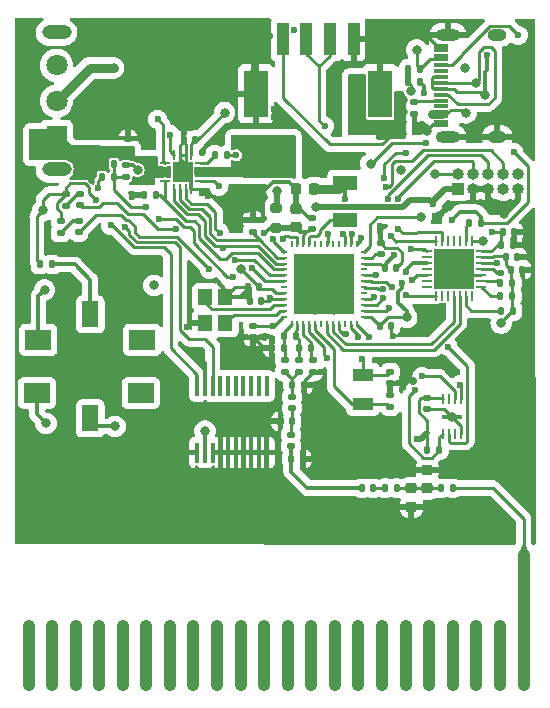
<source format=gtl>
G04 #@! TF.GenerationSoftware,KiCad,Pcbnew,(7.0.0)*
G04 #@! TF.CreationDate,2023-11-05T02:12:39-05:00*
G04 #@! TF.ProjectId,Emrick,456d7269-636b-42e6-9b69-6361645f7063,5.1*
G04 #@! TF.SameCoordinates,Original*
G04 #@! TF.FileFunction,Copper,L1,Top*
G04 #@! TF.FilePolarity,Positive*
%FSLAX46Y46*%
G04 Gerber Fmt 4.6, Leading zero omitted, Abs format (unit mm)*
G04 Created by KiCad (PCBNEW (7.0.0)) date 2023-11-05 02:12:39*
%MOMM*%
%LPD*%
G01*
G04 APERTURE LIST*
G04 Aperture macros list*
%AMRoundRect*
0 Rectangle with rounded corners*
0 $1 Rounding radius*
0 $2 $3 $4 $5 $6 $7 $8 $9 X,Y pos of 4 corners*
0 Add a 4 corners polygon primitive as box body*
4,1,4,$2,$3,$4,$5,$6,$7,$8,$9,$2,$3,0*
0 Add four circle primitives for the rounded corners*
1,1,$1+$1,$2,$3*
1,1,$1+$1,$4,$5*
1,1,$1+$1,$6,$7*
1,1,$1+$1,$8,$9*
0 Add four rect primitives between the rounded corners*
20,1,$1+$1,$2,$3,$4,$5,0*
20,1,$1+$1,$4,$5,$6,$7,0*
20,1,$1+$1,$6,$7,$8,$9,0*
20,1,$1+$1,$8,$9,$2,$3,0*%
%AMOutline4P*
0 Free polygon, 4 corners , with rotation*
0 The origin of the aperture is its center*
0 number of corners: always 4*
0 $1 to $8 corner X, Y*
0 $9 Rotation angle, in degrees counterclockwise*
0 create outline with 4 corners*
4,1,4,$1,$2,$3,$4,$5,$6,$7,$8,$1,$2,$9*%
G04 Aperture macros list end*
G04 #@! TA.AperFunction,EtchedComponent*
%ADD10C,1.000000*%
G04 #@! TD*
G04 #@! TA.AperFunction,SMDPad,CuDef*
%ADD11R,1.200000X1.400000*%
G04 #@! TD*
G04 #@! TA.AperFunction,SMDPad,CuDef*
%ADD12R,2.200000X1.700000*%
G04 #@! TD*
G04 #@! TA.AperFunction,SMDPad,CuDef*
%ADD13R,1.400000X2.200000*%
G04 #@! TD*
G04 #@! TA.AperFunction,SMDPad,CuDef*
%ADD14RoundRect,0.135000X0.135000X0.185000X-0.135000X0.185000X-0.135000X-0.185000X0.135000X-0.185000X0*%
G04 #@! TD*
G04 #@! TA.AperFunction,SMDPad,CuDef*
%ADD15R,2.000000X1.200000*%
G04 #@! TD*
G04 #@! TA.AperFunction,SMDPad,CuDef*
%ADD16RoundRect,0.147500X-0.172500X0.147500X-0.172500X-0.147500X0.172500X-0.147500X0.172500X0.147500X0*%
G04 #@! TD*
G04 #@! TA.AperFunction,SMDPad,CuDef*
%ADD17RoundRect,0.140000X0.140000X0.170000X-0.140000X0.170000X-0.140000X-0.170000X0.140000X-0.170000X0*%
G04 #@! TD*
G04 #@! TA.AperFunction,SMDPad,CuDef*
%ADD18RoundRect,0.225000X0.250000X-0.225000X0.250000X0.225000X-0.250000X0.225000X-0.250000X-0.225000X0*%
G04 #@! TD*
G04 #@! TA.AperFunction,SMDPad,CuDef*
%ADD19RoundRect,0.140000X-0.170000X0.140000X-0.170000X-0.140000X0.170000X-0.140000X0.170000X0.140000X0*%
G04 #@! TD*
G04 #@! TA.AperFunction,SMDPad,CuDef*
%ADD20RoundRect,0.140000X-0.140000X-0.170000X0.140000X-0.170000X0.140000X0.170000X-0.140000X0.170000X0*%
G04 #@! TD*
G04 #@! TA.AperFunction,SMDPad,CuDef*
%ADD21RoundRect,0.135000X0.185000X-0.135000X0.185000X0.135000X-0.185000X0.135000X-0.185000X-0.135000X0*%
G04 #@! TD*
G04 #@! TA.AperFunction,SMDPad,CuDef*
%ADD22RoundRect,0.135000X-0.135000X-0.185000X0.135000X-0.185000X0.135000X0.185000X-0.135000X0.185000X0*%
G04 #@! TD*
G04 #@! TA.AperFunction,ComponentPad*
%ADD23C,1.000000*%
G04 #@! TD*
G04 #@! TA.AperFunction,SMDPad,CuDef*
%ADD24Outline4P,-0.350000X-0.400000X0.350000X-0.400000X0.050000X0.400000X-0.050000X0.400000X0.000000*%
G04 #@! TD*
G04 #@! TA.AperFunction,SMDPad,CuDef*
%ADD25R,0.965200X0.254000*%
G04 #@! TD*
G04 #@! TA.AperFunction,SMDPad,CuDef*
%ADD26R,0.254000X0.965200*%
G04 #@! TD*
G04 #@! TA.AperFunction,SMDPad,CuDef*
%ADD27R,3.352800X3.352800*%
G04 #@! TD*
G04 #@! TA.AperFunction,SMDPad,CuDef*
%ADD28R,0.355600X1.676400*%
G04 #@! TD*
G04 #@! TA.AperFunction,SMDPad,CuDef*
%ADD29R,0.850000X0.280000*%
G04 #@! TD*
G04 #@! TA.AperFunction,SMDPad,CuDef*
%ADD30R,0.280000X0.850000*%
G04 #@! TD*
G04 #@! TA.AperFunction,ComponentPad*
%ADD31C,0.508000*%
G04 #@! TD*
G04 #@! TA.AperFunction,SMDPad,CuDef*
%ADD32R,1.700000X1.700000*%
G04 #@! TD*
G04 #@! TA.AperFunction,SMDPad,CuDef*
%ADD33RoundRect,0.140000X0.170000X-0.140000X0.170000X0.140000X-0.170000X0.140000X-0.170000X-0.140000X0*%
G04 #@! TD*
G04 #@! TA.AperFunction,ComponentPad*
%ADD34R,1.800000X1.800000*%
G04 #@! TD*
G04 #@! TA.AperFunction,ComponentPad*
%ADD35C,1.800000*%
G04 #@! TD*
G04 #@! TA.AperFunction,ComponentPad*
%ADD36O,2.500000X1.200000*%
G04 #@! TD*
G04 #@! TA.AperFunction,SMDPad,CuDef*
%ADD37O,0.240000X0.599999*%
G04 #@! TD*
G04 #@! TA.AperFunction,SMDPad,CuDef*
%ADD38O,0.599999X0.240000*%
G04 #@! TD*
G04 #@! TA.AperFunction,ComponentPad*
%ADD39C,0.499999*%
G04 #@! TD*
G04 #@! TA.AperFunction,SMDPad,CuDef*
%ADD40R,5.150000X5.150000*%
G04 #@! TD*
G04 #@! TA.AperFunction,SMDPad,CuDef*
%ADD41R,1.800000X1.000000*%
G04 #@! TD*
G04 #@! TA.AperFunction,ComponentPad*
%ADD42R,1.000000X1.000000*%
G04 #@! TD*
G04 #@! TA.AperFunction,ComponentPad*
%ADD43O,1.000000X1.000000*%
G04 #@! TD*
G04 #@! TA.AperFunction,SMDPad,CuDef*
%ADD44R,1.000000X2.700000*%
G04 #@! TD*
G04 #@! TA.AperFunction,SMDPad,CuDef*
%ADD45R,2.000000X4.000000*%
G04 #@! TD*
G04 #@! TA.AperFunction,SMDPad,CuDef*
%ADD46RoundRect,0.225000X-0.250000X0.225000X-0.250000X-0.225000X0.250000X-0.225000X0.250000X0.225000X0*%
G04 #@! TD*
G04 #@! TA.AperFunction,SMDPad,CuDef*
%ADD47R,1.150000X0.300000*%
G04 #@! TD*
G04 #@! TA.AperFunction,ComponentPad*
%ADD48O,2.100000X1.000000*%
G04 #@! TD*
G04 #@! TA.AperFunction,ComponentPad*
%ADD49O,1.600000X1.000000*%
G04 #@! TD*
G04 #@! TA.AperFunction,SMDPad,CuDef*
%ADD50RoundRect,0.147500X0.172500X-0.147500X0.172500X0.147500X-0.172500X0.147500X-0.172500X-0.147500X0*%
G04 #@! TD*
G04 #@! TA.AperFunction,SMDPad,CuDef*
%ADD51RoundRect,0.147500X-0.147500X-0.172500X0.147500X-0.172500X0.147500X0.172500X-0.147500X0.172500X0*%
G04 #@! TD*
G04 #@! TA.AperFunction,SMDPad,CuDef*
%ADD52R,0.254000X0.812800*%
G04 #@! TD*
G04 #@! TA.AperFunction,SMDPad,CuDef*
%ADD53R,1.701800X0.304800*%
G04 #@! TD*
G04 #@! TA.AperFunction,SMDPad,CuDef*
%ADD54RoundRect,0.200000X-0.275000X0.200000X-0.275000X-0.200000X0.275000X-0.200000X0.275000X0.200000X0*%
G04 #@! TD*
G04 #@! TA.AperFunction,SMDPad,CuDef*
%ADD55RoundRect,0.225000X0.225000X0.250000X-0.225000X0.250000X-0.225000X-0.250000X0.225000X-0.250000X0*%
G04 #@! TD*
G04 #@! TA.AperFunction,ViaPad*
%ADD56C,0.800000*%
G04 #@! TD*
G04 #@! TA.AperFunction,ViaPad*
%ADD57C,0.600000*%
G04 #@! TD*
G04 #@! TA.AperFunction,ViaPad*
%ADD58C,0.700000*%
G04 #@! TD*
G04 #@! TA.AperFunction,Conductor*
%ADD59C,0.250000*%
G04 #@! TD*
G04 #@! TA.AperFunction,Conductor*
%ADD60C,0.300000*%
G04 #@! TD*
G04 #@! TA.AperFunction,Conductor*
%ADD61C,0.800000*%
G04 #@! TD*
G04 #@! TA.AperFunction,Conductor*
%ADD62C,0.500000*%
G04 #@! TD*
G04 APERTURE END LIST*
D10*
X122100000Y-62600000D02*
X122100000Y-73600000D01*
X120100000Y-73600000D02*
X120100000Y-68600000D01*
X118100000Y-73600000D02*
X118100000Y-68600000D01*
X116100000Y-73600000D02*
X116100000Y-68600000D01*
X114100000Y-73600000D02*
X114100000Y-68600000D01*
X112100000Y-73600000D02*
X112100000Y-68600000D01*
X110100000Y-73600000D02*
X110100000Y-68600000D01*
X108100000Y-73600000D02*
X108100000Y-68600000D01*
X106100000Y-73600000D02*
X106100000Y-68600000D01*
X104100000Y-73600000D02*
X104100000Y-68600000D01*
X102110000Y-73600000D02*
X102110000Y-68600000D01*
X100120000Y-73600000D02*
X100120000Y-68600000D01*
X98130000Y-73600000D02*
X98130000Y-68600000D01*
X96140000Y-73600000D02*
X96140000Y-68600000D01*
X94140000Y-73600000D02*
X94140000Y-68600000D01*
X92150000Y-73600000D02*
X92150000Y-68600000D01*
X90160000Y-73600000D02*
X90160000Y-68600000D01*
X88170000Y-73600000D02*
X88170000Y-68600000D01*
X86170000Y-73600000D02*
X86170000Y-68600000D01*
X84180000Y-73600000D02*
X84180000Y-68600000D01*
X82190000Y-73600000D02*
X82190000Y-68600000D01*
X80200000Y-73600000D02*
X80200000Y-68600000D01*
D11*
X96849999Y-42949999D03*
X96849999Y-40749999D03*
X95149999Y-40749999D03*
X95149999Y-42949999D03*
D12*
X81006999Y-44358999D03*
X89807999Y-44358999D03*
X80879999Y-48858999D03*
X89680999Y-48858999D03*
D13*
X85407999Y-51008999D03*
X85407999Y-42208999D03*
D14*
X113360000Y-21400000D03*
X112340000Y-21400000D03*
D15*
X106999999Y-34249999D03*
X106999999Y-31049999D03*
D16*
X102400000Y-52385000D03*
X102400000Y-53355000D03*
X101900000Y-46080000D03*
X101900000Y-47050000D03*
D17*
X99705000Y-39925000D03*
X98745000Y-39925000D03*
D18*
X113950000Y-56925000D03*
X113950000Y-55375000D03*
D19*
X99200000Y-43170000D03*
X99200000Y-44130000D03*
D20*
X109920000Y-43150000D03*
X110880000Y-43150000D03*
X120320000Y-35250000D03*
X121280000Y-35250000D03*
D17*
X94280000Y-27450000D03*
X93320000Y-27450000D03*
D14*
X121154000Y-39537000D03*
X120134000Y-39537000D03*
X90985000Y-32125000D03*
X89965000Y-32125000D03*
D21*
X83312000Y-33024000D03*
X83312000Y-32004000D03*
D22*
X86408800Y-29464000D03*
X87428800Y-29464000D03*
D19*
X103100000Y-46090000D03*
X103100000Y-47050000D03*
D23*
X122100000Y-73600000D03*
X120100000Y-73600000D03*
X120100000Y-68600000D03*
X118100000Y-73600000D03*
X118100000Y-68600000D03*
X116100000Y-73600000D03*
X116100000Y-68600000D03*
X114100000Y-73600000D03*
X114100000Y-68600000D03*
X112100000Y-73600000D03*
X112100000Y-68600000D03*
X110100000Y-73600000D03*
X110100000Y-68600000D03*
X108100000Y-73600000D03*
X108100000Y-68600000D03*
X106100000Y-73600000D03*
X106100000Y-68600000D03*
X104100000Y-73600000D03*
X104100000Y-68600000D03*
X102110000Y-73600000D03*
X102110000Y-68600000D03*
X100120000Y-73600000D03*
X100120000Y-68600000D03*
X98130000Y-73600000D03*
X98130000Y-68600000D03*
X96140000Y-73600000D03*
X96140000Y-68600000D03*
X94140000Y-73600000D03*
X94140000Y-68600000D03*
X92150000Y-73600000D03*
X92150000Y-68600000D03*
X90160000Y-73600000D03*
X90160000Y-68600000D03*
X88170000Y-73600000D03*
X88170000Y-68600000D03*
X86170000Y-73600000D03*
X86170000Y-68600000D03*
X84180000Y-73600000D03*
X84180000Y-68600000D03*
X82190000Y-73600000D03*
X82190000Y-68600000D03*
X80200000Y-73600000D03*
X80200000Y-68600000D03*
D24*
X122100000Y-61900000D03*
D25*
X118524099Y-39849999D03*
X118524099Y-39350000D03*
X118524099Y-38849998D03*
X118524099Y-38349999D03*
X118524099Y-37850000D03*
X118524099Y-37349998D03*
X118524099Y-36849999D03*
D26*
X117699999Y-36025899D03*
X117200000Y-36025899D03*
X116699998Y-36025899D03*
X116199999Y-36025899D03*
X115700000Y-36025899D03*
X115199998Y-36025899D03*
X114699999Y-36025899D03*
D25*
X113875899Y-36849999D03*
X113875899Y-37349998D03*
X113875899Y-37850000D03*
X113875899Y-38349999D03*
X113875899Y-38849998D03*
X113875899Y-39350000D03*
X113875899Y-39849999D03*
D26*
X114699999Y-40674099D03*
X115199998Y-40674099D03*
X115700000Y-40674099D03*
X116199999Y-40674099D03*
X116699998Y-40674099D03*
X117200000Y-40674099D03*
X117699999Y-40674099D03*
D27*
X116199999Y-38349999D03*
D14*
X118510000Y-34450000D03*
X117490000Y-34450000D03*
D28*
X94479999Y-53898799D03*
X95130000Y-53898799D03*
X95779998Y-53898799D03*
X96430000Y-53898799D03*
X97079998Y-53898799D03*
X97729997Y-53898799D03*
X98379998Y-53898799D03*
X99029997Y-53898799D03*
X99679998Y-53898799D03*
X100329997Y-53898799D03*
X100329999Y-48259999D03*
X99680001Y-48259999D03*
X99030000Y-48259999D03*
X98380001Y-48259999D03*
X97730000Y-48259999D03*
X97080001Y-48259999D03*
X96430000Y-48259999D03*
X95780001Y-48259999D03*
X95130000Y-48259999D03*
X94480001Y-48259999D03*
D29*
X91749997Y-29399997D03*
X91749997Y-29899998D03*
X91749997Y-30399998D03*
X91749997Y-30899999D03*
D30*
X92474809Y-31624999D03*
X92974935Y-31624999D03*
X93475061Y-31624999D03*
X93975187Y-31624999D03*
D29*
X94699999Y-30899999D03*
X94699999Y-30399998D03*
X94699999Y-29899998D03*
X94699999Y-29399997D03*
D30*
X93975187Y-28674997D03*
X93475061Y-28674997D03*
X92974935Y-28674997D03*
X92474809Y-28674997D03*
D31*
X92831299Y-29756299D03*
X92831299Y-30543699D03*
D32*
X93224998Y-30149998D03*
D31*
X93618699Y-29756299D03*
X93618699Y-30543699D03*
D33*
X104200000Y-34980000D03*
X104200000Y-34020000D03*
X88600000Y-28330000D03*
X88600000Y-27370000D03*
D20*
X110320000Y-38250000D03*
X111280000Y-38250000D03*
D34*
X82549999Y-27129999D03*
D35*
X82550000Y-24130000D03*
X82550000Y-21130000D03*
D36*
X82549999Y-18329999D03*
X82549999Y-29929999D03*
D20*
X100826000Y-45070000D03*
X101786000Y-45070000D03*
D37*
X102449999Y-43050000D03*
X102949998Y-43050000D03*
X103449997Y-43050000D03*
X103949999Y-43050000D03*
X104449998Y-43050000D03*
X104949999Y-43050000D03*
X105449999Y-43050000D03*
X105949997Y-43050000D03*
X106449999Y-43050000D03*
X106949998Y-43050000D03*
X107450000Y-43050000D03*
X107949999Y-43050000D03*
D38*
X108600000Y-42399999D03*
X108600000Y-41900000D03*
X108600000Y-41400001D03*
X108600000Y-40899999D03*
X108600000Y-40400000D03*
X108600000Y-39899999D03*
X108600000Y-39399999D03*
X108600000Y-38900001D03*
X108600000Y-38399999D03*
X108600000Y-37900000D03*
X108600000Y-37399998D03*
X108600000Y-36899999D03*
D37*
X107949999Y-36249998D03*
X107450000Y-36249998D03*
X106949998Y-36249998D03*
X106449999Y-36249998D03*
X105949997Y-36249998D03*
X105449999Y-36249998D03*
X104949999Y-36249998D03*
X104449998Y-36249998D03*
X103949999Y-36249998D03*
X103449997Y-36249998D03*
X102949998Y-36249998D03*
X102449999Y-36249998D03*
D38*
X101799998Y-36899999D03*
X101799998Y-37399998D03*
X101799998Y-37900000D03*
X101799998Y-38399999D03*
X101799998Y-38900001D03*
X101799998Y-39399999D03*
X101799998Y-39899999D03*
X101799998Y-40400000D03*
X101799998Y-40899999D03*
X101799998Y-41400001D03*
X101799998Y-41900000D03*
X101799998Y-42399999D03*
D39*
X104396499Y-41974999D03*
X106003501Y-41974999D03*
X102875001Y-40453501D03*
X104396499Y-40453501D03*
X106003501Y-40453501D03*
X107524999Y-40453501D03*
D40*
X105199999Y-39649999D03*
D39*
X102875001Y-38846499D03*
X104396499Y-38846499D03*
X106003501Y-38846499D03*
X107524999Y-38846499D03*
X104396499Y-37325001D03*
X106003501Y-37325001D03*
D17*
X99880000Y-41050000D03*
X98920000Y-41050000D03*
D41*
X108499999Y-49799999D03*
X108499999Y-47299999D03*
D14*
X121154000Y-40680000D03*
X120134000Y-40680000D03*
D42*
X116549999Y-31574999D03*
D43*
X116549999Y-30304999D03*
X117819999Y-31574999D03*
X117819999Y-30304999D03*
X119089999Y-31574999D03*
X119089999Y-30304999D03*
X120359999Y-31574999D03*
X120359999Y-30304999D03*
X121629999Y-31574999D03*
X121629999Y-30304999D03*
D19*
X88442800Y-29593600D03*
X88442800Y-30553600D03*
D44*
X101695999Y-18922999D03*
X103695999Y-18922999D03*
X105695999Y-18922999D03*
X107695999Y-18922999D03*
D45*
X109945999Y-23522999D03*
X99445999Y-23522999D03*
D19*
X113900000Y-49270000D03*
X113900000Y-50230000D03*
D14*
X87428800Y-30564000D03*
X86408800Y-30564000D03*
D17*
X102480000Y-51270000D03*
X101520000Y-51270000D03*
D18*
X102800000Y-34825000D03*
X102800000Y-33275000D03*
D46*
X112600000Y-56925000D03*
X112600000Y-58475000D03*
D20*
X115120000Y-56925000D03*
X116080000Y-56925000D03*
D47*
X115129999Y-26199999D03*
X115129999Y-25399999D03*
X115129999Y-24099999D03*
X115129999Y-23099999D03*
X115129999Y-22599999D03*
X115129999Y-21599999D03*
X115129999Y-20299999D03*
X115129999Y-19499999D03*
X115129999Y-19799999D03*
X115129999Y-20599999D03*
X115129999Y-21099999D03*
X115129999Y-22099999D03*
X115129999Y-23599999D03*
X115129999Y-24599999D03*
X115129999Y-25099999D03*
X115129999Y-25899999D03*
D48*
X115694999Y-27169999D03*
D49*
X119874999Y-27169999D03*
D48*
X115694999Y-18529999D03*
D49*
X119874999Y-18529999D03*
D33*
X110000000Y-37130000D03*
X110000000Y-36170000D03*
D20*
X102520000Y-48170000D03*
X103480000Y-48170000D03*
D14*
X82171000Y-37973000D03*
X81151000Y-37973000D03*
D20*
X102420000Y-54450000D03*
X103380000Y-54450000D03*
D50*
X84424000Y-35260000D03*
X84424000Y-34290000D03*
D21*
X99150000Y-35210000D03*
X99150000Y-34190000D03*
D17*
X109362500Y-56925000D03*
X108402500Y-56925000D03*
D33*
X110800000Y-50030000D03*
X110800000Y-49070000D03*
D20*
X121020000Y-38450000D03*
X121980000Y-38450000D03*
D22*
X112315000Y-22550000D03*
X113335000Y-22550000D03*
D20*
X120220000Y-36300000D03*
X121180000Y-36300000D03*
D19*
X110800000Y-47070000D03*
X110800000Y-48030000D03*
D51*
X110397500Y-56925000D03*
X111367500Y-56925000D03*
D20*
X120620000Y-37350000D03*
X121580000Y-37350000D03*
D19*
X104300000Y-46090000D03*
X104300000Y-47050000D03*
D22*
X113940000Y-53700000D03*
X114960000Y-53700000D03*
X95965188Y-28725000D03*
X96985188Y-28725000D03*
D16*
X102500000Y-49185000D03*
X102500000Y-50155000D03*
D52*
X115237999Y-52297799D03*
X115745999Y-52297799D03*
X116253999Y-52297799D03*
X116761999Y-52297799D03*
X116761999Y-49402199D03*
X116253999Y-49402199D03*
X115745999Y-49402199D03*
X115237999Y-49402199D03*
D53*
X115999999Y-50849999D03*
D21*
X112800000Y-25210000D03*
X112800000Y-24190000D03*
D50*
X84527000Y-32974000D03*
X84527000Y-32004000D03*
D21*
X82900000Y-35310000D03*
X82900000Y-34290000D03*
D14*
X121192000Y-41914000D03*
X120172000Y-41914000D03*
D51*
X101837000Y-44070000D03*
X102807000Y-44070000D03*
D54*
X101100000Y-33225000D03*
X101100000Y-34875000D03*
D51*
X103107000Y-45070000D03*
X104077000Y-45070000D03*
D55*
X104375000Y-31550000D03*
X102825000Y-31550000D03*
D56*
X87503000Y-51689000D03*
D57*
X98050000Y-19475000D03*
D56*
X120450000Y-33700000D03*
X98298000Y-45720000D03*
D57*
X93600000Y-43250000D03*
X106225000Y-21700000D03*
X113711515Y-18105387D03*
X108525000Y-59950000D03*
D58*
X112729962Y-47808742D03*
D57*
X88900000Y-32224500D03*
D56*
X113950000Y-26700000D03*
D57*
X122200000Y-51850000D03*
X101525000Y-25950000D03*
X118000000Y-45200000D03*
X122300000Y-46200000D03*
X121725000Y-22000000D03*
X98750000Y-17475000D03*
X100975000Y-25525000D03*
X98075000Y-17475000D03*
D56*
X115200000Y-37450000D03*
D57*
X121675000Y-56650000D03*
D56*
X116025000Y-50875000D03*
D57*
X113675000Y-23425000D03*
D56*
X111700000Y-29950000D03*
D57*
X121000000Y-52950000D03*
X106200000Y-21050000D03*
X116550000Y-59975000D03*
X99225000Y-21775000D03*
X98725000Y-18150000D03*
D56*
X89408000Y-29972000D03*
D57*
X98075000Y-18775000D03*
X105000000Y-50200000D03*
X97775000Y-28725000D03*
X101000000Y-24825000D03*
D56*
X117200000Y-39200000D03*
D58*
X103700000Y-49200000D03*
D56*
X117200000Y-37450000D03*
D57*
X106900000Y-52950000D03*
X109950000Y-51600000D03*
D58*
X104700000Y-53650000D03*
D57*
X109950000Y-34700000D03*
X86093000Y-31489000D03*
X119175000Y-54500000D03*
D56*
X94437200Y-45618400D03*
D57*
X111000000Y-44050000D03*
X119075000Y-60150000D03*
X102925000Y-60000000D03*
X98700000Y-33400000D03*
X105900000Y-54600000D03*
X98075000Y-18125000D03*
X95375000Y-32200000D03*
X120875000Y-24675000D03*
X98700000Y-18900000D03*
D56*
X115200000Y-39200000D03*
D57*
X109850000Y-53750000D03*
X119650000Y-51600000D03*
D56*
X90070000Y-27740000D03*
D58*
X100450000Y-51200000D03*
D57*
X121900000Y-53850000D03*
X100647019Y-18636159D03*
X85852000Y-32512000D03*
D56*
X98136787Y-38364700D03*
X81661000Y-51435000D03*
D57*
X111158411Y-37208411D03*
X111762500Y-39512500D03*
X100150000Y-35291442D03*
D56*
X112200000Y-42450000D03*
D57*
X121275000Y-28475000D03*
D56*
X81407000Y-33401000D03*
D57*
X116000000Y-34250000D03*
D56*
X120200000Y-42950000D03*
D57*
X108450000Y-45950000D03*
X105425500Y-45875000D03*
X112100000Y-28500000D03*
X112650000Y-39300000D03*
X101700000Y-35800000D03*
X110299367Y-30633506D03*
D56*
X96774000Y-25118000D03*
X113030000Y-19812000D03*
X117221000Y-25146000D03*
X117094000Y-21336000D03*
D57*
X100880000Y-43170000D03*
X107000000Y-32397502D03*
X100658411Y-40791589D03*
X109000000Y-44125000D03*
D56*
X90805000Y-39751000D03*
D57*
X90100000Y-33100000D03*
X91200000Y-34100000D03*
X99099784Y-38284881D03*
X97500000Y-39000000D03*
X96300000Y-31350000D03*
X100900498Y-35800780D03*
X92699500Y-35003261D03*
X95500000Y-38400000D03*
X96366074Y-35308426D03*
X97627307Y-37623396D03*
X113100000Y-52750000D03*
D56*
X101200000Y-31750000D03*
D57*
X114424156Y-32825500D03*
D56*
X104500000Y-33147002D03*
D57*
X105250000Y-26275000D03*
X88327502Y-34798000D03*
D56*
X114582920Y-30311050D03*
X113437701Y-33962299D03*
D57*
X108325501Y-35700000D03*
X111450000Y-32397502D03*
X110650497Y-32397502D03*
X107583099Y-35403277D03*
X110423339Y-31423339D03*
X106784108Y-35431875D03*
X91106051Y-25688894D03*
D56*
X111760000Y-26924000D03*
X111873114Y-24033374D03*
X111881829Y-25030833D03*
D57*
X87132531Y-34665469D03*
D56*
X111760000Y-25908000D03*
X118812707Y-23616382D03*
D57*
X119025000Y-20200000D03*
X120200000Y-38700000D03*
X119875734Y-37849500D03*
D56*
X118063207Y-22620860D03*
D57*
X112912254Y-48638453D03*
X105500000Y-35400000D03*
X107052985Y-43897015D03*
D56*
X95123000Y-52070000D03*
D57*
X110700000Y-41650000D03*
X115700000Y-44950000D03*
X116700000Y-48150000D03*
X110200000Y-40850000D03*
X109414683Y-40700062D03*
X113500000Y-47450000D03*
D56*
X102000000Y-29300000D03*
D57*
X113858420Y-27675500D03*
D56*
X109150048Y-29449951D03*
X102000000Y-27500000D03*
X102000000Y-30200000D03*
X102000000Y-28400000D03*
D57*
X119400000Y-35200000D03*
X112099500Y-40550000D03*
X110958728Y-39843088D03*
D56*
X112574814Y-23321600D03*
X118650000Y-36000000D03*
D57*
X109614558Y-38857499D03*
X112099500Y-38577378D03*
X92200000Y-27000000D03*
X111483531Y-34933531D03*
X110833531Y-35583531D03*
X112600000Y-36650000D03*
X96650000Y-36600000D03*
X110186629Y-40050609D03*
X102696498Y-18124500D03*
D56*
X87376000Y-21336000D03*
D57*
X121650000Y-18575000D03*
X108049333Y-44125500D03*
D56*
X81534000Y-40132000D03*
D59*
X95850000Y-30900000D02*
X94700000Y-30900000D01*
X96300000Y-31350000D02*
X95850000Y-30900000D01*
X115930000Y-24859089D02*
X115539089Y-25250000D01*
X116934089Y-24859089D02*
X115930000Y-24859089D01*
X115539089Y-25250000D02*
X114312500Y-25250000D01*
X117221000Y-25146000D02*
X116934089Y-24859089D01*
D60*
X86088000Y-51689000D02*
X85408000Y-51009000D01*
X87503000Y-51689000D02*
X86088000Y-51689000D01*
D59*
X107550000Y-49800000D02*
X106050000Y-48300000D01*
X108500000Y-49800000D02*
X110570000Y-49800000D01*
X110570000Y-49800000D02*
X110800000Y-50030000D01*
X104449999Y-43563603D02*
X104449999Y-43050001D01*
X105625000Y-44750000D02*
X105625000Y-44738604D01*
X106050000Y-45175000D02*
X105625000Y-44750000D01*
X105625000Y-44738604D02*
X104449999Y-43563603D01*
X108500000Y-49800000D02*
X107550000Y-49800000D01*
X106050000Y-48300000D02*
X106050000Y-45175000D01*
X111383884Y-36550000D02*
X110380000Y-36550000D01*
X116025000Y-50875000D02*
X116000000Y-50850000D01*
X103480000Y-48170000D02*
X103480000Y-48980000D01*
D60*
X89700000Y-27370000D02*
X90070000Y-27740000D01*
X96850000Y-40100000D02*
X96100000Y-39350000D01*
D61*
X98800000Y-17800000D02*
X98800000Y-18125000D01*
D59*
X112729962Y-47808742D02*
X111591258Y-47808742D01*
X115130000Y-19500000D02*
X114775305Y-19500000D01*
D60*
X114450000Y-26200000D02*
X114200000Y-26450000D01*
X100000000Y-31850000D02*
X100000000Y-34050000D01*
X114200000Y-26450000D02*
X113950000Y-26700000D01*
D59*
X103480000Y-48170000D02*
X103480000Y-47870000D01*
D62*
X117820000Y-31575000D02*
X119090000Y-31575000D01*
X119090000Y-32340000D02*
X120450000Y-33700000D01*
D59*
X116762000Y-52297800D02*
X116762000Y-51612000D01*
D60*
X102800000Y-33275000D02*
X103155000Y-33275000D01*
X100850000Y-31000000D02*
X100000000Y-31850000D01*
D62*
X119090000Y-31575000D02*
X119090000Y-32340000D01*
D59*
X117200000Y-39200000D02*
X117550001Y-38849999D01*
D60*
X102800000Y-31575000D02*
X102825000Y-31550000D01*
D59*
X103480000Y-48980000D02*
X103700000Y-49200000D01*
D61*
X98800000Y-18125000D02*
X100100000Y-19425000D01*
D60*
X96850000Y-40750000D02*
X98620000Y-40750000D01*
X94437200Y-45618400D02*
X95130001Y-46311201D01*
D62*
X121630000Y-32520000D02*
X121630000Y-31575000D01*
D60*
X101525000Y-25950000D02*
X101400000Y-25950000D01*
D59*
X98745000Y-39925000D02*
X97675000Y-39925000D01*
X116762000Y-51612000D02*
X116025000Y-50875000D01*
X114775305Y-19500000D02*
X113828446Y-18553142D01*
X110000000Y-34750000D02*
X109950000Y-34700000D01*
X110000000Y-36170000D02*
X110000000Y-34750000D01*
D60*
X100826000Y-45070000D02*
X100140000Y-45070000D01*
X98620000Y-40750000D02*
X98920000Y-41050000D01*
X100975000Y-25525000D02*
X100975000Y-25096000D01*
X89029600Y-29593600D02*
X88442800Y-29593600D01*
D59*
X93475062Y-27805062D02*
X93295000Y-27625000D01*
D60*
X102275000Y-31000000D02*
X100850000Y-31000000D01*
D59*
X111783411Y-36949527D02*
X111383884Y-36550000D01*
D60*
X89408000Y-29972000D02*
X89029600Y-29593600D01*
D59*
X93475062Y-29612662D02*
X93618699Y-29756299D01*
D60*
X100140000Y-45070000D02*
X99200000Y-44130000D01*
D61*
X98700000Y-20100000D02*
X99075000Y-20475000D01*
D59*
X93475062Y-28674998D02*
X93475062Y-29612662D01*
D60*
X88600000Y-27370000D02*
X89700000Y-27370000D01*
D59*
X86093000Y-31489000D02*
X86093000Y-30879800D01*
X93475062Y-28674998D02*
X93475062Y-27805062D01*
X115380000Y-50230000D02*
X116000000Y-50850000D01*
X92974936Y-27945064D02*
X93295000Y-27625000D01*
X110800000Y-48030000D02*
X110800000Y-49070000D01*
X97675000Y-39925000D02*
X96850000Y-40750000D01*
D60*
X99225000Y-21775000D02*
X99225000Y-20300000D01*
D61*
X98700000Y-18900000D02*
X98700000Y-20100000D01*
D59*
X103930000Y-54420000D02*
X104700000Y-53650000D01*
D60*
X96850000Y-40750000D02*
X98120000Y-40750000D01*
X98120000Y-40750000D02*
X98920000Y-39950000D01*
D59*
X111280000Y-38250000D02*
X111783411Y-37746589D01*
D60*
X115130000Y-26200000D02*
X114450000Y-26200000D01*
D59*
X111783411Y-37746589D02*
X111783411Y-36949527D01*
X111591258Y-47808742D02*
X111370000Y-48030000D01*
D60*
X113675000Y-22890000D02*
X113335000Y-22550000D01*
D59*
X94800000Y-31625000D02*
X95375000Y-32200000D01*
X117550001Y-38849999D02*
X118524100Y-38849999D01*
X92974936Y-28674998D02*
X92974936Y-29612662D01*
D60*
X102825000Y-31550000D02*
X102275000Y-31000000D01*
D59*
X98920000Y-39950000D02*
X98920000Y-41050000D01*
X113828446Y-18553142D02*
X113828446Y-18222318D01*
X111370000Y-48030000D02*
X110800000Y-48030000D01*
X92974936Y-28674998D02*
X92974936Y-27945064D01*
D60*
X102800000Y-33275000D02*
X102800000Y-31575000D01*
D59*
X92974936Y-29612662D02*
X92831299Y-29756299D01*
X110880000Y-43150000D02*
X110880000Y-43930000D01*
D60*
X99225000Y-20300000D02*
X100100000Y-19425000D01*
X103155000Y-33275000D02*
X103950000Y-34070000D01*
X101400000Y-25950000D02*
X100975000Y-25525000D01*
X93974999Y-30646167D02*
X93974999Y-31583831D01*
D59*
X96985188Y-28725000D02*
X97775000Y-28725000D01*
X93975188Y-31625000D02*
X94800000Y-31625000D01*
X113900000Y-50230000D02*
X115380000Y-50230000D01*
X110380000Y-36550000D02*
X110000000Y-36170000D01*
X103480000Y-47870000D02*
X104300000Y-47050000D01*
D62*
X120450000Y-33700000D02*
X121630000Y-32520000D01*
D59*
X115130000Y-19630000D02*
X115200000Y-19700000D01*
X86093000Y-30879800D02*
X86408800Y-30564000D01*
D60*
X113675000Y-23425000D02*
X113675000Y-22890000D01*
X96850000Y-40750000D02*
X96850000Y-40100000D01*
D61*
X99075000Y-20450000D02*
X100100000Y-19425000D01*
D60*
X95130001Y-46311201D02*
X95130001Y-48260000D01*
D59*
X103380000Y-54420000D02*
X103930000Y-54420000D01*
X92974936Y-28674998D02*
X93475062Y-28674998D01*
X100520000Y-51270000D02*
X100450000Y-51200000D01*
X101520000Y-51270000D02*
X100520000Y-51270000D01*
X113828446Y-18222318D02*
X113711515Y-18105387D01*
D61*
X99075000Y-20475000D02*
X99075000Y-20450000D01*
D59*
X119616850Y-37224500D02*
X120494500Y-37224500D01*
X108600001Y-42400000D02*
X109170000Y-42400000D01*
D60*
X111762500Y-39512500D02*
X111762500Y-39967761D01*
D62*
X101100000Y-34875000D02*
X102750000Y-34875000D01*
D60*
X118100000Y-33550000D02*
X118510000Y-33960000D01*
D59*
X82550000Y-33232538D02*
X82900000Y-33582538D01*
X109170000Y-42400000D02*
X109920000Y-43150000D01*
X109920000Y-43142391D02*
X110612391Y-42450000D01*
X82550000Y-32766000D02*
X82550000Y-33232538D01*
X100566442Y-34875000D02*
X101100000Y-34875000D01*
D60*
X111450000Y-41200000D02*
X112200000Y-41950000D01*
D59*
X81407000Y-32512000D02*
X81915000Y-32004000D01*
X82900000Y-33582538D02*
X82900000Y-34290000D01*
X83312000Y-31496000D02*
X83312000Y-32004000D01*
D60*
X120200000Y-42950000D02*
X120200000Y-42906000D01*
D59*
X84963000Y-31115000D02*
X83693000Y-31115000D01*
X121154000Y-39537000D02*
X121154000Y-40680000D01*
X122455000Y-29655000D02*
X122455000Y-32720000D01*
X120620000Y-37350000D02*
X120620000Y-38050000D01*
X98136787Y-38364700D02*
X98152309Y-38364700D01*
D60*
X111762500Y-39967761D02*
X111450000Y-40280261D01*
D59*
X120725000Y-34450000D02*
X118510000Y-34450000D01*
X85263000Y-31923000D02*
X85263000Y-31415000D01*
X99837609Y-40050000D02*
X100800706Y-40050000D01*
X98152309Y-38364700D02*
X99837609Y-40050000D01*
X80899000Y-37721000D02*
X80899000Y-33909000D01*
X103700000Y-35200000D02*
X103449998Y-35450002D01*
X119491350Y-37350000D02*
X119616850Y-37224500D01*
X120620000Y-38050000D02*
X121020000Y-38450000D01*
X81915000Y-32004000D02*
X83312000Y-32004000D01*
D60*
X103200000Y-35200000D02*
X103700000Y-35200000D01*
X80880000Y-50654000D02*
X81661000Y-51435000D01*
D59*
X83312000Y-32004000D02*
X82550000Y-32766000D01*
D60*
X116000000Y-34250000D02*
X116700000Y-33550000D01*
D59*
X121154000Y-40680000D02*
X121154000Y-41876000D01*
X118524100Y-37349999D02*
X119491350Y-37350000D01*
X121275000Y-28475000D02*
X122455000Y-29655000D01*
X121020000Y-38450000D02*
X121020000Y-39403000D01*
D60*
X102800000Y-34825000D02*
X102825000Y-34825000D01*
D59*
X121020000Y-39403000D02*
X121154000Y-39537000D01*
X109970001Y-37900001D02*
X108600001Y-37900001D01*
X121154000Y-41876000D02*
X121192000Y-41914000D01*
X110612391Y-42450000D02*
X112200000Y-42450000D01*
X85852000Y-32512000D02*
X85263000Y-31923000D01*
X103449998Y-35450002D02*
X103449998Y-36249999D01*
X83693000Y-31115000D02*
X83312000Y-31496000D01*
D60*
X120200000Y-42906000D02*
X121192000Y-41914000D01*
X111158411Y-37208411D02*
X110320000Y-38046822D01*
D59*
X80899000Y-33909000D02*
X81407000Y-33401000D01*
X85263000Y-31415000D02*
X84963000Y-31115000D01*
X110320000Y-38250000D02*
X109970001Y-37900001D01*
D60*
X118510000Y-33960000D02*
X118510000Y-34450000D01*
X110320000Y-38046822D02*
X110320000Y-38250000D01*
D59*
X122455000Y-32720000D02*
X120725000Y-34450000D01*
D62*
X102750000Y-34875000D02*
X102800000Y-34825000D01*
D60*
X102825000Y-34825000D02*
X103200000Y-35200000D01*
D59*
X103786396Y-35150000D02*
X103900000Y-35150000D01*
D60*
X116700000Y-33550000D02*
X118100000Y-33550000D01*
D59*
X81407000Y-33401000D02*
X81407000Y-32512000D01*
X109920000Y-43150000D02*
X109920000Y-43142391D01*
X100150000Y-35291442D02*
X100566442Y-34875000D01*
X101150707Y-40400001D02*
X101799999Y-40400001D01*
D60*
X80880000Y-48859000D02*
X80880000Y-50654000D01*
X111450000Y-40280261D02*
X111450000Y-41200000D01*
D59*
X120494500Y-37224500D02*
X120620000Y-37350000D01*
D60*
X112200000Y-41950000D02*
X112200000Y-42450000D01*
D59*
X81151000Y-37973000D02*
X80899000Y-37721000D01*
X100800706Y-40050000D02*
X101150707Y-40400001D01*
X108500000Y-47300000D02*
X110570000Y-47300000D01*
X103950000Y-43700000D02*
X103950000Y-43050001D01*
X105175000Y-45624500D02*
X105175000Y-44925000D01*
X105425500Y-45875000D02*
X105175000Y-45624500D01*
X108500000Y-46000000D02*
X108450000Y-45950000D01*
X110570000Y-47300000D02*
X110800000Y-47070000D01*
X108500000Y-47300000D02*
X108500000Y-46000000D01*
X105175000Y-44925000D02*
X103950000Y-43700000D01*
X101900000Y-45184000D02*
X101786000Y-45070000D01*
X101786000Y-45070000D02*
X101786000Y-44121000D01*
X101837000Y-43663001D02*
X102450000Y-43050001D01*
X101900000Y-46080000D02*
X101900000Y-45184000D01*
X101786000Y-44121000D02*
X101837000Y-44070000D01*
X101837000Y-44070000D02*
X101837000Y-43663001D01*
X102949999Y-36249999D02*
X102950000Y-35700000D01*
X101900000Y-35600000D02*
X101700000Y-35800000D01*
X113875900Y-38849999D02*
X113100001Y-38849999D01*
X102950000Y-35700000D02*
X102875000Y-35625000D01*
X110299367Y-29464237D02*
X111263604Y-28500000D01*
X113100001Y-38849999D02*
X112650000Y-39300000D01*
X110299367Y-30633506D02*
X110299367Y-29464237D01*
X102875000Y-35625000D02*
X102265675Y-35625000D01*
X102265675Y-35625000D02*
X102240675Y-35600000D01*
X102240675Y-35600000D02*
X101900000Y-35600000D01*
X111263604Y-28500000D02*
X112100000Y-28500000D01*
D61*
X88600000Y-28330000D02*
X83750000Y-28330000D01*
X83750000Y-28330000D02*
X82550000Y-27130000D01*
D59*
X116080000Y-56925000D02*
X119525000Y-56925000D01*
X122100000Y-59500000D02*
X122100000Y-61775000D01*
X119525000Y-56925000D02*
X122100000Y-59500000D01*
X113030000Y-19812000D02*
X113030000Y-21070000D01*
X94470000Y-27450000D02*
X94280000Y-27450000D01*
X115130000Y-25100000D02*
X115130000Y-25400000D01*
X113360000Y-21400000D02*
X114160000Y-20600000D01*
X113030000Y-21070000D02*
X113360000Y-21400000D01*
X93975188Y-28674998D02*
X93975188Y-27754812D01*
X96774000Y-25146000D02*
X94470000Y-27450000D01*
X93975188Y-27754812D02*
X94280000Y-27450000D01*
X96774000Y-25118000D02*
X96774000Y-25146000D01*
D61*
X114312500Y-25250000D02*
X115187500Y-25250000D01*
D59*
X114160000Y-20600000D02*
X115130000Y-20600000D01*
X112402500Y-56900000D02*
X111392500Y-56900000D01*
X113950000Y-56925000D02*
X112600000Y-56925000D01*
X115120000Y-56925000D02*
X113950000Y-56925000D01*
X111392500Y-56900000D02*
X111367500Y-56925000D01*
X102949999Y-43464999D02*
X102949999Y-43050001D01*
X103107000Y-44370000D02*
X102807000Y-44070000D01*
X103100000Y-45185000D02*
X103215000Y-45070000D01*
X102807000Y-43607998D02*
X102949999Y-43464999D01*
X102807000Y-44070000D02*
X102807000Y-43607998D01*
X103100000Y-46090000D02*
X103100000Y-45185000D01*
X103107000Y-45070000D02*
X103107000Y-44370000D01*
X110397500Y-56925000D02*
X109362500Y-56925000D01*
X102500000Y-48190000D02*
X102520000Y-48170000D01*
X102520000Y-48170000D02*
X102520000Y-47670000D01*
X102520000Y-47670000D02*
X101900000Y-47050000D01*
X102520000Y-48170000D02*
X102520000Y-47630000D01*
X102500000Y-49185000D02*
X102500000Y-48190000D01*
X102520000Y-47630000D02*
X103100000Y-47050000D01*
X110000000Y-37130000D02*
X109520000Y-37130000D01*
X109520000Y-37130000D02*
X109250001Y-37399999D01*
X109250001Y-37399999D02*
X108600001Y-37399999D01*
X102400000Y-51350000D02*
X102480000Y-51270000D01*
X102400000Y-52385000D02*
X102400000Y-51350000D01*
X102480000Y-51270000D02*
X102480000Y-50175000D01*
X102480000Y-50175000D02*
X102500000Y-50155000D01*
X104077000Y-45070000D02*
X104077000Y-45867000D01*
X103449998Y-43949998D02*
X103449998Y-43050001D01*
X104077000Y-45070000D02*
X104077000Y-44577000D01*
X104077000Y-45867000D02*
X104300000Y-46090000D01*
X104077000Y-44577000D02*
X103449998Y-43949998D01*
X100600000Y-41050000D02*
X100750000Y-40900000D01*
D61*
X106500000Y-31550000D02*
X107000000Y-31050000D01*
D59*
X99200000Y-43170000D02*
X100980000Y-43170000D01*
X100980000Y-43170000D02*
X101700000Y-42450000D01*
X100750000Y-40900000D02*
X101799999Y-40900000D01*
D60*
X107000000Y-32397502D02*
X107000000Y-31050000D01*
D59*
X99880000Y-41050000D02*
X100600000Y-41050000D01*
D61*
X104375000Y-31550000D02*
X106500000Y-31550000D01*
D59*
X107950000Y-43050001D02*
X107950000Y-43075000D01*
X107950000Y-43075000D02*
X109000000Y-44125000D01*
X87428800Y-30564000D02*
X87428800Y-29464000D01*
X93831650Y-34781650D02*
X94200000Y-35150000D01*
X87428800Y-30564000D02*
X88432400Y-30564000D01*
X94200000Y-35150000D02*
X94200000Y-36197292D01*
X88891616Y-33100000D02*
X90100000Y-33100000D01*
X91200000Y-34100000D02*
X92679416Y-34100000D01*
X88432400Y-30564000D02*
X88442800Y-30553600D01*
X100200000Y-39400000D02*
X101799999Y-39400000D01*
X93361066Y-34781650D02*
X93831650Y-34781650D01*
X99099784Y-38284881D02*
X99099784Y-38299784D01*
X99099784Y-38299784D02*
X100200000Y-39400000D01*
X97002708Y-39000000D02*
X97500000Y-39000000D01*
X94200000Y-36197292D02*
X97002708Y-39000000D01*
X87428800Y-30564000D02*
X87428800Y-31637184D01*
X87428800Y-31637184D02*
X88891616Y-33100000D01*
X92679416Y-34100000D02*
X93361066Y-34781650D01*
X86481884Y-32766000D02*
X86110884Y-33137000D01*
X88629720Y-33725000D02*
X87670720Y-32766000D01*
X89859000Y-33725000D02*
X88629720Y-33725000D01*
X86110884Y-33137000D02*
X84690000Y-33137000D01*
X84690000Y-33137000D02*
X84527000Y-32974000D01*
X92699500Y-35003261D02*
X91137261Y-35003261D01*
X87670720Y-32766000D02*
X86481884Y-32766000D01*
X91137261Y-35003261D02*
X89859000Y-33725000D01*
X100900498Y-36000499D02*
X101799999Y-36900000D01*
X100900498Y-35800780D02*
X100900498Y-36000499D01*
X96000000Y-33525000D02*
X95300000Y-32825000D01*
X89154000Y-34740614D02*
X88586386Y-34173000D01*
X88586386Y-34173000D02*
X88441324Y-34173000D01*
X93950000Y-32825000D02*
X93475062Y-32350062D01*
X97627307Y-37623396D02*
X97645990Y-37604713D01*
X96000000Y-34942352D02*
X96000000Y-33525000D01*
X84442216Y-35260000D02*
X84424000Y-35260000D01*
X88050324Y-33782000D02*
X85920216Y-33782000D01*
X88441324Y-34173000D02*
X88050324Y-33782000D01*
X89154000Y-35259372D02*
X89154000Y-34740614D01*
X97645990Y-37604713D02*
X99302793Y-37604713D01*
X89522889Y-35628261D02*
X89154000Y-35259372D01*
X95500000Y-38400000D02*
X92728261Y-35628261D01*
X93475062Y-32350062D02*
X93475062Y-31625000D01*
X95300000Y-32825000D02*
X93950000Y-32825000D01*
X96366074Y-35308426D02*
X96000000Y-34942352D01*
X92728261Y-35628261D02*
X89522889Y-35628261D01*
X100598082Y-38900002D02*
X101799999Y-38900002D01*
X85920216Y-33782000D02*
X84442216Y-35260000D01*
X99302793Y-37604713D02*
X100598082Y-38900002D01*
X113900000Y-49270000D02*
X113380000Y-49270000D01*
D62*
X112495000Y-32545000D02*
X111892998Y-33147002D01*
D59*
X113200000Y-50497609D02*
X113892391Y-51190000D01*
D62*
X112495000Y-32545000D02*
X114143656Y-32545000D01*
X114143656Y-32545000D02*
X114424156Y-32825500D01*
X113410000Y-52750000D02*
X113950000Y-52210000D01*
X101200000Y-33125000D02*
X101100000Y-33225000D01*
D59*
X113940000Y-52220000D02*
X113950000Y-52210000D01*
X113940000Y-53700000D02*
X113940000Y-52220000D01*
D62*
X113100000Y-52750000D02*
X113410000Y-52750000D01*
X114424156Y-32825500D02*
X114424156Y-32625844D01*
X101200000Y-31750000D02*
X101200000Y-33125000D01*
X115475000Y-31575000D02*
X116550000Y-31575000D01*
D59*
X113950000Y-52210000D02*
X113950000Y-51247609D01*
D62*
X111892998Y-33147002D02*
X104500000Y-33147002D01*
D59*
X113200000Y-49450000D02*
X113200000Y-50497609D01*
X113380000Y-49270000D02*
X113200000Y-49450000D01*
X113900000Y-49270000D02*
X115105800Y-49270000D01*
X113950000Y-51247609D02*
X113892391Y-51190000D01*
X113892391Y-51190000D02*
X113950000Y-51190000D01*
X115105800Y-49270000D02*
X115238000Y-49402200D01*
D62*
X114424156Y-32625844D02*
X115475000Y-31575000D01*
D59*
X95148400Y-44297600D02*
X95780002Y-44929202D01*
X95780002Y-44929202D02*
X95780002Y-48260000D01*
X103696000Y-18923000D02*
X103696000Y-20130000D01*
X92975000Y-43508884D02*
X93763716Y-44297600D01*
X92975000Y-36511396D02*
X92975000Y-43508884D01*
X88704000Y-35445768D02*
X89336493Y-36078261D01*
X104775000Y-21209000D02*
X104775000Y-25800000D01*
X105696000Y-20288000D02*
X105696000Y-18923000D01*
X93763716Y-44297600D02*
X95148400Y-44297600D01*
X88704000Y-35174498D02*
X88704000Y-35445768D01*
X88327502Y-34798000D02*
X88704000Y-35174498D01*
X89336493Y-36078261D02*
X92541865Y-36078261D01*
X103696000Y-20130000D02*
X104775000Y-21209000D01*
X104775000Y-21209000D02*
X105696000Y-20288000D01*
X92541865Y-36078261D02*
X92975000Y-36511396D01*
X104775000Y-25800000D02*
X105250000Y-26275000D01*
X108600001Y-36900000D02*
X109050001Y-36450000D01*
X109700000Y-33950000D02*
X113425402Y-33950000D01*
X114582920Y-30311050D02*
X116543950Y-30311050D01*
X109050001Y-34599999D02*
X109700000Y-33950000D01*
X116543950Y-30311050D02*
X116550000Y-30305000D01*
X109050001Y-36450000D02*
X109050001Y-34599999D01*
X108325501Y-35700000D02*
X108325501Y-35874498D01*
X117820000Y-29320000D02*
X117820000Y-30305000D01*
X108325501Y-35874498D02*
X107950000Y-36249999D01*
X117700000Y-29200000D02*
X117820000Y-29320000D01*
X111450000Y-32297502D02*
X114547502Y-29200000D01*
X111450000Y-32397502D02*
X111450000Y-32297502D01*
X114547502Y-29200000D02*
X117700000Y-29200000D01*
X113979856Y-28750000D02*
X118500000Y-28750000D01*
X110650497Y-32397502D02*
X110650497Y-32079359D01*
X118500000Y-28750000D02*
X119090000Y-29340000D01*
X107583099Y-35403277D02*
X107450001Y-35536375D01*
X107450001Y-35536375D02*
X107450001Y-36249999D01*
X119090000Y-29340000D02*
X119090000Y-30305000D01*
X110650497Y-32079359D02*
X113979856Y-28750000D01*
X111175000Y-29225000D02*
X112675000Y-29225000D01*
X110950000Y-29450000D02*
X111175000Y-29225000D01*
X119300000Y-28300000D02*
X120360000Y-29360000D01*
X110423339Y-31423339D02*
X110670121Y-31423339D01*
X110950000Y-31143460D02*
X110950000Y-29450000D01*
X106949999Y-35597766D02*
X106949999Y-36249999D01*
X120360000Y-29360000D02*
X120360000Y-30305000D01*
X106784108Y-35431875D02*
X106949999Y-35597766D01*
X110670121Y-31423339D02*
X110950000Y-31143460D01*
X112675000Y-29225000D02*
X113600000Y-28300000D01*
X113600000Y-28300000D02*
X119300000Y-28300000D01*
X91106051Y-25692051D02*
X91575000Y-26161000D01*
X91575000Y-26161000D02*
X91575000Y-29225000D01*
X91106051Y-25688894D02*
X91106051Y-25692051D01*
X91575000Y-29225000D02*
X91749998Y-29399998D01*
X105697609Y-34250000D02*
X107000000Y-34250000D01*
X104050000Y-35600000D02*
X104575000Y-35600000D01*
X103950000Y-35700000D02*
X104050000Y-35600000D01*
X104875000Y-35300000D02*
X104875000Y-35072609D01*
X104575000Y-35600000D02*
X104875000Y-35300000D01*
X104875000Y-35072609D02*
X105697609Y-34250000D01*
X103950000Y-36249999D02*
X103950000Y-35700000D01*
X105664000Y-27813000D02*
X110109000Y-27813000D01*
X87287305Y-34665469D02*
X89150097Y-36528261D01*
X92202000Y-45059600D02*
X94480002Y-47337602D01*
X94480002Y-47337602D02*
X94480002Y-48260000D01*
X101696000Y-18923000D02*
X101696000Y-23845000D01*
X110109000Y-27813000D02*
X110998000Y-26924000D01*
X89150097Y-36528261D02*
X91646261Y-36528261D01*
X110998000Y-26924000D02*
X111760000Y-26924000D01*
X87132531Y-34665469D02*
X87287305Y-34665469D01*
X101696000Y-23845000D02*
X105664000Y-27813000D01*
X91646261Y-36528261D02*
X92202000Y-37084000D01*
X92202000Y-37084000D02*
X92202000Y-45059600D01*
X119492350Y-38350000D02*
X119842350Y-38700000D01*
X115130000Y-23100000D02*
X114455000Y-23100000D01*
D60*
X118812707Y-21697954D02*
X119025000Y-21485661D01*
D59*
X114455000Y-23100000D02*
X114325000Y-22970000D01*
X119842350Y-38700000D02*
X120200000Y-38700000D01*
D60*
X118812707Y-23616382D02*
X118812707Y-21697954D01*
X119025000Y-21485661D02*
X119025000Y-20200000D01*
D59*
X114325000Y-22970000D02*
X114325000Y-22230000D01*
X116224695Y-23100000D02*
X115130000Y-23100000D01*
X114455000Y-22100000D02*
X115130000Y-22100000D01*
X118524100Y-38350000D02*
X119492350Y-38350000D01*
X118812707Y-23616382D02*
X118571325Y-23375000D01*
X114325000Y-22230000D02*
X114455000Y-22100000D01*
X116499695Y-23375000D02*
X116224695Y-23100000D01*
X118571325Y-23375000D02*
X116499695Y-23375000D01*
X119875233Y-37850001D02*
X118524100Y-37850001D01*
X118337707Y-22346360D02*
X118337707Y-20003409D01*
X119650000Y-19925000D02*
X119650000Y-23860000D01*
X119300000Y-19575000D02*
X119650000Y-19925000D01*
X119875734Y-37849500D02*
X119875233Y-37850001D01*
X118063207Y-22620860D02*
X118337707Y-22346360D01*
X115721822Y-23600000D02*
X115130000Y-23600000D01*
X118766116Y-19575000D02*
X119300000Y-19575000D01*
X118063207Y-22620860D02*
X118042347Y-22600000D01*
X119100911Y-24409089D02*
X116530911Y-24409089D01*
X119650000Y-23860000D02*
X119100911Y-24409089D01*
X118042347Y-22600000D02*
X115130000Y-22600000D01*
X116530911Y-24409089D02*
X115721822Y-23600000D01*
X118337707Y-20003409D02*
X118766116Y-19575000D01*
X114960000Y-52575800D02*
X115238000Y-52297800D01*
X112912254Y-48638453D02*
X112400000Y-49150707D01*
X105500000Y-36199999D02*
X105450000Y-36249999D01*
X113614462Y-54345000D02*
X114315000Y-54345000D01*
X112400000Y-49150707D02*
X112400000Y-53130538D01*
X114960000Y-53700000D02*
X114960000Y-52575800D01*
X105500000Y-35400000D02*
X105500000Y-36199999D01*
X114315000Y-54345000D02*
X114960000Y-53700000D01*
X112400000Y-53130538D02*
X113614462Y-54345000D01*
D60*
X95123000Y-52070000D02*
X95130001Y-52077001D01*
D59*
X107000000Y-43950000D02*
X107052985Y-43897015D01*
X106450000Y-43050001D02*
X106450000Y-43540812D01*
X106859188Y-43950000D02*
X107000000Y-43950000D01*
X106450000Y-43540812D02*
X106859188Y-43950000D01*
D60*
X95130001Y-52077001D02*
X95130001Y-53898800D01*
X83312000Y-33024000D02*
X84332000Y-32004000D01*
X84332000Y-32004000D02*
X84527000Y-32004000D01*
X83920000Y-34290000D02*
X84424000Y-34290000D01*
X82900000Y-35310000D02*
X83920000Y-34290000D01*
D59*
X106836396Y-45200000D02*
X114474598Y-45200000D01*
X116700000Y-42974598D02*
X116699999Y-40674100D01*
X114474598Y-45200000D02*
X116700000Y-42974598D01*
X105450000Y-43813604D02*
X106836396Y-45200000D01*
X105450000Y-43050001D02*
X105450000Y-43813604D01*
X105949998Y-43050001D02*
X105949998Y-43677206D01*
X107022792Y-44750000D02*
X114288202Y-44750000D01*
X116200000Y-42838202D02*
X116200000Y-40674100D01*
X114288202Y-44750000D02*
X116200000Y-42838202D01*
X105949998Y-43677206D02*
X107022792Y-44750000D01*
X113060000Y-24100000D02*
X115130000Y-24100000D01*
X112910000Y-24250000D02*
X113060000Y-24100000D01*
X115746000Y-52896000D02*
X115746000Y-52297800D01*
X115700000Y-44950000D02*
X117325000Y-46575000D01*
X108600001Y-41900001D02*
X110449999Y-41900001D01*
X110449999Y-41900001D02*
X110700000Y-41650000D01*
X117325000Y-52918200D02*
X117193200Y-53050000D01*
X115900000Y-53050000D02*
X115746000Y-52896000D01*
X117325000Y-46575000D02*
X117325000Y-52918200D01*
X117193200Y-53050000D02*
X115900000Y-53050000D01*
X116700000Y-48150000D02*
X116762000Y-48212000D01*
X108600001Y-41400002D02*
X109649998Y-41400002D01*
X116762000Y-48212000D02*
X116762000Y-49402200D01*
X109649998Y-41400002D02*
X110200000Y-40850000D01*
X114977200Y-47450000D02*
X116254000Y-48726800D01*
X109414683Y-40700062D02*
X109214745Y-40900000D01*
X116254000Y-48726800D02*
X116254000Y-49402200D01*
X113500000Y-47450000D02*
X114977200Y-47450000D01*
X109214745Y-40900000D02*
X108600001Y-40900000D01*
X120134000Y-40680000D02*
X119354100Y-40680000D01*
X119354100Y-40680000D02*
X118524100Y-39850000D01*
X118524100Y-36850000D02*
X119350000Y-36850000D01*
X120220000Y-36300000D02*
X120220000Y-35350000D01*
X109150048Y-29449951D02*
X110924499Y-27675500D01*
X119450000Y-35250000D02*
X119400000Y-35200000D01*
X120220000Y-35350000D02*
X120320000Y-35250000D01*
X119900000Y-36300000D02*
X120220000Y-36300000D01*
X119350000Y-36850000D02*
X119900000Y-36300000D01*
X120320000Y-35250000D02*
X119450000Y-35250000D01*
X110924499Y-27675500D02*
X113858420Y-27675500D01*
X109232499Y-39482499D02*
X109150000Y-39400000D01*
X110450000Y-39450000D02*
X110425609Y-39425609D01*
X110862992Y-39843088D02*
X110459952Y-39440048D01*
X109150000Y-39400000D02*
X108600001Y-39400000D01*
X114700000Y-40674100D02*
X112223600Y-40674100D01*
X110958728Y-39843088D02*
X110862992Y-39843088D01*
X109927745Y-39425609D02*
X109870855Y-39482499D01*
X110425609Y-39425609D02*
X109927745Y-39425609D01*
X112223600Y-40674100D02*
X112099500Y-40550000D01*
X109870855Y-39482499D02*
X109232499Y-39482499D01*
X119970000Y-39373000D02*
X118950000Y-39373000D01*
D60*
X120134000Y-39537000D02*
X119970000Y-39373000D01*
D59*
X120172000Y-41914000D02*
X117680300Y-41914000D01*
X117680300Y-41914000D02*
X117200001Y-41433701D01*
X117200001Y-41433701D02*
X117200001Y-40674100D01*
D62*
X112340000Y-22525000D02*
X112315000Y-22550000D01*
D59*
X112574814Y-22809814D02*
X112315000Y-22550000D01*
X118624100Y-36025900D02*
X117700000Y-36025900D01*
D62*
X112340000Y-21400000D02*
X112340000Y-22525000D01*
D59*
X112574814Y-23321600D02*
X112574814Y-22809814D01*
X118650000Y-36000000D02*
X118624100Y-36025900D01*
X94700000Y-29399998D02*
X95290190Y-29399998D01*
X95290190Y-29399998D02*
X95965188Y-28725000D01*
X117450000Y-34450000D02*
X117200000Y-34700000D01*
X117200000Y-34700000D02*
X117200001Y-36025900D01*
X117490000Y-34450000D02*
X117450000Y-34450000D01*
D60*
X113875900Y-37850001D02*
X112700000Y-37850000D01*
D59*
X109572055Y-38900002D02*
X109614558Y-38857499D01*
D60*
X112099500Y-38450500D02*
X112099500Y-38577378D01*
X112700000Y-37850000D02*
X112099500Y-38450500D01*
D59*
X108600001Y-38900002D02*
X109572055Y-38900002D01*
X92199998Y-26999500D02*
X92199998Y-28400186D01*
X92199998Y-28400186D02*
X92474810Y-28674998D01*
X115199999Y-36025900D02*
X115199999Y-35266299D01*
X115199999Y-35266299D02*
X115152000Y-35218300D01*
X113025353Y-35324647D02*
X111874647Y-35324647D01*
X111874647Y-35324647D02*
X111483531Y-34933531D01*
X115152000Y-35218300D02*
X113131700Y-35218300D01*
X113131700Y-35218300D02*
X113025353Y-35324647D01*
X111325000Y-36025000D02*
X113141116Y-36025000D01*
X114700000Y-36025900D02*
X113142016Y-36025900D01*
X111300000Y-36050000D02*
X111325000Y-36025000D01*
X113141116Y-36025000D02*
X113142016Y-36025900D01*
X110833531Y-35583531D02*
X111300000Y-36050000D01*
X112600000Y-36650000D02*
X113675900Y-36650000D01*
X113675900Y-36650000D02*
X113875900Y-36850000D01*
D60*
X84074000Y-37973000D02*
X82171000Y-37973000D01*
X85408000Y-39307000D02*
X84074000Y-37973000D01*
X85408000Y-39307000D02*
X85408000Y-42209000D01*
D59*
X99783426Y-35933426D02*
X99691574Y-35933426D01*
X95550000Y-33950000D02*
X94875000Y-33275000D01*
X99783426Y-35933426D02*
X99150000Y-35300000D01*
X99150000Y-35300000D02*
X99150000Y-35210000D01*
X95550000Y-35376236D02*
X95550000Y-33950000D01*
X94875000Y-33275000D02*
X93763604Y-33275000D01*
X99691574Y-35933426D02*
X96107190Y-35933426D01*
X96107190Y-35933426D02*
X95550000Y-35376236D01*
X101799999Y-37399999D02*
X101249999Y-37399999D01*
X101249999Y-37399999D02*
X99783426Y-35933426D01*
X92974936Y-32486332D02*
X92974936Y-31625000D01*
X93763604Y-33275000D02*
X92974936Y-32486332D01*
X94281650Y-34331650D02*
X94650000Y-34700000D01*
X94650000Y-34700000D02*
X94650000Y-35749028D01*
X96375972Y-37475000D02*
X96891819Y-37475000D01*
X91340812Y-32125000D02*
X91749998Y-32534186D01*
X96891819Y-37475000D02*
X97368423Y-36998396D01*
X99575604Y-36998396D02*
X100977208Y-38400000D01*
X90985000Y-32125000D02*
X91340812Y-32125000D01*
X91749998Y-30900000D02*
X91749998Y-32534186D01*
X97368423Y-36998396D02*
X99575604Y-36998396D01*
X93547462Y-34331650D02*
X94281650Y-34331650D01*
X91749998Y-32534186D02*
X93547462Y-34331650D01*
X94650000Y-35749028D02*
X96375972Y-37475000D01*
X100977208Y-38400000D02*
X101799999Y-38400000D01*
X96831802Y-36418198D02*
X96650000Y-36600000D01*
X94525000Y-33725000D02*
X93577208Y-33725000D01*
X95955566Y-36418198D02*
X95100000Y-35562632D01*
X95100000Y-34300000D02*
X94525000Y-33725000D01*
X96650000Y-36600000D02*
X96468198Y-36418198D01*
X93577208Y-33725000D02*
X92474810Y-32622602D01*
X96468198Y-36418198D02*
X95955566Y-36418198D01*
X95100000Y-35562632D02*
X95100000Y-34300000D01*
X99631802Y-36418198D02*
X96831802Y-36418198D01*
X101799999Y-37900001D02*
X101113605Y-37900001D01*
X92474810Y-32622602D02*
X92474810Y-31625000D01*
X101113605Y-37900001D02*
X99631802Y-36418198D01*
X101799999Y-41400002D02*
X100999998Y-41400002D01*
X95725000Y-41775000D02*
X95150000Y-41200000D01*
X100999998Y-41400002D02*
X100625000Y-41775000D01*
X95150000Y-41200000D02*
X95150000Y-40750000D01*
X100625000Y-41775000D02*
X95725000Y-41775000D01*
X101799999Y-41900001D02*
X101490674Y-41900001D01*
X101490674Y-41900001D02*
X101165675Y-42225000D01*
X97575000Y-42225000D02*
X96850000Y-42950000D01*
X101165675Y-42225000D02*
X97575000Y-42225000D01*
X109801316Y-40050609D02*
X109700353Y-39949646D01*
X110186629Y-40050609D02*
X109801316Y-40050609D01*
X109700353Y-39949646D02*
X108649647Y-39949646D01*
X108649647Y-39949646D02*
X108600001Y-39900000D01*
D60*
X102420000Y-54450000D02*
X102420000Y-55520000D01*
X108377500Y-56900000D02*
X108402500Y-56925000D01*
X102420000Y-53375000D02*
X102400000Y-53355000D01*
X103800000Y-56900000D02*
X108377500Y-56900000D01*
X102420000Y-55520000D02*
X103800000Y-56900000D01*
X102420000Y-54450000D02*
X102420000Y-53375000D01*
D61*
X82550000Y-24130000D02*
X85344000Y-21336000D01*
X85344000Y-21336000D02*
X87376000Y-21336000D01*
D59*
X119274695Y-17805000D02*
X116895000Y-20184695D01*
X120880000Y-17805000D02*
X119274695Y-17805000D01*
X121650000Y-18575000D02*
X120880000Y-17805000D01*
X116895000Y-20184695D02*
X116895000Y-20249949D01*
X116895000Y-20249949D02*
X116044949Y-21100000D01*
X116044949Y-21100000D02*
X115425000Y-21100000D01*
D60*
X81534000Y-40132000D02*
X81007000Y-40659000D01*
D59*
X107450001Y-43360001D02*
X108049333Y-43959333D01*
D60*
X81007000Y-40659000D02*
X81007000Y-44359000D01*
D59*
X107450001Y-43050001D02*
X107450001Y-43360001D01*
X108049333Y-43959333D02*
X108049333Y-44125500D01*
G04 #@! TA.AperFunction,Conductor*
G36*
X102738000Y-27016613D02*
G01*
X102783387Y-27062000D01*
X102800000Y-27124000D01*
X102800000Y-30574358D01*
X102783114Y-30636828D01*
X102737055Y-30682285D01*
X102674368Y-30698346D01*
X102655976Y-30698104D01*
X102485853Y-30695866D01*
X102444896Y-30685205D01*
X102444115Y-30687479D01*
X102440783Y-30686335D01*
X102436236Y-30684451D01*
X102431066Y-30680760D01*
X102421223Y-30677829D01*
X102421218Y-30677827D01*
X102384409Y-30666868D01*
X102379532Y-30665306D01*
X102343206Y-30652835D01*
X102343199Y-30652833D01*
X102333488Y-30649500D01*
X102326065Y-30649500D01*
X102318954Y-30647383D01*
X102308689Y-30647807D01*
X102308685Y-30647807D01*
X102270332Y-30649394D01*
X102265208Y-30649500D01*
X100899213Y-30649500D01*
X100876395Y-30647133D01*
X100874736Y-30647064D01*
X100864686Y-30644957D01*
X100854495Y-30646227D01*
X100854487Y-30646227D01*
X100835042Y-30648651D01*
X100829952Y-30649179D01*
X100826080Y-30649500D01*
X100820960Y-30649500D01*
X100815904Y-30650343D01*
X100815899Y-30650344D01*
X100801994Y-30652664D01*
X100796928Y-30653402D01*
X100758805Y-30658154D01*
X100758794Y-30658157D01*
X100748608Y-30659427D01*
X100741941Y-30662686D01*
X100734619Y-30663908D01*
X100729484Y-30666686D01*
X100728696Y-30664039D01*
X100692011Y-30672263D01*
X96033676Y-30610969D01*
X95990672Y-30601138D01*
X95989684Y-30600446D01*
X95979204Y-30597638D01*
X95975873Y-30596084D01*
X95972432Y-30594831D01*
X95963045Y-30589412D01*
X95952366Y-30587528D01*
X95952361Y-30587527D01*
X95925852Y-30582852D01*
X95915297Y-30580513D01*
X95889283Y-30573543D01*
X95878807Y-30570736D01*
X95868003Y-30571681D01*
X95868000Y-30571681D01*
X95841181Y-30574028D01*
X95830373Y-30574500D01*
X94671525Y-30574500D01*
X94666195Y-30575439D01*
X94666192Y-30575440D01*
X94597642Y-30587527D01*
X94597638Y-30587528D01*
X94586955Y-30589412D01*
X94580534Y-30593118D01*
X94541509Y-30600000D01*
X94421599Y-30600000D01*
X94371793Y-30589558D01*
X94330375Y-30559989D01*
X94312512Y-30530016D01*
X94311091Y-30530786D01*
X94255417Y-30427909D01*
X94247857Y-30420950D01*
X94247856Y-30420948D01*
X94240016Y-30413731D01*
X94210444Y-30372312D01*
X94200000Y-30322502D01*
X94200000Y-29824000D01*
X94216613Y-29762000D01*
X94262000Y-29716613D01*
X94324000Y-29700000D01*
X94541513Y-29700000D01*
X94580536Y-29706880D01*
X94586955Y-29710586D01*
X94671525Y-29725498D01*
X95270563Y-29725498D01*
X95281370Y-29725969D01*
X95318997Y-29729262D01*
X95355514Y-29719476D01*
X95366020Y-29717147D01*
X95403235Y-29710586D01*
X95409649Y-29706881D01*
X95448672Y-29700000D01*
X97283674Y-29700000D01*
X97300000Y-29700000D01*
X97300000Y-29256019D01*
X97309438Y-29208570D01*
X97336314Y-29168343D01*
X97339328Y-29165329D01*
X97344989Y-29159667D01*
X97392112Y-29130166D01*
X97447392Y-29124222D01*
X97499712Y-29143030D01*
X97557478Y-29180154D01*
X97557483Y-29180156D01*
X97564947Y-29184953D01*
X97703039Y-29225500D01*
X97838090Y-29225500D01*
X97846961Y-29225500D01*
X97985053Y-29184953D01*
X98106128Y-29107143D01*
X98200377Y-28998373D01*
X98260165Y-28867457D01*
X98280647Y-28725000D01*
X98260165Y-28582543D01*
X98200377Y-28451627D01*
X98106128Y-28342857D01*
X97985053Y-28265047D01*
X97904634Y-28241434D01*
X97855473Y-28226999D01*
X97855470Y-28226998D01*
X97846961Y-28224500D01*
X97703039Y-28224500D01*
X97694530Y-28226998D01*
X97694526Y-28226999D01*
X97578951Y-28260935D01*
X97564947Y-28265047D01*
X97557489Y-28269839D01*
X97557480Y-28269844D01*
X97499711Y-28306970D01*
X97447393Y-28325777D01*
X97392116Y-28319834D01*
X97344992Y-28290335D01*
X97336319Y-28281662D01*
X97309439Y-28241434D01*
X97300000Y-28193981D01*
X97300000Y-27124000D01*
X97316613Y-27062000D01*
X97362000Y-27016613D01*
X97424000Y-27000000D01*
X102676000Y-27000000D01*
X102738000Y-27016613D01*
G37*
G04 #@! TD.AperFunction*
G04 #@! TA.AperFunction,Conductor*
G36*
X83214301Y-26467890D02*
G01*
X83260711Y-26511646D01*
X83279230Y-26572683D01*
X83325000Y-27900000D01*
X89073932Y-27973390D01*
X89136303Y-27991146D01*
X89181183Y-28037959D01*
X89196293Y-28101025D01*
X89175000Y-28825000D01*
X91051000Y-28825000D01*
X91113000Y-28841613D01*
X91158387Y-28887000D01*
X91175000Y-28949000D01*
X91175000Y-29650000D01*
X91500506Y-29650028D01*
X91537784Y-29655769D01*
X91571610Y-29672451D01*
X91610314Y-29699552D01*
X91721191Y-29729262D01*
X91835543Y-29719258D01*
X91939578Y-29670745D01*
X91941749Y-29668572D01*
X91967624Y-29655811D01*
X92004916Y-29650073D01*
X92142154Y-29650085D01*
X92203776Y-29666487D01*
X92249099Y-29711345D01*
X92266135Y-29772795D01*
X92269754Y-30120702D01*
X92273612Y-30491588D01*
X92273697Y-30499710D01*
X92257519Y-30562254D01*
X92212076Y-30608172D01*
X92149704Y-30625000D01*
X91964185Y-30625000D01*
X91915879Y-30612056D01*
X91915259Y-30613760D01*
X91817585Y-30578209D01*
X91817580Y-30578208D01*
X91807392Y-30574500D01*
X91692604Y-30574500D01*
X91682416Y-30578207D01*
X91682410Y-30578209D01*
X91584738Y-30613760D01*
X91584117Y-30612056D01*
X91535812Y-30625000D01*
X90925000Y-30625000D01*
X90925000Y-30641326D01*
X90925000Y-31102230D01*
X90908593Y-31163873D01*
X90863712Y-31209203D01*
X90802237Y-31226223D01*
X89399589Y-31240203D01*
X88793901Y-31246240D01*
X88729650Y-31229040D01*
X88683529Y-31181114D01*
X88668810Y-31116249D01*
X88689727Y-31053110D01*
X88740257Y-31009865D01*
X88811116Y-30976824D01*
X88896024Y-30891916D01*
X88946772Y-30783087D01*
X88953300Y-30733501D01*
X88953299Y-30619210D01*
X88967940Y-30560759D01*
X89008408Y-30516110D01*
X89065145Y-30495809D01*
X89124749Y-30504650D01*
X89251238Y-30557044D01*
X89259296Y-30558104D01*
X89259297Y-30558105D01*
X89279456Y-30560759D01*
X89408000Y-30577682D01*
X89564762Y-30557044D01*
X89710841Y-30496536D01*
X89836282Y-30400282D01*
X89932536Y-30274841D01*
X89993044Y-30128762D01*
X90013682Y-29972000D01*
X89996884Y-29844404D01*
X89994105Y-29823297D01*
X89994104Y-29823296D01*
X89993044Y-29815238D01*
X89932536Y-29669159D01*
X89836282Y-29543718D01*
X89710841Y-29447464D01*
X89677462Y-29433638D01*
X89572271Y-29390066D01*
X89572268Y-29390065D01*
X89564762Y-29386956D01*
X89556708Y-29385895D01*
X89556702Y-29385894D01*
X89416059Y-29367379D01*
X89408000Y-29366318D01*
X89374083Y-29370782D01*
X89325396Y-29367506D01*
X89281741Y-29345696D01*
X89267481Y-29334597D01*
X89263501Y-29331366D01*
X89260541Y-29328859D01*
X89256907Y-29325225D01*
X89249648Y-29320042D01*
X89241253Y-29314048D01*
X89237144Y-29310985D01*
X89206833Y-29287393D01*
X89198726Y-29281083D01*
X89191707Y-29278673D01*
X89185666Y-29274360D01*
X89175823Y-29271429D01*
X89175818Y-29271427D01*
X89139009Y-29260468D01*
X89134132Y-29258906D01*
X89097806Y-29246435D01*
X89097799Y-29246433D01*
X89088088Y-29243100D01*
X89080665Y-29243100D01*
X89073554Y-29240983D01*
X89063289Y-29241407D01*
X89063285Y-29241407D01*
X89024932Y-29242994D01*
X89019808Y-29243100D01*
X88935202Y-29243100D01*
X88887749Y-29233661D01*
X88847521Y-29206781D01*
X88818786Y-29178046D01*
X88811116Y-29170376D01*
X88724294Y-29129890D01*
X88710883Y-29123636D01*
X88710880Y-29123635D01*
X88702287Y-29119628D01*
X88692887Y-29118390D01*
X88692882Y-29118389D01*
X88656721Y-29113629D01*
X88656717Y-29113628D01*
X88652701Y-29113100D01*
X88648647Y-29113100D01*
X88236959Y-29113100D01*
X88236943Y-29113100D01*
X88232900Y-29113101D01*
X88228884Y-29113629D01*
X88228878Y-29113630D01*
X88192717Y-29118390D01*
X88192715Y-29118390D01*
X88183313Y-29119628D01*
X88174716Y-29123636D01*
X88174715Y-29123637D01*
X88085307Y-29165329D01*
X88074484Y-29170376D01*
X88066813Y-29178046D01*
X88057927Y-29184269D01*
X88057031Y-29182989D01*
X88018940Y-29206100D01*
X87960123Y-29209951D01*
X87906172Y-29186210D01*
X87869279Y-29140241D01*
X87864452Y-29129890D01*
X87842865Y-29083596D01*
X87759204Y-28999935D01*
X87749375Y-28995352D01*
X87749373Y-28995350D01*
X87660569Y-28953940D01*
X87660566Y-28953939D01*
X87651973Y-28949932D01*
X87642573Y-28948694D01*
X87642568Y-28948693D01*
X87607136Y-28944029D01*
X87607132Y-28944028D01*
X87603116Y-28943500D01*
X87254484Y-28943500D01*
X87250468Y-28944028D01*
X87250463Y-28944029D01*
X87215031Y-28948693D01*
X87215024Y-28948694D01*
X87205627Y-28949932D01*
X87197035Y-28953938D01*
X87197030Y-28953940D01*
X87108226Y-28995350D01*
X87108221Y-28995353D01*
X87098396Y-28999935D01*
X87090728Y-29007602D01*
X87090725Y-29007605D01*
X87022405Y-29075925D01*
X87022402Y-29075928D01*
X87014735Y-29083596D01*
X87010153Y-29093421D01*
X87010150Y-29093426D01*
X86968740Y-29182230D01*
X86968738Y-29182235D01*
X86964732Y-29190827D01*
X86963494Y-29200224D01*
X86963493Y-29200231D01*
X86959898Y-29227542D01*
X86958300Y-29239684D01*
X86958300Y-29688316D01*
X86958828Y-29692332D01*
X86958829Y-29692336D01*
X86963493Y-29727768D01*
X86963494Y-29727773D01*
X86964732Y-29737173D01*
X86968739Y-29745766D01*
X86968740Y-29745769D01*
X87010150Y-29834573D01*
X87010152Y-29834575D01*
X87014735Y-29844404D01*
X87022405Y-29852073D01*
X87022405Y-29852074D01*
X87066981Y-29896650D01*
X87093861Y-29936878D01*
X87103300Y-29984331D01*
X87103300Y-30043669D01*
X87093861Y-30091122D01*
X87066981Y-30131350D01*
X87022404Y-30175926D01*
X87022401Y-30175929D01*
X87014735Y-30183596D01*
X87014595Y-30183894D01*
X86976055Y-30217692D01*
X86918800Y-30231702D01*
X86861545Y-30217692D01*
X86823004Y-30183894D01*
X86822865Y-30183596D01*
X86739204Y-30099935D01*
X86729375Y-30095352D01*
X86729373Y-30095350D01*
X86640569Y-30053940D01*
X86640566Y-30053939D01*
X86631973Y-30049932D01*
X86622573Y-30048694D01*
X86622568Y-30048693D01*
X86587136Y-30044029D01*
X86587132Y-30044028D01*
X86583116Y-30043500D01*
X86234484Y-30043500D01*
X86230468Y-30044028D01*
X86230463Y-30044029D01*
X86195031Y-30048693D01*
X86195024Y-30048694D01*
X86185627Y-30049932D01*
X86177035Y-30053938D01*
X86177030Y-30053940D01*
X86088226Y-30095350D01*
X86088221Y-30095353D01*
X86078396Y-30099935D01*
X86070728Y-30107602D01*
X86070725Y-30107605D01*
X86002405Y-30175925D01*
X86002402Y-30175928D01*
X85994735Y-30183596D01*
X85990153Y-30193421D01*
X85990150Y-30193426D01*
X85948740Y-30282230D01*
X85948738Y-30282235D01*
X85944732Y-30290827D01*
X85943494Y-30300224D01*
X85943493Y-30300231D01*
X85938829Y-30335663D01*
X85938300Y-30339684D01*
X85938300Y-30343737D01*
X85938300Y-30522810D01*
X85928861Y-30570264D01*
X85901980Y-30610493D01*
X85876708Y-30635764D01*
X85868737Y-30643068D01*
X85848114Y-30660373D01*
X85848112Y-30660374D01*
X85839806Y-30667345D01*
X85834384Y-30676734D01*
X85834380Y-30676740D01*
X85820914Y-30700064D01*
X85815112Y-30709171D01*
X85810774Y-30715368D01*
X85800916Y-30729448D01*
X85793446Y-30740116D01*
X85790639Y-30750588D01*
X85789087Y-30753918D01*
X85787831Y-30757366D01*
X85782412Y-30766755D01*
X85780529Y-30777431D01*
X85780528Y-30777435D01*
X85775853Y-30803949D01*
X85773514Y-30814497D01*
X85763736Y-30850993D01*
X85764681Y-30861796D01*
X85764681Y-30861799D01*
X85767028Y-30888619D01*
X85767500Y-30899427D01*
X85767500Y-31054113D01*
X85759682Y-31097447D01*
X85737214Y-31135313D01*
X85715142Y-31160787D01*
X85690248Y-31189516D01*
X85647594Y-31221313D01*
X85595541Y-31232309D01*
X85543672Y-31220480D01*
X85517846Y-31200576D01*
X85516194Y-31202545D01*
X85487255Y-31178262D01*
X85479280Y-31170954D01*
X85207043Y-30898717D01*
X85199734Y-30890741D01*
X85198693Y-30889500D01*
X85175455Y-30861806D01*
X85166062Y-30856383D01*
X85166060Y-30856381D01*
X85142735Y-30842914D01*
X85133627Y-30837112D01*
X85102684Y-30815446D01*
X85092206Y-30812638D01*
X85088873Y-30811084D01*
X85085432Y-30809831D01*
X85076045Y-30804412D01*
X85065366Y-30802528D01*
X85065361Y-30802527D01*
X85038852Y-30797852D01*
X85028297Y-30795513D01*
X85002283Y-30788543D01*
X84991807Y-30785736D01*
X84981003Y-30786681D01*
X84981000Y-30786681D01*
X84954181Y-30789028D01*
X84943373Y-30789500D01*
X83767136Y-30789500D01*
X83705942Y-30773349D01*
X83660690Y-30729102D01*
X83643167Y-30668286D01*
X83657940Y-30606745D01*
X83692468Y-30569806D01*
X83690919Y-30567864D01*
X83696360Y-30563524D01*
X83702262Y-30559816D01*
X83829816Y-30432262D01*
X83925789Y-30279522D01*
X83985368Y-30109255D01*
X84005565Y-29930000D01*
X83985368Y-29750745D01*
X83925789Y-29580478D01*
X83829816Y-29427738D01*
X83702262Y-29300184D01*
X83678227Y-29285082D01*
X83555412Y-29207912D01*
X83549522Y-29204211D01*
X83542959Y-29201914D01*
X83542956Y-29201913D01*
X83403397Y-29153079D01*
X83379255Y-29144632D01*
X83372333Y-29143852D01*
X83248418Y-29129890D01*
X83248412Y-29129889D01*
X83244954Y-29129500D01*
X81855046Y-29129500D01*
X81851588Y-29129889D01*
X81851581Y-29129890D01*
X81727662Y-29143852D01*
X81727656Y-29143853D01*
X81720745Y-29144632D01*
X81717185Y-29145877D01*
X81690592Y-29148659D01*
X80322032Y-29126937D01*
X80260867Y-29109678D01*
X80216286Y-29064384D01*
X80200000Y-29002953D01*
X80200000Y-26646012D01*
X80216112Y-26584887D01*
X80260262Y-26539647D01*
X80320975Y-26522049D01*
X83152281Y-26452993D01*
X83214301Y-26467890D01*
G37*
G04 #@! TD.AperFunction*
G04 #@! TA.AperFunction,Conductor*
G36*
X108683500Y-21891613D02*
G01*
X108728887Y-21937000D01*
X108745500Y-21999000D01*
X108745500Y-25542748D01*
X108757133Y-25601231D01*
X108801448Y-25667552D01*
X108867769Y-25711867D01*
X108926252Y-25723500D01*
X110959652Y-25723500D01*
X110965748Y-25723500D01*
X111024231Y-25711867D01*
X111090552Y-25667552D01*
X111134867Y-25601231D01*
X111146500Y-25542748D01*
X111146500Y-23416105D01*
X111163310Y-23353764D01*
X111209183Y-23308326D01*
X111271680Y-23292111D01*
X111858420Y-23297699D01*
X111915193Y-23312069D01*
X111959039Y-23350892D01*
X111980178Y-23405507D01*
X111988709Y-23470303D01*
X111989770Y-23478362D01*
X112050278Y-23624441D01*
X112074378Y-23655848D01*
X112093419Y-23691473D01*
X112100000Y-23731332D01*
X112100000Y-27226000D01*
X112083387Y-27288000D01*
X112038000Y-27333387D01*
X111976000Y-27350000D01*
X110944126Y-27350000D01*
X110933318Y-27349528D01*
X110906498Y-27347181D01*
X110906495Y-27347181D01*
X110895692Y-27346236D01*
X110859196Y-27356014D01*
X110848648Y-27358353D01*
X110822134Y-27363028D01*
X110822130Y-27363029D01*
X110811454Y-27364912D01*
X110802063Y-27370333D01*
X110798608Y-27371591D01*
X110795286Y-27373139D01*
X110784815Y-27375946D01*
X110775932Y-27382165D01*
X110766099Y-27386751D01*
X110765684Y-27385861D01*
X110748651Y-27394261D01*
X110711365Y-27400000D01*
X109724000Y-27400000D01*
X109662000Y-27383387D01*
X109616613Y-27338000D01*
X109600000Y-27276000D01*
X109600000Y-27016326D01*
X109600000Y-27000000D01*
X109583674Y-27000000D01*
X107373397Y-27000000D01*
X107311572Y-26983488D01*
X107266212Y-26938349D01*
X107249398Y-26876605D01*
X107225608Y-21999605D01*
X107242019Y-21937350D01*
X107287432Y-21891714D01*
X107349607Y-21875000D01*
X108621500Y-21875000D01*
X108683500Y-21891613D01*
G37*
G04 #@! TD.AperFunction*
G04 #@! TA.AperFunction,Conductor*
G36*
X123050753Y-33169689D02*
G01*
X123089888Y-33214629D01*
X123103995Y-33272528D01*
X123111027Y-61562324D01*
X123094133Y-61625378D01*
X123047954Y-61671516D01*
X122984885Y-61688355D01*
X122895022Y-61688254D01*
X122859356Y-61688213D01*
X122796418Y-61671286D01*
X122750357Y-61625173D01*
X122733500Y-61562214D01*
X122733500Y-59578767D01*
X122734027Y-59567583D01*
X122735702Y-59560091D01*
X122733561Y-59492000D01*
X122733500Y-59488043D01*
X122733500Y-59464109D01*
X122733500Y-59460144D01*
X122732995Y-59456152D01*
X122732062Y-59444305D01*
X122731707Y-59433000D01*
X122730674Y-59400111D01*
X122725019Y-59380647D01*
X122721013Y-59361301D01*
X122718474Y-59341203D01*
X122702199Y-59300098D01*
X122698353Y-59288865D01*
X122688229Y-59254018D01*
X122686018Y-59246407D01*
X122675708Y-59228973D01*
X122667007Y-59211213D01*
X122659552Y-59192383D01*
X122633565Y-59156616D01*
X122627047Y-59146693D01*
X122608578Y-59115463D01*
X122604542Y-59108638D01*
X122590218Y-59094314D01*
X122577382Y-59079286D01*
X122565472Y-59062893D01*
X122559367Y-59057842D01*
X122559360Y-59057835D01*
X122531394Y-59034700D01*
X122522615Y-59026711D01*
X120028646Y-56532741D01*
X120021112Y-56524463D01*
X120017000Y-56517982D01*
X119967348Y-56471356D01*
X119964506Y-56468601D01*
X119947574Y-56451669D01*
X119947573Y-56451668D01*
X119944770Y-56448865D01*
X119941575Y-56446386D01*
X119932554Y-56438682D01*
X119906097Y-56413838D01*
X119900321Y-56408414D01*
X119893377Y-56404596D01*
X119886961Y-56399935D01*
X119887324Y-56399435D01*
X119862116Y-56379485D01*
X119708858Y-56209807D01*
X119708857Y-56209806D01*
X119700000Y-56200000D01*
X119686782Y-56200000D01*
X116589979Y-56200000D01*
X116525840Y-56182454D01*
X116486419Y-56159140D01*
X116486415Y-56159138D01*
X116479597Y-56155106D01*
X116471985Y-56152894D01*
X116471984Y-56152894D01*
X116328430Y-56111188D01*
X116328427Y-56111187D01*
X116322254Y-56109394D01*
X116315847Y-56108889D01*
X116315843Y-56108889D01*
X116287940Y-56106693D01*
X116287932Y-56106692D01*
X116285484Y-56106500D01*
X115874516Y-56106500D01*
X115872068Y-56106692D01*
X115872059Y-56106693D01*
X115844156Y-56108889D01*
X115844151Y-56108889D01*
X115837746Y-56109394D01*
X115831574Y-56111187D01*
X115831569Y-56111188D01*
X115688015Y-56152894D01*
X115688011Y-56152895D01*
X115680403Y-56155106D01*
X115673588Y-56159135D01*
X115673577Y-56159141D01*
X115664137Y-56164725D01*
X115600000Y-56182270D01*
X115535863Y-56164725D01*
X115526422Y-56159141D01*
X115526413Y-56159137D01*
X115519597Y-56155106D01*
X115511985Y-56152894D01*
X115511984Y-56152894D01*
X115368430Y-56111188D01*
X115368427Y-56111187D01*
X115362254Y-56109394D01*
X115355847Y-56108889D01*
X115355843Y-56108889D01*
X115327940Y-56106693D01*
X115327932Y-56106692D01*
X115325484Y-56106500D01*
X114974567Y-56106500D01*
X114910779Y-56089160D01*
X114864547Y-56041913D01*
X114848597Y-55977763D01*
X114863956Y-55925750D01*
X114861891Y-55924788D01*
X114871154Y-55904920D01*
X114920581Y-55755762D01*
X114923442Y-55742398D01*
X114932674Y-55652028D01*
X114933000Y-55645639D01*
X114933000Y-55645590D01*
X114929493Y-55632506D01*
X114916410Y-55629000D01*
X112983590Y-55629000D01*
X112970506Y-55632506D01*
X112967000Y-55645590D01*
X112967000Y-55645639D01*
X112967325Y-55652028D01*
X112976557Y-55742398D01*
X112979417Y-55755754D01*
X112994366Y-55800867D01*
X112999295Y-55859668D01*
X112976912Y-55914264D01*
X112932127Y-55952684D01*
X112874761Y-55966500D01*
X112301128Y-55966500D01*
X112297950Y-55966824D01*
X112297943Y-55966825D01*
X112207502Y-55976065D01*
X112207498Y-55976065D01*
X112200664Y-55976764D01*
X112194141Y-55978925D01*
X112194138Y-55978926D01*
X112044862Y-56028390D01*
X112044856Y-56028392D01*
X112037899Y-56030698D01*
X112031661Y-56034545D01*
X112031656Y-56034548D01*
X111898201Y-56116865D01*
X111898198Y-56116867D01*
X111891960Y-56120715D01*
X111888807Y-56123867D01*
X111836131Y-56148094D01*
X111776794Y-56145434D01*
X111691711Y-56120715D01*
X111624613Y-56101221D01*
X111624610Y-56101220D01*
X111618437Y-56099427D01*
X111612030Y-56098922D01*
X111612026Y-56098922D01*
X111583703Y-56096693D01*
X111583695Y-56096692D01*
X111581247Y-56096500D01*
X111578777Y-56096500D01*
X111156226Y-56096500D01*
X111156200Y-56096500D01*
X111153754Y-56096501D01*
X111151310Y-56096693D01*
X111151291Y-56096694D01*
X111122981Y-56098922D01*
X111122980Y-56098922D01*
X111116563Y-56099427D01*
X111110384Y-56101221D01*
X111110379Y-56101223D01*
X110965012Y-56143456D01*
X110965008Y-56143457D01*
X110957400Y-56145668D01*
X110950576Y-56149703D01*
X110950575Y-56149704D01*
X110946635Y-56152034D01*
X110882500Y-56169578D01*
X110818365Y-56152034D01*
X110816594Y-56150987D01*
X110807600Y-56145668D01*
X110799988Y-56143456D01*
X110799987Y-56143456D01*
X110654613Y-56101221D01*
X110654610Y-56101220D01*
X110648437Y-56099427D01*
X110642030Y-56098922D01*
X110642026Y-56098922D01*
X110613703Y-56096693D01*
X110613695Y-56096692D01*
X110611247Y-56096500D01*
X110608777Y-56096500D01*
X110186226Y-56096500D01*
X110186200Y-56096500D01*
X110183754Y-56096501D01*
X110181310Y-56096693D01*
X110181291Y-56096694D01*
X110152981Y-56098922D01*
X110152980Y-56098922D01*
X110146563Y-56099427D01*
X110140384Y-56101221D01*
X110140379Y-56101223D01*
X109995012Y-56143456D01*
X109995008Y-56143457D01*
X109987400Y-56145668D01*
X109980583Y-56149699D01*
X109980577Y-56149702D01*
X109930908Y-56179077D01*
X109866769Y-56196623D01*
X109802630Y-56179077D01*
X109768919Y-56159140D01*
X109768915Y-56159138D01*
X109762097Y-56155106D01*
X109754485Y-56152894D01*
X109754484Y-56152894D01*
X109610930Y-56111188D01*
X109610927Y-56111187D01*
X109604754Y-56109394D01*
X109598347Y-56108889D01*
X109598343Y-56108889D01*
X109570440Y-56106693D01*
X109570432Y-56106692D01*
X109567984Y-56106500D01*
X109157016Y-56106500D01*
X109154568Y-56106692D01*
X109154559Y-56106693D01*
X109126656Y-56108889D01*
X109126651Y-56108889D01*
X109120246Y-56109394D01*
X109114074Y-56111187D01*
X109114069Y-56111188D01*
X108970515Y-56152894D01*
X108970511Y-56152895D01*
X108962903Y-56155106D01*
X108956088Y-56159135D01*
X108956077Y-56159141D01*
X108946637Y-56164725D01*
X108882500Y-56182270D01*
X108818363Y-56164725D01*
X108808922Y-56159141D01*
X108808913Y-56159137D01*
X108802097Y-56155106D01*
X108794485Y-56152894D01*
X108794484Y-56152894D01*
X108650930Y-56111188D01*
X108650927Y-56111187D01*
X108644754Y-56109394D01*
X108638347Y-56108889D01*
X108638343Y-56108889D01*
X108610440Y-56106693D01*
X108610432Y-56106692D01*
X108607984Y-56106500D01*
X108197016Y-56106500D01*
X108194568Y-56106692D01*
X108194559Y-56106693D01*
X108166656Y-56108889D01*
X108166651Y-56108889D01*
X108160246Y-56109394D01*
X108154074Y-56111187D01*
X108154069Y-56111188D01*
X108010515Y-56152894D01*
X108010511Y-56152895D01*
X108002903Y-56155106D01*
X107996086Y-56159137D01*
X107996080Y-56159140D01*
X107956660Y-56182454D01*
X107892521Y-56200000D01*
X104083450Y-56200000D01*
X104035232Y-56190409D01*
X103994355Y-56163095D01*
X103162905Y-55331645D01*
X103135591Y-55290768D01*
X103126888Y-55247013D01*
X103634000Y-55247013D01*
X103636631Y-55258167D01*
X103648080Y-55257582D01*
X103771783Y-55221642D01*
X103786219Y-55215396D01*
X103913499Y-55140123D01*
X103925925Y-55130484D01*
X104030484Y-55025925D01*
X104040123Y-55013499D01*
X104115396Y-54886219D01*
X104121642Y-54871783D01*
X104163312Y-54728358D01*
X104164867Y-54719842D01*
X104162465Y-54707765D01*
X104149113Y-54704000D01*
X103650590Y-54704000D01*
X103637506Y-54707506D01*
X103634000Y-54720590D01*
X103634000Y-55247013D01*
X103126888Y-55247013D01*
X103126000Y-55242550D01*
X103126000Y-54971379D01*
X103143546Y-54907240D01*
X103151013Y-54894614D01*
X103159894Y-54879597D01*
X103205606Y-54722254D01*
X103208500Y-54685484D01*
X103208500Y-54214516D01*
X103205737Y-54179410D01*
X103634000Y-54179410D01*
X103637506Y-54192493D01*
X103650590Y-54196000D01*
X104149113Y-54196000D01*
X104162465Y-54192234D01*
X104164867Y-54180157D01*
X104163312Y-54171641D01*
X104121642Y-54028216D01*
X104115396Y-54013780D01*
X104040123Y-53886500D01*
X104030484Y-53874074D01*
X103925925Y-53769515D01*
X103913499Y-53759876D01*
X103786219Y-53684603D01*
X103771783Y-53678357D01*
X103648080Y-53642417D01*
X103636631Y-53641832D01*
X103634000Y-53652987D01*
X103634000Y-54179410D01*
X103205737Y-54179410D01*
X103205606Y-54177746D01*
X103159894Y-54020403D01*
X103143546Y-53992760D01*
X103126000Y-53928621D01*
X103126000Y-53889750D01*
X103143546Y-53825611D01*
X103151120Y-53812804D01*
X103179332Y-53765100D01*
X103225573Y-53605937D01*
X103228500Y-53568747D01*
X103228499Y-53141254D01*
X103225573Y-53104063D01*
X103179332Y-52944900D01*
X103172968Y-52934140D01*
X103155421Y-52869996D01*
X103172972Y-52805853D01*
X103179332Y-52795100D01*
X103225573Y-52635937D01*
X103228500Y-52598747D01*
X103228499Y-52171254D01*
X103225573Y-52134063D01*
X103179332Y-51974900D01*
X103164892Y-51950484D01*
X103156138Y-51935681D01*
X103138591Y-51871541D01*
X103156137Y-51807404D01*
X103219894Y-51699597D01*
X103265606Y-51542254D01*
X103268500Y-51505484D01*
X103268500Y-51034516D01*
X103265606Y-50997746D01*
X103219894Y-50840403D01*
X103206138Y-50817143D01*
X103188591Y-50753005D01*
X103206137Y-50688866D01*
X103272746Y-50576237D01*
X103275296Y-50571925D01*
X103275296Y-50571923D01*
X103279332Y-50565100D01*
X103325573Y-50405937D01*
X103328500Y-50368747D01*
X103328499Y-49941254D01*
X103325573Y-49904063D01*
X103279332Y-49744900D01*
X103272969Y-49734142D01*
X103255421Y-49670000D01*
X103272970Y-49605857D01*
X103274841Y-49602693D01*
X103279332Y-49595100D01*
X103325573Y-49435937D01*
X103328500Y-49398747D01*
X103328499Y-48971254D01*
X103328165Y-48967013D01*
X103734000Y-48967013D01*
X103736631Y-48978167D01*
X103748080Y-48977582D01*
X103871783Y-48941642D01*
X103886219Y-48935396D01*
X104013499Y-48860123D01*
X104025925Y-48850484D01*
X104130484Y-48745925D01*
X104140123Y-48733499D01*
X104215396Y-48606219D01*
X104221642Y-48591783D01*
X104263312Y-48448358D01*
X104264867Y-48439842D01*
X104262465Y-48427765D01*
X104249113Y-48424000D01*
X103750590Y-48424000D01*
X103737506Y-48427506D01*
X103734000Y-48440590D01*
X103734000Y-48967013D01*
X103328165Y-48967013D01*
X103325573Y-48934063D01*
X103279332Y-48774900D01*
X103255707Y-48734953D01*
X103238161Y-48670810D01*
X103253674Y-48614113D01*
X103252710Y-48613696D01*
X103255643Y-48606916D01*
X103255711Y-48606669D01*
X103259894Y-48599597D01*
X103305606Y-48442254D01*
X103308500Y-48405484D01*
X103308500Y-48042000D01*
X103325381Y-47979000D01*
X103371500Y-47932881D01*
X103434500Y-47916000D01*
X104249113Y-47916000D01*
X104263969Y-47911810D01*
X104274948Y-47899933D01*
X104280675Y-47887295D01*
X104324908Y-47850994D01*
X104380636Y-47838000D01*
X104532969Y-47838000D01*
X104537898Y-47837806D01*
X104565755Y-47835614D01*
X104578359Y-47833312D01*
X104721783Y-47791642D01*
X104736219Y-47785396D01*
X104863499Y-47710123D01*
X104875925Y-47700484D01*
X104980484Y-47595925D01*
X104990123Y-47583499D01*
X105065396Y-47456219D01*
X105071642Y-47441783D01*
X105107582Y-47318080D01*
X105108167Y-47306631D01*
X105097013Y-47304000D01*
X104172000Y-47304000D01*
X104109000Y-47287119D01*
X104062881Y-47241000D01*
X104046000Y-47178000D01*
X104046000Y-47004500D01*
X104062881Y-46941500D01*
X104109000Y-46895381D01*
X104172000Y-46878500D01*
X104533015Y-46878500D01*
X104535484Y-46878500D01*
X104572254Y-46875606D01*
X104729597Y-46829894D01*
X104757239Y-46813546D01*
X104821379Y-46796000D01*
X105097013Y-46796000D01*
X105109262Y-46793109D01*
X105110011Y-46791398D01*
X105117459Y-46746856D01*
X105148025Y-46702101D01*
X105194564Y-46674326D01*
X105248465Y-46668669D01*
X105304608Y-46674995D01*
X105361479Y-46696097D01*
X105401899Y-46741327D01*
X105416500Y-46800203D01*
X105416500Y-48221233D01*
X105415972Y-48232416D01*
X105414298Y-48239909D01*
X105414547Y-48247833D01*
X105414547Y-48247835D01*
X105416438Y-48307986D01*
X105416500Y-48311945D01*
X105416500Y-48339856D01*
X105416995Y-48343774D01*
X105416997Y-48343806D01*
X105417008Y-48343888D01*
X105417937Y-48355697D01*
X105419077Y-48391969D01*
X105419078Y-48391976D01*
X105419327Y-48399889D01*
X105421537Y-48407498D01*
X105421538Y-48407500D01*
X105424978Y-48419342D01*
X105428986Y-48438693D01*
X105431526Y-48458797D01*
X105434444Y-48466169D01*
X105434445Y-48466170D01*
X105447800Y-48499901D01*
X105451645Y-48511130D01*
X105461771Y-48545986D01*
X105461773Y-48545992D01*
X105463982Y-48553593D01*
X105468014Y-48560411D01*
X105468015Y-48560413D01*
X105474293Y-48571029D01*
X105482990Y-48588782D01*
X105484178Y-48591783D01*
X105490448Y-48607617D01*
X105495107Y-48614030D01*
X105495108Y-48614031D01*
X105516432Y-48643381D01*
X105522948Y-48653301D01*
X105541422Y-48684538D01*
X105545458Y-48691362D01*
X105551062Y-48696966D01*
X105551063Y-48696967D01*
X105559778Y-48705682D01*
X105572618Y-48720715D01*
X105578008Y-48728134D01*
X105584528Y-48737107D01*
X105590635Y-48742159D01*
X105590636Y-48742160D01*
X105618598Y-48765292D01*
X105627378Y-48773282D01*
X107046343Y-50192247D01*
X107053886Y-50200536D01*
X107058000Y-50207018D01*
X107062979Y-50211694D01*
X107084051Y-50248636D01*
X107091500Y-50291317D01*
X107091500Y-50348638D01*
X107091859Y-50351985D01*
X107091860Y-50351988D01*
X107097168Y-50401367D01*
X107097169Y-50401373D01*
X107098011Y-50409201D01*
X107100762Y-50416578D01*
X107100763Y-50416580D01*
X107145962Y-50537763D01*
X107145964Y-50537766D01*
X107149111Y-50546204D01*
X107154508Y-50553414D01*
X107154510Y-50553417D01*
X107208554Y-50625611D01*
X107236739Y-50663261D01*
X107243950Y-50668659D01*
X107301385Y-50711655D01*
X107353796Y-50750889D01*
X107490799Y-50801989D01*
X107551362Y-50808500D01*
X109445269Y-50808500D01*
X109448638Y-50808500D01*
X109509201Y-50801989D01*
X109646204Y-50750889D01*
X109763261Y-50663261D01*
X109850889Y-50546204D01*
X109854670Y-50536066D01*
X109855778Y-50534572D01*
X109858356Y-50529852D01*
X109859013Y-50530211D01*
X109896353Y-50479880D01*
X109961583Y-50454590D01*
X110030248Y-50467992D01*
X110081179Y-50515957D01*
X110113512Y-50570629D01*
X110229371Y-50686488D01*
X110265345Y-50707763D01*
X110350005Y-50757831D01*
X110370403Y-50769894D01*
X110527746Y-50815606D01*
X110564516Y-50818500D01*
X111033015Y-50818500D01*
X111035484Y-50818500D01*
X111072254Y-50815606D01*
X111229597Y-50769894D01*
X111370629Y-50686488D01*
X111486488Y-50570629D01*
X111490523Y-50563804D01*
X111490526Y-50563802D01*
X111532047Y-50493595D01*
X111578417Y-50448091D01*
X111641292Y-50431736D01*
X111703957Y-50448880D01*
X111749751Y-50494963D01*
X111766500Y-50557734D01*
X111766500Y-53051771D01*
X111765972Y-53062954D01*
X111764298Y-53070447D01*
X111764547Y-53078371D01*
X111764547Y-53078373D01*
X111766438Y-53138524D01*
X111766500Y-53142483D01*
X111766500Y-53170394D01*
X111766995Y-53174312D01*
X111766997Y-53174344D01*
X111767008Y-53174426D01*
X111767937Y-53186235D01*
X111769077Y-53222507D01*
X111769078Y-53222514D01*
X111769327Y-53230427D01*
X111771537Y-53238036D01*
X111771538Y-53238038D01*
X111774978Y-53249880D01*
X111778986Y-53269231D01*
X111781526Y-53289335D01*
X111784444Y-53296707D01*
X111784445Y-53296708D01*
X111797800Y-53330439D01*
X111801645Y-53341668D01*
X111811771Y-53376524D01*
X111811773Y-53376530D01*
X111813982Y-53384131D01*
X111818014Y-53390949D01*
X111818015Y-53390951D01*
X111824293Y-53401567D01*
X111832990Y-53419320D01*
X111833993Y-53421854D01*
X111840448Y-53438155D01*
X111845107Y-53444568D01*
X111845108Y-53444569D01*
X111866432Y-53473919D01*
X111872948Y-53483839D01*
X111891422Y-53515076D01*
X111895458Y-53521900D01*
X111901063Y-53527505D01*
X111909778Y-53536220D01*
X111922618Y-53551253D01*
X111927939Y-53558577D01*
X111934528Y-53567645D01*
X111940635Y-53572697D01*
X111940636Y-53572698D01*
X111968598Y-53595830D01*
X111977378Y-53603820D01*
X113029572Y-54656014D01*
X113059290Y-54703163D01*
X113065761Y-54758520D01*
X113047720Y-54811253D01*
X113035005Y-54831866D01*
X113028845Y-54845079D01*
X112979418Y-54994237D01*
X112976557Y-55007601D01*
X112967325Y-55097971D01*
X112967000Y-55104362D01*
X112967000Y-55104410D01*
X112970506Y-55117493D01*
X112983590Y-55121000D01*
X114916410Y-55121000D01*
X114929493Y-55117493D01*
X114933000Y-55104410D01*
X114933000Y-55104362D01*
X114932674Y-55097971D01*
X114923442Y-55007601D01*
X114920581Y-54994237D01*
X114871154Y-54845079D01*
X114864993Y-54831865D01*
X114863522Y-54829480D01*
X114862532Y-54826586D01*
X114861891Y-54825212D01*
X114862038Y-54825143D01*
X114845478Y-54776746D01*
X114851948Y-54721387D01*
X114881667Y-54674236D01*
X114990501Y-54565403D01*
X115031378Y-54538090D01*
X115079596Y-54528499D01*
X115157516Y-54528499D01*
X115159988Y-54528499D01*
X115196466Y-54525629D01*
X115352596Y-54480269D01*
X115492541Y-54397506D01*
X115607506Y-54282541D01*
X115690269Y-54142596D01*
X115735629Y-53986466D01*
X115738500Y-53949989D01*
X115738499Y-53812802D01*
X115756045Y-53748664D01*
X115803798Y-53702389D01*
X115868457Y-53686865D01*
X115872111Y-53686979D01*
X115879943Y-53688220D01*
X115923961Y-53684058D01*
X115935819Y-53683500D01*
X117114433Y-53683500D01*
X117125616Y-53684027D01*
X117133109Y-53685702D01*
X117201185Y-53683562D01*
X117205145Y-53683500D01*
X117229094Y-53683500D01*
X117233056Y-53683500D01*
X117237056Y-53682994D01*
X117248899Y-53682061D01*
X117293089Y-53680673D01*
X117312533Y-53675023D01*
X117331902Y-53671012D01*
X117351997Y-53668474D01*
X117393115Y-53652193D01*
X117404317Y-53648357D01*
X117446793Y-53636018D01*
X117464239Y-53625699D01*
X117481969Y-53617013D01*
X117500817Y-53609552D01*
X117536587Y-53583561D01*
X117546498Y-53577051D01*
X117584562Y-53554542D01*
X117598888Y-53540215D01*
X117613917Y-53527378D01*
X117630307Y-53515472D01*
X117658494Y-53481397D01*
X117666472Y-53472630D01*
X117717259Y-53421843D01*
X117725533Y-53414314D01*
X117732018Y-53410200D01*
X117778676Y-53360512D01*
X117781368Y-53357734D01*
X117801134Y-53337970D01*
X117803601Y-53334788D01*
X117811310Y-53325761D01*
X117841586Y-53293521D01*
X117851345Y-53275767D01*
X117862199Y-53259243D01*
X117874613Y-53243241D01*
X117892167Y-53202675D01*
X117897392Y-53192008D01*
X117903831Y-53180297D01*
X117918695Y-53153260D01*
X117923732Y-53133642D01*
X117930138Y-53114930D01*
X117938181Y-53096345D01*
X117945099Y-53052656D01*
X117947503Y-53041056D01*
X117954974Y-53011962D01*
X117958500Y-52998230D01*
X117958500Y-52977969D01*
X117960051Y-52958258D01*
X117960961Y-52952512D01*
X117963219Y-52938257D01*
X117959058Y-52894245D01*
X117958500Y-52882389D01*
X117958500Y-46653767D01*
X117959027Y-46642583D01*
X117960702Y-46635091D01*
X117958562Y-46567014D01*
X117958500Y-46563055D01*
X117958500Y-46539108D01*
X117958500Y-46535144D01*
X117957994Y-46531147D01*
X117957061Y-46519297D01*
X117956358Y-46496924D01*
X117955673Y-46475111D01*
X117950020Y-46455657D01*
X117946012Y-46436298D01*
X117944467Y-46424068D01*
X117943474Y-46416203D01*
X117940556Y-46408833D01*
X117940555Y-46408829D01*
X117927196Y-46375089D01*
X117923350Y-46363855D01*
X117913230Y-46329020D01*
X117913229Y-46329018D01*
X117911018Y-46321407D01*
X117900708Y-46303973D01*
X117892007Y-46286213D01*
X117891087Y-46283889D01*
X117884552Y-46267383D01*
X117858565Y-46231616D01*
X117852047Y-46221693D01*
X117833578Y-46190463D01*
X117829542Y-46183638D01*
X117815217Y-46169313D01*
X117802382Y-46154286D01*
X117790472Y-46137893D01*
X117784367Y-46132842D01*
X117784360Y-46132835D01*
X117756394Y-46109700D01*
X117747615Y-46101711D01*
X116534343Y-44888438D01*
X116509916Y-44854012D01*
X116498230Y-44813449D01*
X116493217Y-44768953D01*
X116433043Y-44596985D01*
X116336111Y-44442719D01*
X116321042Y-44427650D01*
X116288430Y-44371166D01*
X116288430Y-44305944D01*
X116321042Y-44249460D01*
X117092254Y-43478248D01*
X117100536Y-43470710D01*
X117107018Y-43466598D01*
X117153676Y-43416910D01*
X117156368Y-43414132D01*
X117176135Y-43394367D01*
X117178589Y-43391202D01*
X117186310Y-43382157D01*
X117216586Y-43349919D01*
X117226342Y-43332170D01*
X117237201Y-43315640D01*
X117237487Y-43315271D01*
X117249614Y-43299639D01*
X117267179Y-43259044D01*
X117272388Y-43248412D01*
X117293695Y-43209658D01*
X117298733Y-43190032D01*
X117305134Y-43171335D01*
X117313181Y-43152743D01*
X117320096Y-43109075D01*
X117322504Y-43097451D01*
X117326086Y-43083500D01*
X117333500Y-43054628D01*
X117333499Y-43034372D01*
X117335050Y-43014663D01*
X117338220Y-42994655D01*
X117334058Y-42950634D01*
X117333499Y-42938774D01*
X117333499Y-42644963D01*
X117346787Y-42588643D01*
X117383847Y-42544202D01*
X117436863Y-42521013D01*
X117494653Y-42523966D01*
X117494873Y-42524030D01*
X117502155Y-42527181D01*
X117509988Y-42528421D01*
X117509990Y-42528422D01*
X117526283Y-42531002D01*
X117545818Y-42534095D01*
X117557429Y-42536500D01*
X117600270Y-42547500D01*
X117620531Y-42547500D01*
X117640239Y-42549050D01*
X117660243Y-42552219D01*
X117668135Y-42551473D01*
X117673362Y-42550979D01*
X117704254Y-42548058D01*
X117716111Y-42547500D01*
X119202103Y-42547500D01*
X119259306Y-42561233D01*
X119304039Y-42599439D01*
X119326552Y-42653789D01*
X119321936Y-42712436D01*
X119308497Y-42753794D01*
X119308495Y-42753801D01*
X119306458Y-42760072D01*
X119286496Y-42950000D01*
X119287186Y-42956565D01*
X119301993Y-43097451D01*
X119306458Y-43139928D01*
X119308495Y-43146200D01*
X119308497Y-43146205D01*
X119363430Y-43315271D01*
X119363433Y-43315278D01*
X119365473Y-43321556D01*
X119406386Y-43392419D01*
X119452335Y-43472006D01*
X119460960Y-43486944D01*
X119588747Y-43628866D01*
X119743248Y-43741118D01*
X119917712Y-43818794D01*
X120104513Y-43858500D01*
X120288884Y-43858500D01*
X120295487Y-43858500D01*
X120482288Y-43818794D01*
X120656752Y-43741118D01*
X120811253Y-43628866D01*
X120939040Y-43486944D01*
X121034527Y-43321556D01*
X121093542Y-43139928D01*
X121111922Y-42965042D01*
X121123506Y-42923972D01*
X121148132Y-42889126D01*
X121257858Y-42779400D01*
X121298732Y-42752090D01*
X121346950Y-42742499D01*
X121389516Y-42742499D01*
X121391988Y-42742499D01*
X121428466Y-42739629D01*
X121584596Y-42694269D01*
X121724541Y-42611506D01*
X121839506Y-42496541D01*
X121922269Y-42356596D01*
X121967629Y-42200466D01*
X121970500Y-42163989D01*
X121970499Y-41664012D01*
X121967629Y-41627534D01*
X121922269Y-41471404D01*
X121839506Y-41331459D01*
X121840902Y-41330633D01*
X121824611Y-41297816D01*
X121821483Y-41248103D01*
X121837864Y-41201062D01*
X121840512Y-41196586D01*
X121884269Y-41122596D01*
X121929629Y-40966466D01*
X121932500Y-40929989D01*
X121932499Y-40430012D01*
X121929629Y-40393534D01*
X121884269Y-40237404D01*
X121845964Y-40172634D01*
X121828419Y-40108500D01*
X121845964Y-40044365D01*
X121884269Y-39979596D01*
X121929629Y-39823466D01*
X121932500Y-39786989D01*
X121932499Y-39287012D01*
X121929629Y-39250534D01*
X121928606Y-39247013D01*
X122234000Y-39247013D01*
X122236631Y-39258167D01*
X122248080Y-39257582D01*
X122371783Y-39221642D01*
X122386219Y-39215396D01*
X122513499Y-39140123D01*
X122525925Y-39130484D01*
X122630484Y-39025925D01*
X122640123Y-39013499D01*
X122715396Y-38886219D01*
X122721642Y-38871783D01*
X122763312Y-38728358D01*
X122764867Y-38719842D01*
X122762465Y-38707765D01*
X122749113Y-38704000D01*
X122250590Y-38704000D01*
X122237506Y-38707506D01*
X122234000Y-38720590D01*
X122234000Y-39247013D01*
X121928606Y-39247013D01*
X121884269Y-39094404D01*
X121854105Y-39043400D01*
X121805540Y-38961280D01*
X121805539Y-38961279D01*
X121801506Y-38954459D01*
X121795900Y-38948853D01*
X121794417Y-38946941D01*
X121770207Y-38893324D01*
X121772978Y-38834560D01*
X121805606Y-38722254D01*
X121808500Y-38685484D01*
X121808500Y-38322000D01*
X121825381Y-38259000D01*
X121871500Y-38212881D01*
X121934500Y-38196000D01*
X122749113Y-38196000D01*
X122762465Y-38192234D01*
X122764867Y-38180157D01*
X122763312Y-38171641D01*
X122721642Y-38028216D01*
X122715396Y-38013780D01*
X122640123Y-37886500D01*
X122630484Y-37874074D01*
X122525925Y-37769515D01*
X122513496Y-37759874D01*
X122425076Y-37707582D01*
X122386415Y-37671985D01*
X122365638Y-37623713D01*
X122362465Y-37607765D01*
X122349113Y-37604000D01*
X121534500Y-37604000D01*
X121471500Y-37587119D01*
X121425381Y-37541000D01*
X121408500Y-37478000D01*
X121408500Y-37222000D01*
X121425381Y-37159000D01*
X121471500Y-37112881D01*
X121534500Y-37096000D01*
X122349113Y-37096000D01*
X122362465Y-37092234D01*
X122364867Y-37080157D01*
X122363312Y-37071641D01*
X122321642Y-36928216D01*
X122315396Y-36913780D01*
X122240123Y-36786500D01*
X122230484Y-36774074D01*
X122125925Y-36669515D01*
X122113499Y-36659876D01*
X122006869Y-36596816D01*
X121978483Y-36573891D01*
X121963968Y-36558189D01*
X121949113Y-36554000D01*
X121134500Y-36554000D01*
X121071500Y-36537119D01*
X121025381Y-36491000D01*
X121008500Y-36428000D01*
X121008500Y-36066986D01*
X121008500Y-36064516D01*
X121005737Y-36029410D01*
X121534000Y-36029410D01*
X121537506Y-36042493D01*
X121550590Y-36046000D01*
X121949113Y-36046000D01*
X121962465Y-36042234D01*
X121964867Y-36030157D01*
X121963313Y-36021644D01*
X121930334Y-35908135D01*
X121926324Y-35857190D01*
X121942878Y-35808842D01*
X122015393Y-35686225D01*
X122021642Y-35671783D01*
X122063312Y-35528358D01*
X122064867Y-35519842D01*
X122062465Y-35507765D01*
X122049113Y-35504000D01*
X121550590Y-35504000D01*
X121537506Y-35507506D01*
X121534000Y-35520590D01*
X121534000Y-36029410D01*
X121005737Y-36029410D01*
X121005606Y-36027746D01*
X120970874Y-35908199D01*
X120966866Y-35857257D01*
X120983419Y-35808909D01*
X121055858Y-35686422D01*
X121055858Y-35686420D01*
X121059894Y-35679597D01*
X121105606Y-35522254D01*
X121108500Y-35485484D01*
X121108500Y-35122000D01*
X121125381Y-35059000D01*
X121171500Y-35012881D01*
X121234500Y-34996000D01*
X122049113Y-34996000D01*
X122062465Y-34992234D01*
X122064867Y-34980157D01*
X122063312Y-34971641D01*
X122021642Y-34828216D01*
X122015396Y-34813780D01*
X121940123Y-34686500D01*
X121930484Y-34674074D01*
X121825925Y-34569515D01*
X121813499Y-34559876D01*
X121763248Y-34530158D01*
X121722075Y-34490881D01*
X121702381Y-34437496D01*
X121708180Y-34380890D01*
X121738288Y-34332614D01*
X122847259Y-33223643D01*
X122855533Y-33216114D01*
X122862018Y-33212000D01*
X122886142Y-33186309D01*
X122936051Y-33153745D01*
X122995342Y-33147759D01*
X123050753Y-33169689D01*
G37*
G04 #@! TD.AperFunction*
G04 #@! TA.AperFunction,Conductor*
G36*
X81337384Y-17105300D02*
G01*
X81401331Y-17122902D01*
X81447480Y-17170539D01*
X81463043Y-17235012D01*
X81443709Y-17298456D01*
X81394835Y-17343293D01*
X81303313Y-17390476D01*
X81303308Y-17390478D01*
X81297974Y-17393229D01*
X81293257Y-17396938D01*
X81293253Y-17396941D01*
X81136281Y-17520384D01*
X81136271Y-17520393D01*
X81131568Y-17524092D01*
X81127645Y-17528618D01*
X81127640Y-17528624D01*
X80996867Y-17679543D01*
X80996861Y-17679550D01*
X80992935Y-17684082D01*
X80989933Y-17689281D01*
X80989932Y-17689283D01*
X80890089Y-17862217D01*
X80890086Y-17862223D01*
X80887087Y-17867418D01*
X80885125Y-17873086D01*
X80885123Y-17873091D01*
X80819811Y-18061796D01*
X80819809Y-18061804D01*
X80817847Y-18067473D01*
X80816993Y-18073410D01*
X80816991Y-18073420D01*
X80788573Y-18271073D01*
X80787719Y-18277016D01*
X80797792Y-18488474D01*
X80799207Y-18494307D01*
X80799208Y-18494313D01*
X80817078Y-18567971D01*
X80847702Y-18694204D01*
X80850196Y-18699665D01*
X80933150Y-18881311D01*
X80933152Y-18881315D01*
X80935644Y-18886771D01*
X81058441Y-19059215D01*
X81062783Y-19063355D01*
X81185647Y-19180506D01*
X81211654Y-19205303D01*
X81389746Y-19319756D01*
X81527976Y-19375095D01*
X81559771Y-19387824D01*
X81586279Y-19398436D01*
X81794151Y-19438500D01*
X83249802Y-19438500D01*
X83252803Y-19438500D01*
X83410739Y-19423419D01*
X83613862Y-19363777D01*
X83802026Y-19266771D01*
X83968432Y-19135908D01*
X84107065Y-18975918D01*
X84212913Y-18792582D01*
X84282153Y-18592527D01*
X84312281Y-18382984D01*
X84302208Y-18171526D01*
X84252298Y-17965796D01*
X84164356Y-17773229D01*
X84041559Y-17600785D01*
X83964942Y-17527731D01*
X83892684Y-17458833D01*
X83892682Y-17458831D01*
X83888346Y-17454697D01*
X83883304Y-17451457D01*
X83883302Y-17451455D01*
X83714297Y-17342842D01*
X83670953Y-17295593D01*
X83656473Y-17233132D01*
X83674607Y-17171631D01*
X83720659Y-17127018D01*
X83782699Y-17110845D01*
X100631560Y-17149051D01*
X100693799Y-17165661D01*
X100739697Y-17210872D01*
X100757247Y-17272860D01*
X100744077Y-17326410D01*
X100745111Y-17326796D01*
X100696763Y-17456419D01*
X100696761Y-17456423D01*
X100694011Y-17463799D01*
X100693169Y-17471625D01*
X100693168Y-17471632D01*
X100687860Y-17521011D01*
X100687500Y-17524362D01*
X100687500Y-20321638D01*
X100687859Y-20324985D01*
X100687860Y-20324988D01*
X100693168Y-20374367D01*
X100693169Y-20374373D01*
X100694011Y-20382201D01*
X100696762Y-20389578D01*
X100696763Y-20389580D01*
X100741962Y-20510763D01*
X100741964Y-20510766D01*
X100745111Y-20519204D01*
X100750508Y-20526414D01*
X100750510Y-20526417D01*
X100823991Y-20624575D01*
X100832739Y-20636261D01*
X100949796Y-20723889D01*
X100980533Y-20735353D01*
X101023449Y-20762217D01*
X101052327Y-20803808D01*
X101062500Y-20853408D01*
X101062500Y-21120291D01*
X101047088Y-21180676D01*
X101004621Y-21226289D01*
X100945489Y-21245970D01*
X100884158Y-21234905D01*
X100835632Y-21195801D01*
X100814299Y-21167304D01*
X100801692Y-21154697D01*
X100699175Y-21077954D01*
X100683519Y-21069405D01*
X100562478Y-21024259D01*
X100547257Y-21020662D01*
X100497938Y-21015359D01*
X100491223Y-21015000D01*
X99716590Y-21015000D01*
X99703506Y-21018506D01*
X99700000Y-21031590D01*
X99700000Y-26014410D01*
X99703506Y-26027493D01*
X99716590Y-26031000D01*
X100491223Y-26031000D01*
X100497938Y-26030640D01*
X100547257Y-26025337D01*
X100562478Y-26021740D01*
X100683519Y-25976594D01*
X100699175Y-25968045D01*
X100801692Y-25891302D01*
X100814302Y-25878692D01*
X100891045Y-25776175D01*
X100899594Y-25760519D01*
X100944740Y-25639478D01*
X100948337Y-25624257D01*
X100953640Y-25574938D01*
X100954000Y-25568223D01*
X100954000Y-24295421D01*
X100970750Y-24232649D01*
X101016545Y-24186566D01*
X101079212Y-24169423D01*
X101142088Y-24185780D01*
X101181292Y-24224256D01*
X101182561Y-24223272D01*
X101187424Y-24229541D01*
X101191458Y-24236362D01*
X101197063Y-24241967D01*
X101205778Y-24250682D01*
X101218618Y-24265715D01*
X101223097Y-24271880D01*
X101230528Y-24282107D01*
X101236635Y-24287159D01*
X101236636Y-24287160D01*
X101264598Y-24310292D01*
X101273378Y-24318282D01*
X105160342Y-28205246D01*
X105167884Y-28213533D01*
X105172000Y-28220018D01*
X105177779Y-28225444D01*
X105177780Y-28225446D01*
X105221667Y-28266658D01*
X105224509Y-28269413D01*
X105244230Y-28289134D01*
X105247414Y-28291604D01*
X105256437Y-28299309D01*
X105288679Y-28329586D01*
X105295628Y-28333406D01*
X105306429Y-28339344D01*
X105322959Y-28350202D01*
X105332694Y-28357754D01*
X105332697Y-28357756D01*
X105338959Y-28362613D01*
X105379536Y-28380172D01*
X105390171Y-28385381D01*
X105428940Y-28406695D01*
X105448566Y-28411734D01*
X105467259Y-28418134D01*
X105485855Y-28426181D01*
X105529518Y-28433095D01*
X105541129Y-28435500D01*
X105583970Y-28446500D01*
X105604231Y-28446500D01*
X105623939Y-28448050D01*
X105643943Y-28451219D01*
X105651835Y-28450473D01*
X105657062Y-28449979D01*
X105687954Y-28447058D01*
X105699811Y-28446500D01*
X108597759Y-28446500D01*
X108658460Y-28462085D01*
X108704144Y-28504986D01*
X108723510Y-28564588D01*
X108711767Y-28626148D01*
X108671820Y-28674436D01*
X108544139Y-28767201D01*
X108544131Y-28767207D01*
X108538795Y-28771085D01*
X108534378Y-28775990D01*
X108534373Y-28775995D01*
X108437956Y-28883078D01*
X108411008Y-28913007D01*
X108407709Y-28918720D01*
X108407706Y-28918725D01*
X108326215Y-29059872D01*
X108315521Y-29078395D01*
X108313482Y-29084669D01*
X108313478Y-29084679D01*
X108258545Y-29253745D01*
X108258543Y-29253752D01*
X108256506Y-29260023D01*
X108255816Y-29266584D01*
X108255816Y-29266586D01*
X108241646Y-29401407D01*
X108236544Y-29449951D01*
X108237234Y-29456516D01*
X108255372Y-29629095D01*
X108256506Y-29639879D01*
X108258543Y-29646151D01*
X108258545Y-29646156D01*
X108310103Y-29804832D01*
X108312467Y-29874492D01*
X108277438Y-29934750D01*
X108215735Y-29967168D01*
X108146240Y-29961824D01*
X108116590Y-29950765D01*
X108116575Y-29950761D01*
X108109201Y-29948011D01*
X108101373Y-29947169D01*
X108101367Y-29947168D01*
X108051988Y-29941860D01*
X108051985Y-29941859D01*
X108048638Y-29941500D01*
X105951362Y-29941500D01*
X105948015Y-29941859D01*
X105948011Y-29941860D01*
X105898632Y-29947168D01*
X105898625Y-29947169D01*
X105890799Y-29948011D01*
X105883423Y-29950761D01*
X105883419Y-29950763D01*
X105762236Y-29995962D01*
X105762230Y-29995965D01*
X105753796Y-29999111D01*
X105746588Y-30004506D01*
X105746582Y-30004510D01*
X105643950Y-30081340D01*
X105643946Y-30081343D01*
X105636739Y-30086739D01*
X105631343Y-30093946D01*
X105631340Y-30093950D01*
X105554510Y-30196582D01*
X105554506Y-30196588D01*
X105549111Y-30203796D01*
X105545965Y-30212230D01*
X105545962Y-30212236D01*
X105500763Y-30333419D01*
X105500761Y-30333423D01*
X105498011Y-30340799D01*
X105497169Y-30348625D01*
X105497168Y-30348632D01*
X105491860Y-30398011D01*
X105491500Y-30401362D01*
X105491500Y-30404731D01*
X105491500Y-30515500D01*
X105474619Y-30578500D01*
X105428500Y-30624619D01*
X105365500Y-30641500D01*
X104961184Y-30641500D01*
X104912125Y-30630624D01*
X104912101Y-30630698D01*
X104905139Y-30628391D01*
X104905137Y-30628390D01*
X104755861Y-30578926D01*
X104755859Y-30578925D01*
X104749336Y-30576764D01*
X104742499Y-30576065D01*
X104742497Y-30576065D01*
X104652056Y-30566825D01*
X104652050Y-30566824D01*
X104648872Y-30566500D01*
X104101128Y-30566500D01*
X104097950Y-30566824D01*
X104097943Y-30566825D01*
X104007502Y-30576065D01*
X104007498Y-30576065D01*
X104000664Y-30576764D01*
X103994141Y-30578925D01*
X103994138Y-30578926D01*
X103844862Y-30628390D01*
X103844856Y-30628392D01*
X103837899Y-30630698D01*
X103831661Y-30634545D01*
X103831656Y-30634548D01*
X103698207Y-30716861D01*
X103698202Y-30716864D01*
X103691960Y-30720715D01*
X103686768Y-30725906D01*
X103681018Y-30730454D01*
X103679898Y-30729038D01*
X103632258Y-30756545D01*
X103567036Y-30756545D01*
X103519879Y-30729318D01*
X103518670Y-30730848D01*
X103501480Y-30717255D01*
X103373353Y-30638226D01*
X103329476Y-30592392D01*
X103313500Y-30530985D01*
X103313500Y-27128122D01*
X103313500Y-27124000D01*
X103296003Y-26991095D01*
X103279390Y-26929095D01*
X103228091Y-26805249D01*
X103146486Y-26698901D01*
X103101099Y-26653514D01*
X103096607Y-26650067D01*
X103001300Y-26576934D01*
X103001298Y-26576933D01*
X102994751Y-26571909D01*
X102971458Y-26562260D01*
X102874713Y-26522187D01*
X102874708Y-26522185D01*
X102870905Y-26520610D01*
X102866923Y-26519543D01*
X102812891Y-26505065D01*
X102812890Y-26505064D01*
X102808905Y-26503997D01*
X102804820Y-26503459D01*
X102804809Y-26503457D01*
X102680087Y-26487038D01*
X102680086Y-26487037D01*
X102676000Y-26486500D01*
X97424000Y-26486500D01*
X97419914Y-26487037D01*
X97419912Y-26487038D01*
X97295190Y-26503457D01*
X97295176Y-26503459D01*
X97291095Y-26503997D01*
X97287112Y-26505064D01*
X97287108Y-26505065D01*
X97233076Y-26519543D01*
X97233072Y-26519544D01*
X97229095Y-26520610D01*
X97225296Y-26522183D01*
X97225286Y-26522187D01*
X97112877Y-26568749D01*
X97112874Y-26568750D01*
X97105249Y-26571909D01*
X97098704Y-26576930D01*
X97098699Y-26576934D01*
X97002172Y-26651003D01*
X97002162Y-26651011D01*
X96998901Y-26653514D01*
X96995988Y-26656426D01*
X96995980Y-26656434D01*
X96956434Y-26695980D01*
X96956426Y-26695988D01*
X96953514Y-26698901D01*
X96951011Y-26702162D01*
X96951003Y-26702172D01*
X96876934Y-26798699D01*
X96876930Y-26798704D01*
X96871909Y-26805249D01*
X96868750Y-26812874D01*
X96868749Y-26812877D01*
X96822187Y-26925286D01*
X96822183Y-26925296D01*
X96820610Y-26929095D01*
X96819544Y-26933072D01*
X96819543Y-26933076D01*
X96817030Y-26942457D01*
X96803997Y-26991095D01*
X96803459Y-26995176D01*
X96803457Y-26995190D01*
X96787553Y-27116000D01*
X96786500Y-27124000D01*
X96786500Y-27128122D01*
X96786500Y-27794312D01*
X96775064Y-27846763D01*
X96742831Y-27889693D01*
X96695653Y-27915309D01*
X96600405Y-27942981D01*
X96585967Y-27949228D01*
X96539815Y-27976522D01*
X96475677Y-27994067D01*
X96411540Y-27976521D01*
X96364610Y-27948767D01*
X96364604Y-27948764D01*
X96357784Y-27944731D01*
X96334302Y-27937908D01*
X96207831Y-27901165D01*
X96207825Y-27901164D01*
X96201654Y-27899371D01*
X96195246Y-27898866D01*
X96195243Y-27898866D01*
X96167632Y-27896693D01*
X96167626Y-27896692D01*
X96165177Y-27896500D01*
X96162707Y-27896500D01*
X95767672Y-27896500D01*
X95767646Y-27896500D01*
X95765200Y-27896501D01*
X95762756Y-27896693D01*
X95762737Y-27896694D01*
X95735140Y-27898865D01*
X95735129Y-27898866D01*
X95728722Y-27899371D01*
X95722543Y-27901165D01*
X95722538Y-27901167D01*
X95580205Y-27942519D01*
X95580203Y-27942519D01*
X95572592Y-27944731D01*
X95565775Y-27948762D01*
X95565769Y-27948765D01*
X95439467Y-28023460D01*
X95439463Y-28023462D01*
X95432647Y-28027494D01*
X95427045Y-28033095D01*
X95427041Y-28033099D01*
X95323287Y-28136853D01*
X95323283Y-28136857D01*
X95317682Y-28142459D01*
X95313650Y-28149275D01*
X95313648Y-28149279D01*
X95238953Y-28275581D01*
X95238950Y-28275587D01*
X95234919Y-28282404D01*
X95232707Y-28290015D01*
X95232707Y-28290017D01*
X95191353Y-28432356D01*
X95191351Y-28432364D01*
X95189559Y-28438534D01*
X95189054Y-28444939D01*
X95189054Y-28444944D01*
X95187705Y-28462085D01*
X95186688Y-28475011D01*
X95186688Y-28477480D01*
X95186688Y-28555403D01*
X95177097Y-28603621D01*
X95149784Y-28644498D01*
X95064690Y-28729593D01*
X95023812Y-28756907D01*
X94975594Y-28766498D01*
X94734688Y-28766498D01*
X94671688Y-28749617D01*
X94625569Y-28703498D01*
X94608688Y-28640498D01*
X94608688Y-28332263D01*
X94618029Y-28284654D01*
X94644667Y-28244103D01*
X94679682Y-28220039D01*
X94679597Y-28219894D01*
X94679597Y-28219893D01*
X94820629Y-28136488D01*
X94936488Y-28020629D01*
X95019894Y-27879597D01*
X95045096Y-27792846D01*
X95076996Y-27738906D01*
X96752500Y-26063404D01*
X96793378Y-26036091D01*
X96841596Y-26026500D01*
X96862884Y-26026500D01*
X96869487Y-26026500D01*
X97056288Y-25986794D01*
X97230752Y-25909118D01*
X97385253Y-25796866D01*
X97513040Y-25654944D01*
X97608527Y-25489556D01*
X97667542Y-25307928D01*
X97686689Y-25125745D01*
X97689585Y-25118000D01*
X97932590Y-25118000D01*
X97938000Y-25138915D01*
X97938000Y-25568223D01*
X97938359Y-25574938D01*
X97943662Y-25624257D01*
X97947259Y-25639478D01*
X97992405Y-25760519D01*
X98000954Y-25776175D01*
X98077697Y-25878692D01*
X98090307Y-25891302D01*
X98192824Y-25968045D01*
X98208480Y-25976594D01*
X98329521Y-26021740D01*
X98344742Y-26025337D01*
X98394061Y-26030640D01*
X98400777Y-26031000D01*
X99175410Y-26031000D01*
X99188493Y-26027493D01*
X99192000Y-26014410D01*
X99192000Y-23793590D01*
X99188493Y-23780506D01*
X99175410Y-23777000D01*
X97954590Y-23777000D01*
X97941506Y-23780506D01*
X97938000Y-23793590D01*
X97938000Y-25097085D01*
X97932590Y-25118000D01*
X97689585Y-25118000D01*
X97686690Y-25110255D01*
X97680253Y-25049015D01*
X97667542Y-24928072D01*
X97637598Y-24835916D01*
X97610569Y-24752728D01*
X97610568Y-24752726D01*
X97608527Y-24746444D01*
X97513040Y-24581056D01*
X97385253Y-24439134D01*
X97379911Y-24435253D01*
X97379908Y-24435250D01*
X97279949Y-24362626D01*
X97230752Y-24326882D01*
X97056288Y-24249206D01*
X97049835Y-24247834D01*
X97049831Y-24247833D01*
X96875943Y-24210872D01*
X96875940Y-24210871D01*
X96869487Y-24209500D01*
X96678513Y-24209500D01*
X96672060Y-24210871D01*
X96672056Y-24210872D01*
X96498168Y-24247833D01*
X96498161Y-24247835D01*
X96491712Y-24249206D01*
X96485682Y-24251890D01*
X96485681Y-24251891D01*
X96323278Y-24324197D01*
X96323275Y-24324198D01*
X96317248Y-24326882D01*
X96311907Y-24330762D01*
X96311906Y-24330763D01*
X96168091Y-24435250D01*
X96168083Y-24435256D01*
X96162747Y-24439134D01*
X96158330Y-24444039D01*
X96158325Y-24444044D01*
X96039379Y-24576148D01*
X96034960Y-24581056D01*
X96031661Y-24586769D01*
X96031658Y-24586774D01*
X95946946Y-24733500D01*
X95939473Y-24746444D01*
X95937434Y-24752718D01*
X95937430Y-24752728D01*
X95882497Y-24921794D01*
X95882495Y-24921801D01*
X95880458Y-24928072D01*
X95879768Y-24934633D01*
X95879768Y-24934635D01*
X95860496Y-25118000D01*
X95859753Y-25117921D01*
X95851595Y-25158936D01*
X95824281Y-25199813D01*
X94429500Y-26594595D01*
X94388623Y-26621909D01*
X94340405Y-26631500D01*
X94074516Y-26631500D01*
X94072068Y-26631692D01*
X94072059Y-26631693D01*
X94044156Y-26633889D01*
X94044151Y-26633889D01*
X94037746Y-26634394D01*
X94031574Y-26636187D01*
X94031569Y-26636188D01*
X93888015Y-26677894D01*
X93888011Y-26677895D01*
X93880403Y-26680106D01*
X93873580Y-26684140D01*
X93873580Y-26684141D01*
X93863642Y-26690018D01*
X93799504Y-26707561D01*
X93735368Y-26690014D01*
X93726221Y-26684604D01*
X93711783Y-26678357D01*
X93588080Y-26642417D01*
X93576631Y-26641832D01*
X93574000Y-26652987D01*
X93574000Y-26928621D01*
X93556454Y-26992760D01*
X93544140Y-27013580D01*
X93544136Y-27013586D01*
X93540106Y-27020403D01*
X93537895Y-27028011D01*
X93537894Y-27028015D01*
X93496188Y-27171569D01*
X93496187Y-27171574D01*
X93494394Y-27177746D01*
X93493889Y-27184151D01*
X93493889Y-27184156D01*
X93491693Y-27212059D01*
X93491500Y-27214516D01*
X93491500Y-27216986D01*
X93491500Y-27294961D01*
X93485333Y-27333898D01*
X93467435Y-27369024D01*
X93464027Y-27373712D01*
X93458602Y-27379491D01*
X93454786Y-27386431D01*
X93454778Y-27386443D01*
X93448838Y-27397248D01*
X93437991Y-27413761D01*
X93430431Y-27423507D01*
X93430425Y-27423516D01*
X93425574Y-27429771D01*
X93422430Y-27437035D01*
X93422426Y-27437043D01*
X93408012Y-27470352D01*
X93402792Y-27481007D01*
X93385313Y-27512801D01*
X93385309Y-27512809D01*
X93381493Y-27519752D01*
X93379521Y-27527428D01*
X93379519Y-27527436D01*
X93376454Y-27539374D01*
X93370053Y-27558071D01*
X93365156Y-27569388D01*
X93365154Y-27569393D01*
X93362007Y-27576667D01*
X93360768Y-27584489D01*
X93360766Y-27584496D01*
X93358674Y-27597710D01*
X93336162Y-27652060D01*
X93291428Y-27690267D01*
X93234225Y-27704000D01*
X93192000Y-27704000D01*
X93129000Y-27687119D01*
X93082881Y-27641000D01*
X93066000Y-27578000D01*
X93066000Y-26652987D01*
X93063368Y-26641832D01*
X93051917Y-26642417D01*
X93040238Y-26645811D01*
X92986492Y-26649435D01*
X92936145Y-26630280D01*
X92898399Y-26591850D01*
X92885869Y-26571909D01*
X92843869Y-26505065D01*
X92839878Y-26498714D01*
X92839877Y-26498713D01*
X92836111Y-26492719D01*
X92707281Y-26363889D01*
X92701287Y-26360123D01*
X92701285Y-26360121D01*
X92559006Y-26270721D01*
X92559003Y-26270719D01*
X92553015Y-26266957D01*
X92546339Y-26264621D01*
X92546335Y-26264619D01*
X92387726Y-26209120D01*
X92387725Y-26209119D01*
X92381047Y-26206783D01*
X92373159Y-26205894D01*
X92318046Y-26199684D01*
X92262269Y-26179319D01*
X92222013Y-26135670D01*
X92206217Y-26078431D01*
X92205673Y-26061111D01*
X92200020Y-26041657D01*
X92196012Y-26022298D01*
X92195942Y-26021740D01*
X92193474Y-26002203D01*
X92190556Y-25994833D01*
X92190555Y-25994829D01*
X92177196Y-25961089D01*
X92173350Y-25949855D01*
X92163230Y-25915020D01*
X92163229Y-25915018D01*
X92161018Y-25907407D01*
X92150708Y-25889973D01*
X92142007Y-25872213D01*
X92134552Y-25853383D01*
X92108565Y-25817616D01*
X92102047Y-25807693D01*
X92079542Y-25769638D01*
X92065218Y-25755314D01*
X92052382Y-25740286D01*
X92040472Y-25723893D01*
X92034367Y-25718842D01*
X92034360Y-25718835D01*
X92006394Y-25695700D01*
X91997615Y-25687711D01*
X91940795Y-25630891D01*
X91916368Y-25596465D01*
X91904682Y-25555902D01*
X91903111Y-25541957D01*
X91899268Y-25507847D01*
X91839094Y-25335879D01*
X91817407Y-25301364D01*
X91745929Y-25187608D01*
X91745928Y-25187607D01*
X91742162Y-25181613D01*
X91613332Y-25052783D01*
X91607338Y-25049017D01*
X91607336Y-25049015D01*
X91465057Y-24959615D01*
X91465054Y-24959613D01*
X91459066Y-24955851D01*
X91452390Y-24953515D01*
X91452386Y-24953513D01*
X91293775Y-24898013D01*
X91293771Y-24898012D01*
X91287098Y-24895677D01*
X91106051Y-24875278D01*
X91099022Y-24876070D01*
X90932032Y-24894885D01*
X90932030Y-24894885D01*
X90925004Y-24895677D01*
X90918331Y-24898011D01*
X90918326Y-24898013D01*
X90759715Y-24953513D01*
X90759707Y-24953516D01*
X90753036Y-24955851D01*
X90747051Y-24959611D01*
X90747044Y-24959615D01*
X90604765Y-25049015D01*
X90604758Y-25049020D01*
X90598770Y-25052783D01*
X90593765Y-25057787D01*
X90593761Y-25057791D01*
X90474948Y-25176604D01*
X90474944Y-25176608D01*
X90469940Y-25181613D01*
X90466177Y-25187601D01*
X90466172Y-25187608D01*
X90376772Y-25329887D01*
X90376768Y-25329894D01*
X90373008Y-25335879D01*
X90370673Y-25342550D01*
X90370670Y-25342558D01*
X90315170Y-25501169D01*
X90315168Y-25501174D01*
X90312834Y-25507847D01*
X90312042Y-25514873D01*
X90312042Y-25514875D01*
X90306031Y-25568223D01*
X90292435Y-25688894D01*
X90312834Y-25869941D01*
X90315169Y-25876614D01*
X90315170Y-25876618D01*
X90370670Y-26035229D01*
X90370672Y-26035233D01*
X90373008Y-26041909D01*
X90376770Y-26047897D01*
X90376772Y-26047900D01*
X90459348Y-26179319D01*
X90469940Y-26196175D01*
X90598770Y-26325005D01*
X90604764Y-26328771D01*
X90604765Y-26328772D01*
X90710521Y-26395223D01*
X90753036Y-26421937D01*
X90759715Y-26424274D01*
X90857115Y-26458356D01*
X90901202Y-26484921D01*
X90930987Y-26526899D01*
X90941500Y-26577285D01*
X90941500Y-28185500D01*
X90924619Y-28248500D01*
X90878500Y-28294619D01*
X90815500Y-28311500D01*
X89833586Y-28311500D01*
X89769520Y-28293997D01*
X89723253Y-28246350D01*
X89707640Y-28181797D01*
X89708972Y-28136488D01*
X89709571Y-28116121D01*
X89695660Y-27981381D01*
X89680550Y-27918315D01*
X89631886Y-27791892D01*
X89626956Y-27785159D01*
X89626955Y-27785157D01*
X89598079Y-27745721D01*
X89551855Y-27682593D01*
X89548384Y-27678973D01*
X89509861Y-27638790D01*
X89509858Y-27638787D01*
X89506975Y-27635780D01*
X89503721Y-27633180D01*
X89503717Y-27633176D01*
X89407672Y-27556427D01*
X89407670Y-27556426D01*
X89401153Y-27551218D01*
X89393499Y-27547894D01*
X89393498Y-27547894D01*
X89280719Y-27498926D01*
X89280714Y-27498924D01*
X89276902Y-27497269D01*
X89272903Y-27496130D01*
X89272896Y-27496128D01*
X89218542Y-27480654D01*
X89218529Y-27480651D01*
X89214531Y-27479513D01*
X89210412Y-27478911D01*
X89210406Y-27478910D01*
X89084608Y-27460534D01*
X89080487Y-27459932D01*
X89076333Y-27459878D01*
X89076321Y-27459878D01*
X88872374Y-27457275D01*
X88835046Y-27451118D01*
X88796210Y-27438499D01*
X88796208Y-27438498D01*
X88789928Y-27436458D01*
X88783360Y-27435767D01*
X88783357Y-27435767D01*
X88650880Y-27421843D01*
X88650867Y-27421842D01*
X88647610Y-27421500D01*
X88644320Y-27421500D01*
X86070789Y-27421500D01*
X86069181Y-27421490D01*
X84152425Y-27397020D01*
X84105073Y-27387129D01*
X84064938Y-27360125D01*
X83995405Y-27290592D01*
X83968091Y-27249715D01*
X83958500Y-27201497D01*
X83958500Y-27113368D01*
X87791832Y-27113368D01*
X87802987Y-27116000D01*
X88329410Y-27116000D01*
X88342493Y-27112493D01*
X88346000Y-27099410D01*
X88854000Y-27099410D01*
X88857506Y-27112493D01*
X88870590Y-27116000D01*
X89397013Y-27116000D01*
X89408167Y-27113368D01*
X89407582Y-27101919D01*
X89371642Y-26978216D01*
X89365396Y-26963780D01*
X89290123Y-26836500D01*
X89280484Y-26824074D01*
X89175925Y-26719515D01*
X89163499Y-26709876D01*
X89036219Y-26634603D01*
X89021783Y-26628357D01*
X88878358Y-26586687D01*
X88869842Y-26585132D01*
X88857765Y-26587534D01*
X88854000Y-26600887D01*
X88854000Y-27099410D01*
X88346000Y-27099410D01*
X88346000Y-26600887D01*
X88342234Y-26587534D01*
X88330157Y-26585132D01*
X88321641Y-26586687D01*
X88178216Y-26628357D01*
X88163780Y-26634603D01*
X88036500Y-26709876D01*
X88024074Y-26719515D01*
X87919515Y-26824074D01*
X87909876Y-26836500D01*
X87834603Y-26963780D01*
X87828357Y-26978216D01*
X87792417Y-27101919D01*
X87791832Y-27113368D01*
X83958500Y-27113368D01*
X83958500Y-26184731D01*
X83958500Y-26181362D01*
X83951989Y-26120799D01*
X83900889Y-25983796D01*
X83888843Y-25967705D01*
X83818659Y-25873950D01*
X83813261Y-25866739D01*
X83805933Y-25861253D01*
X83703417Y-25784510D01*
X83703414Y-25784508D01*
X83696204Y-25779111D01*
X83687766Y-25775964D01*
X83687763Y-25775962D01*
X83566580Y-25730763D01*
X83566578Y-25730762D01*
X83559201Y-25728011D01*
X83551373Y-25727169D01*
X83551367Y-25727168D01*
X83501988Y-25721860D01*
X83501985Y-25721859D01*
X83498638Y-25721500D01*
X83007053Y-25721500D01*
X82939891Y-25702108D01*
X82893402Y-25649901D01*
X82881896Y-25580949D01*
X82908914Y-25516476D01*
X82966141Y-25476327D01*
X82992985Y-25467110D01*
X83117727Y-25424287D01*
X83323017Y-25313190D01*
X83507220Y-25169818D01*
X83665314Y-24998083D01*
X83792984Y-24802669D01*
X83886749Y-24588907D01*
X83944051Y-24362626D01*
X83963327Y-24130000D01*
X83958315Y-24069521D01*
X83965583Y-24015750D01*
X83994786Y-23970025D01*
X84712401Y-23252410D01*
X97938000Y-23252410D01*
X97941506Y-23265493D01*
X97954590Y-23269000D01*
X99175410Y-23269000D01*
X99188493Y-23265493D01*
X99192000Y-23252410D01*
X99192000Y-21031590D01*
X99188493Y-21018506D01*
X99175410Y-21015000D01*
X98400777Y-21015000D01*
X98394061Y-21015359D01*
X98344742Y-21020662D01*
X98329521Y-21024259D01*
X98208480Y-21069405D01*
X98192824Y-21077954D01*
X98090307Y-21154697D01*
X98077697Y-21167307D01*
X98000954Y-21269824D01*
X97992405Y-21285480D01*
X97947259Y-21406521D01*
X97943662Y-21421742D01*
X97938359Y-21471061D01*
X97938000Y-21477777D01*
X97938000Y-23252410D01*
X84712401Y-23252410D01*
X85683410Y-22281402D01*
X85724285Y-22254091D01*
X85772503Y-22244500D01*
X87464878Y-22244500D01*
X87471487Y-22244500D01*
X87511860Y-22235918D01*
X87524873Y-22233856D01*
X87565928Y-22229542D01*
X87605178Y-22216787D01*
X87617919Y-22213374D01*
X87618238Y-22213306D01*
X87658288Y-22204794D01*
X87695994Y-22188005D01*
X87708292Y-22183283D01*
X87747556Y-22170527D01*
X87783293Y-22149892D01*
X87795036Y-22143908D01*
X87832752Y-22127118D01*
X87844579Y-22118525D01*
X87866149Y-22102854D01*
X87877202Y-22095675D01*
X87912944Y-22075040D01*
X87943618Y-22047419D01*
X87953857Y-22039128D01*
X87987253Y-22014866D01*
X88014877Y-21984184D01*
X88024184Y-21974877D01*
X88054866Y-21947253D01*
X88079128Y-21913857D01*
X88087419Y-21903618D01*
X88115040Y-21872944D01*
X88135675Y-21837202D01*
X88142854Y-21826149D01*
X88163234Y-21798098D01*
X88163234Y-21798097D01*
X88167118Y-21792752D01*
X88183908Y-21755036D01*
X88189893Y-21743293D01*
X88196270Y-21732248D01*
X88210527Y-21707556D01*
X88223283Y-21668292D01*
X88228008Y-21655987D01*
X88244794Y-21618288D01*
X88253373Y-21577919D01*
X88256789Y-21565174D01*
X88269542Y-21525928D01*
X88273856Y-21484873D01*
X88275918Y-21471860D01*
X88284500Y-21431487D01*
X88284500Y-21390216D01*
X88285190Y-21377045D01*
X88288814Y-21342565D01*
X88289504Y-21336000D01*
X88285189Y-21294954D01*
X88284500Y-21281784D01*
X88284500Y-21247113D01*
X88284500Y-21240513D01*
X88275917Y-21200136D01*
X88273856Y-21187122D01*
X88271773Y-21167306D01*
X88269542Y-21146072D01*
X88256785Y-21106814D01*
X88253372Y-21094072D01*
X88246168Y-21060176D01*
X88246167Y-21060174D01*
X88244794Y-21053712D01*
X88228009Y-21016013D01*
X88223282Y-21003698D01*
X88212572Y-20970736D01*
X88212569Y-20970730D01*
X88210527Y-20964444D01*
X88207222Y-20958720D01*
X88207220Y-20958715D01*
X88189896Y-20928710D01*
X88183906Y-20916956D01*
X88182889Y-20914672D01*
X88167118Y-20879248D01*
X88142857Y-20845855D01*
X88135674Y-20834794D01*
X88118341Y-20804773D01*
X88118339Y-20804771D01*
X88115040Y-20799056D01*
X88098458Y-20780640D01*
X88087423Y-20768384D01*
X88079124Y-20758135D01*
X88058749Y-20730091D01*
X88058747Y-20730088D01*
X88054866Y-20724747D01*
X88024195Y-20697131D01*
X88014868Y-20687804D01*
X88002850Y-20674456D01*
X87987253Y-20657134D01*
X87981906Y-20653249D01*
X87953862Y-20632873D01*
X87943614Y-20624575D01*
X87930731Y-20612975D01*
X87912944Y-20596960D01*
X87907230Y-20593660D01*
X87907226Y-20593658D01*
X87877205Y-20576325D01*
X87866148Y-20569144D01*
X87838096Y-20548764D01*
X87838092Y-20548761D01*
X87832752Y-20544882D01*
X87795045Y-20528094D01*
X87783296Y-20522107D01*
X87753273Y-20504773D01*
X87753267Y-20504770D01*
X87747556Y-20501473D01*
X87741282Y-20499434D01*
X87741279Y-20499433D01*
X87717952Y-20491854D01*
X87708305Y-20488719D01*
X87695995Y-20483994D01*
X87664319Y-20469891D01*
X87664317Y-20469890D01*
X87658288Y-20467206D01*
X87629005Y-20460981D01*
X87617919Y-20458625D01*
X87605183Y-20455212D01*
X87572212Y-20444499D01*
X87572204Y-20444497D01*
X87565928Y-20442458D01*
X87559364Y-20441768D01*
X87559355Y-20441766D01*
X87524874Y-20438141D01*
X87511856Y-20436079D01*
X87477952Y-20428873D01*
X87477941Y-20428871D01*
X87471487Y-20427500D01*
X87464882Y-20427500D01*
X85425417Y-20427500D01*
X85405707Y-20425949D01*
X85398327Y-20424780D01*
X85398325Y-20424779D01*
X85391810Y-20423748D01*
X85385222Y-20424093D01*
X85385218Y-20424093D01*
X85323520Y-20427327D01*
X85316926Y-20427500D01*
X85296390Y-20427500D01*
X85293129Y-20427842D01*
X85293121Y-20427843D01*
X85275964Y-20429646D01*
X85269399Y-20430162D01*
X85207695Y-20433397D01*
X85207693Y-20433397D01*
X85201097Y-20433743D01*
X85194721Y-20435451D01*
X85194716Y-20435452D01*
X85187503Y-20437385D01*
X85168084Y-20440984D01*
X85160643Y-20441766D01*
X85160631Y-20441768D01*
X85154072Y-20442458D01*
X85147798Y-20444496D01*
X85147791Y-20444498D01*
X85089028Y-20463591D01*
X85082707Y-20465463D01*
X85023012Y-20481459D01*
X85023003Y-20481462D01*
X85016630Y-20483170D01*
X85010749Y-20486166D01*
X85010742Y-20486169D01*
X85004083Y-20489562D01*
X84985831Y-20497123D01*
X84978720Y-20499433D01*
X84978714Y-20499435D01*
X84972444Y-20501473D01*
X84966729Y-20504771D01*
X84966723Y-20504775D01*
X84913220Y-20535663D01*
X84907431Y-20538807D01*
X84852353Y-20566872D01*
X84852343Y-20566878D01*
X84846470Y-20569871D01*
X84841344Y-20574021D01*
X84841334Y-20574028D01*
X84835524Y-20578733D01*
X84819246Y-20589920D01*
X84812774Y-20593656D01*
X84812758Y-20593667D01*
X84807056Y-20596960D01*
X84802155Y-20601372D01*
X84802149Y-20601377D01*
X84756221Y-20642728D01*
X84751219Y-20647001D01*
X84737822Y-20657851D01*
X84737807Y-20657863D01*
X84735259Y-20659928D01*
X84732935Y-20662251D01*
X84732927Y-20662259D01*
X84720730Y-20674456D01*
X84715949Y-20678992D01*
X84670042Y-20720326D01*
X84670033Y-20720335D01*
X84665134Y-20724747D01*
X84661254Y-20730086D01*
X84661254Y-20730087D01*
X84656858Y-20736137D01*
X84644023Y-20751162D01*
X84177990Y-21217195D01*
X84127833Y-21247932D01*
X84069186Y-21252548D01*
X84014836Y-21230035D01*
X83976630Y-21185302D01*
X83963352Y-21129997D01*
X83963327Y-21130000D01*
X83944051Y-20897374D01*
X83886749Y-20671093D01*
X83792984Y-20457331D01*
X83665314Y-20261917D01*
X83593177Y-20183556D01*
X83510752Y-20094018D01*
X83510747Y-20094013D01*
X83507220Y-20090182D01*
X83384858Y-19994943D01*
X83327130Y-19950011D01*
X83327127Y-19950009D01*
X83323017Y-19946810D01*
X83318438Y-19944332D01*
X83318435Y-19944330D01*
X83122312Y-19838194D01*
X83122309Y-19838192D01*
X83117727Y-19835713D01*
X83112799Y-19834021D01*
X83112794Y-19834019D01*
X82901881Y-19761612D01*
X82901875Y-19761610D01*
X82896951Y-19759920D01*
X82891814Y-19759062D01*
X82891811Y-19759062D01*
X82671849Y-19722357D01*
X82671846Y-19722356D01*
X82666712Y-19721500D01*
X82433288Y-19721500D01*
X82428154Y-19722356D01*
X82428150Y-19722357D01*
X82208188Y-19759062D01*
X82208182Y-19759063D01*
X82203049Y-19759920D01*
X82198127Y-19761609D01*
X82198118Y-19761612D01*
X81987205Y-19834019D01*
X81987196Y-19834022D01*
X81982273Y-19835713D01*
X81977694Y-19838190D01*
X81977687Y-19838194D01*
X81781564Y-19944330D01*
X81781556Y-19944335D01*
X81776983Y-19946810D01*
X81772877Y-19950005D01*
X81772869Y-19950011D01*
X81596898Y-20086976D01*
X81596892Y-20086981D01*
X81592780Y-20090182D01*
X81589258Y-20094007D01*
X81589247Y-20094018D01*
X81438214Y-20258084D01*
X81438211Y-20258087D01*
X81434686Y-20261917D01*
X81431838Y-20266275D01*
X81431835Y-20266280D01*
X81309868Y-20452965D01*
X81307016Y-20457331D01*
X81304923Y-20462101D01*
X81304921Y-20462106D01*
X81215344Y-20666320D01*
X81215341Y-20666326D01*
X81213251Y-20671093D01*
X81211973Y-20676137D01*
X81211971Y-20676145D01*
X81157230Y-20892315D01*
X81155949Y-20897374D01*
X81155519Y-20902562D01*
X81155518Y-20902569D01*
X81142994Y-21053712D01*
X81136673Y-21130000D01*
X81137103Y-21135189D01*
X81155344Y-21355331D01*
X81155949Y-21362626D01*
X81159985Y-21378563D01*
X81208832Y-21571459D01*
X81213251Y-21588907D01*
X81215343Y-21593676D01*
X81215344Y-21593679D01*
X81277641Y-21735702D01*
X81307016Y-21802669D01*
X81434686Y-21998083D01*
X81476042Y-22043007D01*
X81589247Y-22165981D01*
X81589252Y-22165985D01*
X81592780Y-22169818D01*
X81776983Y-22313190D01*
X81982273Y-22424287D01*
X82203049Y-22500080D01*
X82208194Y-22500938D01*
X82208200Y-22500940D01*
X82236835Y-22505719D01*
X82299889Y-22535901D01*
X82337151Y-22595047D01*
X82337151Y-22664953D01*
X82299889Y-22724099D01*
X82236835Y-22754281D01*
X82208200Y-22759059D01*
X82208183Y-22759063D01*
X82203049Y-22759920D01*
X82198127Y-22761609D01*
X82198118Y-22761612D01*
X81987205Y-22834019D01*
X81987196Y-22834022D01*
X81982273Y-22835713D01*
X81977694Y-22838190D01*
X81977687Y-22838194D01*
X81781564Y-22944330D01*
X81781556Y-22944335D01*
X81776983Y-22946810D01*
X81772877Y-22950005D01*
X81772869Y-22950011D01*
X81596898Y-23086976D01*
X81596892Y-23086981D01*
X81592780Y-23090182D01*
X81589258Y-23094007D01*
X81589247Y-23094018D01*
X81438214Y-23258084D01*
X81438211Y-23258087D01*
X81434686Y-23261917D01*
X81431838Y-23266275D01*
X81431835Y-23266280D01*
X81333950Y-23416105D01*
X81307016Y-23457331D01*
X81304923Y-23462101D01*
X81304921Y-23462106D01*
X81215344Y-23666320D01*
X81215341Y-23666326D01*
X81213251Y-23671093D01*
X81211973Y-23676137D01*
X81211971Y-23676145D01*
X81171481Y-23836039D01*
X81155949Y-23897374D01*
X81155519Y-23902562D01*
X81155518Y-23902569D01*
X81141990Y-24065834D01*
X81136673Y-24130000D01*
X81137103Y-24135189D01*
X81155516Y-24357407D01*
X81155949Y-24362626D01*
X81157230Y-24367684D01*
X81211262Y-24581056D01*
X81213251Y-24588907D01*
X81215343Y-24593676D01*
X81215344Y-24593679D01*
X81279843Y-24740721D01*
X81307016Y-24802669D01*
X81434686Y-24998083D01*
X81477454Y-25044541D01*
X81589247Y-25165981D01*
X81589252Y-25165985D01*
X81592780Y-25169818D01*
X81776983Y-25313190D01*
X81982273Y-25424287D01*
X82074537Y-25455961D01*
X82133859Y-25476327D01*
X82191086Y-25516476D01*
X82218104Y-25580949D01*
X82206598Y-25649901D01*
X82160109Y-25702108D01*
X82092947Y-25721500D01*
X81601362Y-25721500D01*
X81598015Y-25721859D01*
X81598011Y-25721860D01*
X81548632Y-25727168D01*
X81548625Y-25727169D01*
X81540799Y-25728011D01*
X81533423Y-25730761D01*
X81533419Y-25730763D01*
X81412236Y-25775962D01*
X81412230Y-25775965D01*
X81403796Y-25779111D01*
X81396588Y-25784506D01*
X81396582Y-25784510D01*
X81293950Y-25861340D01*
X81293946Y-25861343D01*
X81286739Y-25866739D01*
X81281343Y-25873946D01*
X81281339Y-25873951D01*
X81233336Y-25938075D01*
X81190238Y-25974542D01*
X81135541Y-25988528D01*
X80312510Y-26008603D01*
X80312508Y-26008603D01*
X80308454Y-26008702D01*
X80304441Y-26009321D01*
X80304439Y-26009322D01*
X80182033Y-26028229D01*
X80182020Y-26028231D01*
X80178018Y-26028850D01*
X80174124Y-26029978D01*
X80174118Y-26029980D01*
X80121204Y-26045317D01*
X80121192Y-26045321D01*
X80117305Y-26046448D01*
X80113586Y-26048068D01*
X80113577Y-26048072D01*
X80003772Y-26095926D01*
X80003768Y-26095928D01*
X79996316Y-26099176D01*
X79989938Y-26104215D01*
X79989934Y-26104218D01*
X79895945Y-26178486D01*
X79895937Y-26178493D01*
X79892762Y-26181002D01*
X79889937Y-26183896D01*
X79889930Y-26183903D01*
X79851446Y-26223337D01*
X79851438Y-26223345D01*
X79848612Y-26226242D01*
X79846175Y-26229485D01*
X79846173Y-26229488D01*
X79774219Y-26325260D01*
X79774216Y-26325265D01*
X79769335Y-26331762D01*
X79766269Y-26339291D01*
X79766269Y-26339293D01*
X79721104Y-26450239D01*
X79721100Y-26450248D01*
X79719572Y-26454004D01*
X79718536Y-26457932D01*
X79718535Y-26457937D01*
X79704494Y-26511204D01*
X79704492Y-26511212D01*
X79703460Y-26515129D01*
X79702939Y-26519144D01*
X79702938Y-26519153D01*
X79687021Y-26641988D01*
X79686500Y-26646012D01*
X79686500Y-29002953D01*
X79687026Y-29006993D01*
X79687027Y-29007001D01*
X79700723Y-29112105D01*
X79703647Y-29134541D01*
X79704689Y-29138473D01*
X79704692Y-29138486D01*
X79718888Y-29192033D01*
X79718891Y-29192043D01*
X79719933Y-29195972D01*
X79721480Y-29199749D01*
X79767129Y-29311207D01*
X79767131Y-29311210D01*
X79770230Y-29318777D01*
X79775164Y-29325297D01*
X79775166Y-29325299D01*
X79802659Y-29361623D01*
X79850318Y-29424591D01*
X79894899Y-29469885D01*
X79999428Y-29551641D01*
X80121417Y-29603880D01*
X80182582Y-29621139D01*
X80313883Y-29640372D01*
X80677503Y-29646143D01*
X80744742Y-29666856D01*
X80790393Y-29720391D01*
X80800221Y-29790057D01*
X80787719Y-29877016D01*
X80797792Y-30088474D01*
X80799207Y-30094307D01*
X80799208Y-30094313D01*
X80837167Y-30250777D01*
X80847702Y-30294204D01*
X80850196Y-30299665D01*
X80933150Y-30481311D01*
X80933152Y-30481315D01*
X80935644Y-30486771D01*
X81058441Y-30659215D01*
X81062783Y-30663355D01*
X81198249Y-30792522D01*
X81211654Y-30805303D01*
X81389746Y-30919756D01*
X81513698Y-30969379D01*
X81571481Y-30992512D01*
X81586279Y-30998436D01*
X81794151Y-31038500D01*
X82627538Y-31038500D01*
X82689966Y-31055052D01*
X82735991Y-31100361D01*
X82753522Y-31162520D01*
X82737953Y-31225200D01*
X82722125Y-31253990D01*
X82722123Y-31253994D01*
X82718305Y-31260940D01*
X82716334Y-31268614D01*
X82716333Y-31268618D01*
X82714480Y-31275838D01*
X82689522Y-31324817D01*
X82646086Y-31358509D01*
X82592439Y-31370500D01*
X81993763Y-31370500D01*
X81982579Y-31369972D01*
X81975091Y-31368299D01*
X81967176Y-31368547D01*
X81967168Y-31368547D01*
X81907033Y-31370438D01*
X81903075Y-31370500D01*
X81875144Y-31370500D01*
X81871232Y-31370993D01*
X81871199Y-31370996D01*
X81871101Y-31371009D01*
X81859300Y-31371937D01*
X81823030Y-31373077D01*
X81823022Y-31373078D01*
X81815110Y-31373327D01*
X81807504Y-31375536D01*
X81807501Y-31375537D01*
X81795655Y-31378979D01*
X81776306Y-31382986D01*
X81769234Y-31383879D01*
X81756203Y-31385526D01*
X81748844Y-31388439D01*
X81748834Y-31388442D01*
X81715082Y-31401805D01*
X81703860Y-31405647D01*
X81669014Y-31415771D01*
X81669010Y-31415772D01*
X81661406Y-31417982D01*
X81654585Y-31422015D01*
X81654582Y-31422017D01*
X81643968Y-31428294D01*
X81626218Y-31436990D01*
X81614756Y-31441528D01*
X81614751Y-31441530D01*
X81607383Y-31444448D01*
X81600974Y-31449104D01*
X81600969Y-31449107D01*
X81571615Y-31470434D01*
X81561697Y-31476948D01*
X81530464Y-31495419D01*
X81530456Y-31495425D01*
X81523637Y-31499458D01*
X81518035Y-31505058D01*
X81518028Y-31505065D01*
X81509304Y-31513789D01*
X81494282Y-31526618D01*
X81484311Y-31533863D01*
X81484302Y-31533871D01*
X81477893Y-31538528D01*
X81472846Y-31544628D01*
X81472838Y-31544636D01*
X81449710Y-31572593D01*
X81441723Y-31581370D01*
X81014742Y-32008351D01*
X81006459Y-32015888D01*
X80999982Y-32020000D01*
X80994563Y-32025769D01*
X80994555Y-32025777D01*
X80953370Y-32069635D01*
X80950621Y-32072472D01*
X80933667Y-32089427D01*
X80933660Y-32089434D01*
X80930865Y-32092230D01*
X80928442Y-32095352D01*
X80928426Y-32095371D01*
X80928365Y-32095451D01*
X80920690Y-32104435D01*
X80895838Y-32130902D01*
X80895835Y-32130904D01*
X80890414Y-32136679D01*
X80886600Y-32143614D01*
X80886592Y-32143627D01*
X80880650Y-32154436D01*
X80869803Y-32170949D01*
X80862243Y-32180695D01*
X80862237Y-32180704D01*
X80857386Y-32186959D01*
X80854242Y-32194223D01*
X80854238Y-32194231D01*
X80839824Y-32227540D01*
X80834604Y-32238195D01*
X80817125Y-32269989D01*
X80817121Y-32269997D01*
X80813305Y-32276940D01*
X80811333Y-32284616D01*
X80811331Y-32284624D01*
X80808266Y-32296562D01*
X80801865Y-32315259D01*
X80796968Y-32326576D01*
X80796966Y-32326581D01*
X80793819Y-32333855D01*
X80792579Y-32341680D01*
X80792577Y-32341689D01*
X80786901Y-32377524D01*
X80784495Y-32389144D01*
X80775471Y-32424289D01*
X80775469Y-32424297D01*
X80773500Y-32431970D01*
X80773500Y-32439899D01*
X80773500Y-32452224D01*
X80771949Y-32471935D01*
X80770019Y-32484114D01*
X80770018Y-32484121D01*
X80768780Y-32491943D01*
X80769525Y-32499826D01*
X80769525Y-32499834D01*
X80772941Y-32535961D01*
X80773500Y-32547819D01*
X80773500Y-32698476D01*
X80765131Y-32743630D01*
X80741138Y-32782783D01*
X80667960Y-32864056D01*
X80664661Y-32869769D01*
X80664658Y-32869774D01*
X80577053Y-33021511D01*
X80572473Y-33029444D01*
X80570434Y-33035718D01*
X80570430Y-33035728D01*
X80515497Y-33204794D01*
X80515495Y-33204801D01*
X80513458Y-33211072D01*
X80512768Y-33217631D01*
X80512768Y-33217634D01*
X80496225Y-33375029D01*
X80485479Y-33414309D01*
X80462766Y-33448110D01*
X80445372Y-33466633D01*
X80442621Y-33469472D01*
X80425667Y-33486427D01*
X80425660Y-33486434D01*
X80422865Y-33489230D01*
X80420442Y-33492352D01*
X80420426Y-33492371D01*
X80420365Y-33492451D01*
X80412690Y-33501435D01*
X80387838Y-33527902D01*
X80387835Y-33527904D01*
X80382414Y-33533679D01*
X80378600Y-33540614D01*
X80378592Y-33540627D01*
X80372650Y-33551436D01*
X80361803Y-33567949D01*
X80354243Y-33577695D01*
X80354237Y-33577704D01*
X80349386Y-33583959D01*
X80346242Y-33591223D01*
X80346238Y-33591231D01*
X80331824Y-33624540D01*
X80326604Y-33635195D01*
X80309125Y-33666989D01*
X80309121Y-33666997D01*
X80305305Y-33673940D01*
X80303333Y-33681616D01*
X80303331Y-33681624D01*
X80300266Y-33693562D01*
X80293865Y-33712259D01*
X80288968Y-33723576D01*
X80288966Y-33723581D01*
X80285819Y-33730855D01*
X80284579Y-33738680D01*
X80284577Y-33738689D01*
X80278901Y-33774524D01*
X80276495Y-33786144D01*
X80267471Y-33821289D01*
X80267469Y-33821297D01*
X80265500Y-33828970D01*
X80265500Y-33836899D01*
X80265500Y-33849224D01*
X80263949Y-33868935D01*
X80262019Y-33881114D01*
X80262018Y-33881121D01*
X80260780Y-33888943D01*
X80261525Y-33896826D01*
X80261525Y-33896834D01*
X80264941Y-33932961D01*
X80265500Y-33944819D01*
X80265500Y-37642233D01*
X80264972Y-37653416D01*
X80263298Y-37660909D01*
X80263547Y-37668833D01*
X80263547Y-37668835D01*
X80265438Y-37728986D01*
X80265500Y-37732945D01*
X80265500Y-37760856D01*
X80265995Y-37764774D01*
X80265997Y-37764806D01*
X80266008Y-37764888D01*
X80266937Y-37776697D01*
X80268077Y-37812969D01*
X80268078Y-37812976D01*
X80268327Y-37820889D01*
X80270537Y-37828498D01*
X80270538Y-37828500D01*
X80273978Y-37840342D01*
X80277986Y-37859693D01*
X80280526Y-37879797D01*
X80283444Y-37887169D01*
X80283445Y-37887170D01*
X80296800Y-37920901D01*
X80300645Y-37932130D01*
X80310771Y-37966986D01*
X80310773Y-37966992D01*
X80312982Y-37974593D01*
X80317014Y-37981411D01*
X80317015Y-37981413D01*
X80323293Y-37992029D01*
X80331990Y-38009782D01*
X80336195Y-38020403D01*
X80339448Y-38028617D01*
X80344107Y-38035029D01*
X80344109Y-38035033D01*
X80348436Y-38040988D01*
X80366333Y-38076112D01*
X80372500Y-38115048D01*
X80372500Y-38220515D01*
X80372500Y-38220540D01*
X80372501Y-38222988D01*
X80372693Y-38225432D01*
X80372694Y-38225450D01*
X80374865Y-38253047D01*
X80374866Y-38253056D01*
X80375371Y-38259466D01*
X80420731Y-38415596D01*
X80424763Y-38422414D01*
X80424765Y-38422418D01*
X80492260Y-38536545D01*
X80503494Y-38555541D01*
X80618459Y-38670506D01*
X80758404Y-38753269D01*
X80914534Y-38798629D01*
X80951011Y-38801500D01*
X81350988Y-38801499D01*
X81387466Y-38798629D01*
X81543596Y-38753269D01*
X81596861Y-38721767D01*
X81661000Y-38704221D01*
X81725138Y-38721767D01*
X81778404Y-38753269D01*
X81934534Y-38798629D01*
X81971011Y-38801500D01*
X82370988Y-38801499D01*
X82407466Y-38798629D01*
X82563596Y-38753269D01*
X82703541Y-38670506D01*
X82709148Y-38664898D01*
X82715407Y-38660044D01*
X82716345Y-38661253D01*
X82746519Y-38641091D01*
X82794737Y-38631500D01*
X83749050Y-38631500D01*
X83797268Y-38641091D01*
X83838145Y-38668405D01*
X84712595Y-39542855D01*
X84739909Y-39583732D01*
X84749500Y-39631950D01*
X84749500Y-40477630D01*
X84734798Y-40536696D01*
X84694123Y-40581978D01*
X84636968Y-40602907D01*
X84628219Y-40603848D01*
X84606632Y-40606168D01*
X84606625Y-40606169D01*
X84598799Y-40607011D01*
X84591423Y-40609761D01*
X84591419Y-40609763D01*
X84470236Y-40654962D01*
X84470230Y-40654965D01*
X84461796Y-40658111D01*
X84454588Y-40663506D01*
X84454582Y-40663510D01*
X84351950Y-40740340D01*
X84351946Y-40740343D01*
X84344739Y-40745739D01*
X84339343Y-40752946D01*
X84339340Y-40752950D01*
X84262510Y-40855582D01*
X84262506Y-40855588D01*
X84257111Y-40862796D01*
X84253965Y-40871230D01*
X84253962Y-40871236D01*
X84208763Y-40992419D01*
X84208761Y-40992423D01*
X84206011Y-40999799D01*
X84205169Y-41007625D01*
X84205168Y-41007632D01*
X84203978Y-41018705D01*
X84199500Y-41060362D01*
X84199500Y-43357638D01*
X84199859Y-43360985D01*
X84199860Y-43360988D01*
X84205168Y-43410367D01*
X84205169Y-43410373D01*
X84206011Y-43418201D01*
X84208762Y-43425578D01*
X84208763Y-43425580D01*
X84253962Y-43546763D01*
X84253964Y-43546766D01*
X84257111Y-43555204D01*
X84262508Y-43562414D01*
X84262510Y-43562417D01*
X84328440Y-43650488D01*
X84344739Y-43672261D01*
X84351950Y-43677659D01*
X84416425Y-43725925D01*
X84461796Y-43759889D01*
X84598799Y-43810989D01*
X84659362Y-43817500D01*
X86153269Y-43817500D01*
X86156638Y-43817500D01*
X86217201Y-43810989D01*
X86354204Y-43759889D01*
X86471261Y-43672261D01*
X86558889Y-43555204D01*
X86609989Y-43418201D01*
X86616500Y-43357638D01*
X86616500Y-41060362D01*
X86609989Y-40999799D01*
X86558889Y-40862796D01*
X86522921Y-40814749D01*
X86476659Y-40752950D01*
X86471261Y-40745739D01*
X86415824Y-40704239D01*
X86361417Y-40663510D01*
X86361414Y-40663508D01*
X86354204Y-40658111D01*
X86345766Y-40654964D01*
X86345763Y-40654962D01*
X86224580Y-40609763D01*
X86224578Y-40609762D01*
X86217201Y-40607011D01*
X86209373Y-40606169D01*
X86209367Y-40606168D01*
X86188601Y-40603936D01*
X86179031Y-40602907D01*
X86121877Y-40581978D01*
X86081202Y-40536696D01*
X86066500Y-40477630D01*
X86066500Y-39389059D01*
X86067058Y-39377203D01*
X86068789Y-39369463D01*
X86066562Y-39298611D01*
X86066500Y-39294653D01*
X86066500Y-39269533D01*
X86066500Y-39265568D01*
X86065944Y-39261174D01*
X86065012Y-39249335D01*
X86064939Y-39247013D01*
X86063562Y-39203169D01*
X86057581Y-39182582D01*
X86053570Y-39163216D01*
X86051875Y-39149797D01*
X86050882Y-39141936D01*
X86033869Y-39098966D01*
X86030030Y-39087751D01*
X86026919Y-39077044D01*
X86017145Y-39043400D01*
X86013109Y-39036576D01*
X86013108Y-39036573D01*
X86006227Y-39024938D01*
X85997529Y-39007184D01*
X85989635Y-38987244D01*
X85962483Y-38949874D01*
X85955965Y-38939951D01*
X85936489Y-38907018D01*
X85932453Y-38900193D01*
X85917288Y-38885028D01*
X85904446Y-38869993D01*
X85901971Y-38866586D01*
X85891841Y-38852643D01*
X85856237Y-38823189D01*
X85847467Y-38815207D01*
X84597654Y-37565394D01*
X84589663Y-37556613D01*
X84585416Y-37549920D01*
X84533741Y-37501394D01*
X84530899Y-37498639D01*
X84513140Y-37480880D01*
X84513139Y-37480879D01*
X84510333Y-37478073D01*
X84506826Y-37475352D01*
X84497804Y-37467647D01*
X84469912Y-37441455D01*
X84464133Y-37436028D01*
X84445337Y-37425694D01*
X84428816Y-37414841D01*
X84418130Y-37406552D01*
X84418123Y-37406548D01*
X84411868Y-37401696D01*
X84404602Y-37398551D01*
X84404596Y-37398548D01*
X84369463Y-37383344D01*
X84358807Y-37378124D01*
X84325279Y-37359692D01*
X84325276Y-37359691D01*
X84318337Y-37355876D01*
X84310663Y-37353905D01*
X84310659Y-37353904D01*
X84297565Y-37350542D01*
X84278868Y-37344141D01*
X84266451Y-37338768D01*
X84266449Y-37338767D01*
X84259176Y-37335620D01*
X84213552Y-37328394D01*
X84201929Y-37325987D01*
X84164867Y-37316471D01*
X84164862Y-37316470D01*
X84157188Y-37314500D01*
X84149259Y-37314500D01*
X84135741Y-37314500D01*
X84116031Y-37312949D01*
X84102677Y-37310834D01*
X84094848Y-37309594D01*
X84048859Y-37313941D01*
X84037004Y-37314500D01*
X82794737Y-37314500D01*
X82746519Y-37304909D01*
X82716345Y-37284746D01*
X82715407Y-37285956D01*
X82709146Y-37281099D01*
X82703541Y-37275494D01*
X82696720Y-37271460D01*
X82570418Y-37196765D01*
X82570414Y-37196763D01*
X82563596Y-37192731D01*
X82540114Y-37185908D01*
X82413643Y-37149165D01*
X82413637Y-37149164D01*
X82407466Y-37147371D01*
X82401058Y-37146866D01*
X82401055Y-37146866D01*
X82373444Y-37144693D01*
X82373438Y-37144692D01*
X82370989Y-37144500D01*
X82368519Y-37144500D01*
X81973484Y-37144500D01*
X81973458Y-37144500D01*
X81971012Y-37144501D01*
X81968568Y-37144693D01*
X81968549Y-37144694D01*
X81940952Y-37146865D01*
X81940941Y-37146866D01*
X81934534Y-37147371D01*
X81928355Y-37149165D01*
X81928350Y-37149167D01*
X81786017Y-37190519D01*
X81786015Y-37190519D01*
X81778404Y-37192731D01*
X81771588Y-37196761D01*
X81771576Y-37196767D01*
X81725138Y-37224231D01*
X81661009Y-37241777D01*
X81596877Y-37224240D01*
X81594377Y-37222762D01*
X81549057Y-37176735D01*
X81532500Y-37114299D01*
X81532500Y-34405153D01*
X81545252Y-34349919D01*
X81580926Y-34305864D01*
X81632302Y-34281907D01*
X81632695Y-34281823D01*
X81689288Y-34269794D01*
X81863752Y-34192118D01*
X81871431Y-34186538D01*
X81873105Y-34185920D01*
X81874811Y-34184936D01*
X81874980Y-34185228D01*
X81935605Y-34162857D01*
X82002697Y-34176198D01*
X82052931Y-34222630D01*
X82071500Y-34288467D01*
X82071500Y-34487515D01*
X82071500Y-34487540D01*
X82071501Y-34489988D01*
X82071693Y-34492432D01*
X82071694Y-34492450D01*
X82073865Y-34520047D01*
X82073866Y-34520056D01*
X82074371Y-34526466D01*
X82076166Y-34532645D01*
X82076167Y-34532649D01*
X82093727Y-34593091D01*
X82119731Y-34682596D01*
X82123763Y-34689413D01*
X82123767Y-34689423D01*
X82151231Y-34735862D01*
X82168777Y-34800000D01*
X82151231Y-34864138D01*
X82123767Y-34910576D01*
X82123761Y-34910588D01*
X82119731Y-34917404D01*
X82117519Y-34925015D01*
X82117519Y-34925017D01*
X82076165Y-35067356D01*
X82076163Y-35067364D01*
X82074371Y-35073534D01*
X82071500Y-35110011D01*
X82071500Y-35112479D01*
X82071500Y-35112480D01*
X82071500Y-35507515D01*
X82071500Y-35507540D01*
X82071501Y-35509988D01*
X82071693Y-35512432D01*
X82071694Y-35512450D01*
X82073865Y-35540047D01*
X82073866Y-35540056D01*
X82074371Y-35546466D01*
X82076166Y-35552645D01*
X82076167Y-35552649D01*
X82108078Y-35662487D01*
X82119731Y-35702596D01*
X82123763Y-35709414D01*
X82123765Y-35709418D01*
X82182604Y-35808909D01*
X82202494Y-35842541D01*
X82317459Y-35957506D01*
X82457404Y-36040269D01*
X82613534Y-36085629D01*
X82650011Y-36088500D01*
X83149988Y-36088499D01*
X83186466Y-36085629D01*
X83342596Y-36040269D01*
X83482541Y-35957506D01*
X83589065Y-35850981D01*
X83645550Y-35818369D01*
X83710772Y-35818369D01*
X83767256Y-35850981D01*
X83846237Y-35929962D01*
X83988900Y-36014332D01*
X84148063Y-36060573D01*
X84185253Y-36063500D01*
X84662746Y-36063499D01*
X84699937Y-36060573D01*
X84859100Y-36014332D01*
X85001763Y-35929962D01*
X85118962Y-35812763D01*
X85203332Y-35670100D01*
X85249573Y-35510937D01*
X85252500Y-35473747D01*
X85252499Y-35397809D01*
X85262090Y-35349593D01*
X85289401Y-35308717D01*
X86113344Y-34484775D01*
X86166199Y-34453196D01*
X86227711Y-34450434D01*
X86283187Y-34477149D01*
X86319379Y-34526963D01*
X86327645Y-34587979D01*
X86319707Y-34658438D01*
X86318915Y-34665469D01*
X86339314Y-34846516D01*
X86341649Y-34853189D01*
X86341650Y-34853193D01*
X86397150Y-35011804D01*
X86397152Y-35011808D01*
X86399488Y-35018484D01*
X86403250Y-35024472D01*
X86403252Y-35024475D01*
X86488933Y-35160836D01*
X86496420Y-35172750D01*
X86625250Y-35301580D01*
X86631244Y-35305346D01*
X86631245Y-35305347D01*
X86694457Y-35345066D01*
X86779516Y-35398512D01*
X86951484Y-35458686D01*
X87132531Y-35479085D01*
X87139559Y-35478293D01*
X87146640Y-35478293D01*
X87146640Y-35479584D01*
X87193094Y-35484813D01*
X87240583Y-35514651D01*
X88646439Y-36920507D01*
X88653981Y-36928794D01*
X88658097Y-36935279D01*
X88663876Y-36940705D01*
X88663877Y-36940707D01*
X88707764Y-36981919D01*
X88710606Y-36984674D01*
X88730328Y-37004396D01*
X88733456Y-37006822D01*
X88733457Y-37006823D01*
X88733511Y-37006865D01*
X88742543Y-37014578D01*
X88774776Y-37044847D01*
X88781727Y-37048668D01*
X88792520Y-37054601D01*
X88809052Y-37065460D01*
X88825056Y-37077875D01*
X88832333Y-37081024D01*
X88832335Y-37081025D01*
X88865632Y-37095433D01*
X88876297Y-37100658D01*
X88915037Y-37121956D01*
X88934657Y-37126993D01*
X88953349Y-37133391D01*
X88971952Y-37141442D01*
X89015622Y-37148358D01*
X89027222Y-37150759D01*
X89070067Y-37161761D01*
X89090321Y-37161761D01*
X89110031Y-37163311D01*
X89130040Y-37166481D01*
X89174058Y-37162319D01*
X89185916Y-37161761D01*
X91331667Y-37161761D01*
X91379885Y-37171352D01*
X91420762Y-37198666D01*
X91531595Y-37309499D01*
X91558909Y-37350376D01*
X91568500Y-37398594D01*
X91568500Y-38935459D01*
X91549933Y-39001294D01*
X91499703Y-39047726D01*
X91432614Y-39061071D01*
X91368439Y-39037395D01*
X91366672Y-39036111D01*
X91261752Y-38959882D01*
X91087288Y-38882206D01*
X91080835Y-38880834D01*
X91080831Y-38880833D01*
X90906943Y-38843872D01*
X90906940Y-38843871D01*
X90900487Y-38842500D01*
X90709513Y-38842500D01*
X90703060Y-38843871D01*
X90703056Y-38843872D01*
X90529168Y-38880833D01*
X90529161Y-38880835D01*
X90522712Y-38882206D01*
X90516682Y-38884890D01*
X90516681Y-38884891D01*
X90354278Y-38957197D01*
X90354275Y-38957198D01*
X90348248Y-38959882D01*
X90342907Y-38963762D01*
X90342906Y-38963763D01*
X90199091Y-39068250D01*
X90199083Y-39068256D01*
X90193747Y-39072134D01*
X90189330Y-39077039D01*
X90189325Y-39077044D01*
X90074799Y-39204239D01*
X90065960Y-39214056D01*
X90062661Y-39219769D01*
X90062658Y-39219774D01*
X89973777Y-39373721D01*
X89970473Y-39379444D01*
X89968434Y-39385718D01*
X89968430Y-39385728D01*
X89913497Y-39554794D01*
X89913495Y-39554801D01*
X89911458Y-39561072D01*
X89910768Y-39567633D01*
X89910768Y-39567635D01*
X89902900Y-39642500D01*
X89891496Y-39751000D01*
X89892186Y-39757565D01*
X89901510Y-39846283D01*
X89911458Y-39940928D01*
X89913495Y-39947200D01*
X89913497Y-39947205D01*
X89968430Y-40116271D01*
X89968433Y-40116278D01*
X89970473Y-40122556D01*
X90065960Y-40287944D01*
X90193747Y-40429866D01*
X90199089Y-40433747D01*
X90199091Y-40433749D01*
X90241561Y-40464605D01*
X90348248Y-40542118D01*
X90522712Y-40619794D01*
X90709513Y-40659500D01*
X90893884Y-40659500D01*
X90900487Y-40659500D01*
X91087288Y-40619794D01*
X91261752Y-40542118D01*
X91368439Y-40464604D01*
X91432614Y-40440929D01*
X91499703Y-40454274D01*
X91549933Y-40500706D01*
X91568500Y-40566541D01*
X91568500Y-43164234D01*
X91553088Y-43224619D01*
X91510621Y-43270232D01*
X91451489Y-43289913D01*
X91390158Y-43278848D01*
X91341632Y-43239743D01*
X91276659Y-43152950D01*
X91271261Y-43145739D01*
X91264049Y-43140340D01*
X91161417Y-43063510D01*
X91161414Y-43063508D01*
X91154204Y-43058111D01*
X91145766Y-43054964D01*
X91145763Y-43054962D01*
X91024580Y-43009763D01*
X91024578Y-43009762D01*
X91017201Y-43007011D01*
X91009373Y-43006169D01*
X91009367Y-43006168D01*
X90959988Y-43000860D01*
X90959985Y-43000859D01*
X90956638Y-43000500D01*
X88659362Y-43000500D01*
X88656015Y-43000859D01*
X88656011Y-43000860D01*
X88606632Y-43006168D01*
X88606625Y-43006169D01*
X88598799Y-43007011D01*
X88591423Y-43009761D01*
X88591419Y-43009763D01*
X88470236Y-43054962D01*
X88470230Y-43054965D01*
X88461796Y-43058111D01*
X88454588Y-43063506D01*
X88454582Y-43063510D01*
X88351950Y-43140340D01*
X88351946Y-43140343D01*
X88344739Y-43145739D01*
X88339343Y-43152946D01*
X88339340Y-43152950D01*
X88262510Y-43255582D01*
X88262506Y-43255588D01*
X88257111Y-43262796D01*
X88253965Y-43271230D01*
X88253962Y-43271236D01*
X88208763Y-43392419D01*
X88208761Y-43392423D01*
X88206011Y-43399799D01*
X88205169Y-43407625D01*
X88205168Y-43407632D01*
X88202442Y-43432992D01*
X88199500Y-43460362D01*
X88199500Y-45257638D01*
X88199859Y-45260985D01*
X88199860Y-45260988D01*
X88205168Y-45310367D01*
X88205169Y-45310373D01*
X88206011Y-45318201D01*
X88208762Y-45325578D01*
X88208763Y-45325580D01*
X88253962Y-45446763D01*
X88253964Y-45446766D01*
X88257111Y-45455204D01*
X88262508Y-45462414D01*
X88262510Y-45462417D01*
X88315260Y-45532882D01*
X88344739Y-45572261D01*
X88370278Y-45591379D01*
X88436067Y-45640629D01*
X88461796Y-45659889D01*
X88598799Y-45710989D01*
X88659362Y-45717500D01*
X90953269Y-45717500D01*
X90956638Y-45717500D01*
X91017201Y-45710989D01*
X91154204Y-45659889D01*
X91271261Y-45572261D01*
X91358889Y-45455204D01*
X91398600Y-45348734D01*
X91440284Y-45292551D01*
X91505510Y-45267261D01*
X91574173Y-45280661D01*
X91625105Y-45328620D01*
X91626288Y-45330620D01*
X91634990Y-45348382D01*
X91642448Y-45367217D01*
X91647107Y-45373630D01*
X91647108Y-45373631D01*
X91668432Y-45402981D01*
X91674948Y-45412901D01*
X91693422Y-45444138D01*
X91697458Y-45450962D01*
X91703063Y-45456567D01*
X91711778Y-45465282D01*
X91724618Y-45480315D01*
X91736528Y-45496707D01*
X91742635Y-45501759D01*
X91742636Y-45501760D01*
X91770598Y-45524892D01*
X91779378Y-45532882D01*
X93756797Y-47510301D01*
X93784111Y-47551178D01*
X93793702Y-47599396D01*
X93793702Y-49146838D01*
X93794061Y-49150185D01*
X93794062Y-49150188D01*
X93799370Y-49199567D01*
X93799371Y-49199573D01*
X93800213Y-49207401D01*
X93802964Y-49214778D01*
X93802965Y-49214780D01*
X93848164Y-49335963D01*
X93848166Y-49335966D01*
X93851313Y-49344404D01*
X93856710Y-49351614D01*
X93856712Y-49351617D01*
X93919834Y-49435937D01*
X93938941Y-49461461D01*
X93946152Y-49466859D01*
X94044310Y-49540340D01*
X94055998Y-49549089D01*
X94193001Y-49600189D01*
X94253564Y-49606700D01*
X94703071Y-49606700D01*
X94706440Y-49606700D01*
X94767003Y-49600189D01*
X94774397Y-49597430D01*
X94777118Y-49596788D01*
X94835078Y-49596788D01*
X94850943Y-49600537D01*
X94900262Y-49605840D01*
X94906978Y-49606200D01*
X94935611Y-49606200D01*
X94948694Y-49602693D01*
X94952201Y-49589610D01*
X94952201Y-49576082D01*
X94965529Y-49519682D01*
X95002692Y-49475214D01*
X95007354Y-49471723D01*
X95021063Y-49461461D01*
X95029134Y-49450679D01*
X95073601Y-49413516D01*
X95130002Y-49400188D01*
X95186403Y-49413516D01*
X95230869Y-49450679D01*
X95238941Y-49461461D01*
X95246152Y-49466859D01*
X95257310Y-49475212D01*
X95294474Y-49519681D01*
X95307801Y-49576080D01*
X95307801Y-49589610D01*
X95311307Y-49602693D01*
X95324391Y-49606200D01*
X95353024Y-49606200D01*
X95359739Y-49605840D01*
X95409054Y-49600538D01*
X95424921Y-49596788D01*
X95482880Y-49596787D01*
X95485608Y-49597431D01*
X95493001Y-49600189D01*
X95553564Y-49606700D01*
X96003071Y-49606700D01*
X96006440Y-49606700D01*
X96067003Y-49600189D01*
X96074394Y-49597432D01*
X96076020Y-49597048D01*
X96133976Y-49597047D01*
X96135613Y-49597433D01*
X96143000Y-49600189D01*
X96203563Y-49606700D01*
X96653070Y-49606700D01*
X96656439Y-49606700D01*
X96717002Y-49600189D01*
X96724387Y-49597434D01*
X96726026Y-49597047D01*
X96783979Y-49597047D01*
X96785611Y-49597432D01*
X96793001Y-49600189D01*
X96853564Y-49606700D01*
X97303071Y-49606700D01*
X97306440Y-49606700D01*
X97367003Y-49600189D01*
X97374394Y-49597432D01*
X97376020Y-49597048D01*
X97433976Y-49597047D01*
X97435613Y-49597433D01*
X97443000Y-49600189D01*
X97503563Y-49606700D01*
X97953070Y-49606700D01*
X97956439Y-49606700D01*
X98017002Y-49600189D01*
X98024387Y-49597434D01*
X98026026Y-49597047D01*
X98083979Y-49597047D01*
X98085611Y-49597432D01*
X98093001Y-49600189D01*
X98153564Y-49606700D01*
X98603071Y-49606700D01*
X98606440Y-49606700D01*
X98667003Y-49600189D01*
X98674394Y-49597432D01*
X98676020Y-49597048D01*
X98733976Y-49597047D01*
X98735613Y-49597433D01*
X98743000Y-49600189D01*
X98803563Y-49606700D01*
X99253070Y-49606700D01*
X99256439Y-49606700D01*
X99317002Y-49600189D01*
X99324387Y-49597434D01*
X99326026Y-49597047D01*
X99383979Y-49597047D01*
X99385611Y-49597432D01*
X99393001Y-49600189D01*
X99453564Y-49606700D01*
X99903071Y-49606700D01*
X99906440Y-49606700D01*
X99967003Y-49600189D01*
X99974388Y-49597434D01*
X99976023Y-49597048D01*
X100033979Y-49597048D01*
X100035613Y-49597434D01*
X100042999Y-49600189D01*
X100103562Y-49606700D01*
X100553069Y-49606700D01*
X100556438Y-49606700D01*
X100617001Y-49600189D01*
X100754004Y-49549089D01*
X100871061Y-49461461D01*
X100958689Y-49344404D01*
X101009789Y-49207401D01*
X101016300Y-49146838D01*
X101016300Y-47718215D01*
X101030033Y-47661012D01*
X101068239Y-47616279D01*
X101122589Y-47593766D01*
X101181236Y-47598382D01*
X101231395Y-47629120D01*
X101322237Y-47719962D01*
X101464900Y-47804332D01*
X101624063Y-47850573D01*
X101628817Y-47850947D01*
X101681153Y-47873840D01*
X101718213Y-47918281D01*
X101731500Y-47974600D01*
X101731500Y-48405484D01*
X101731692Y-48407932D01*
X101731693Y-48407940D01*
X101733253Y-48427765D01*
X101734394Y-48442254D01*
X101736187Y-48448427D01*
X101736188Y-48448430D01*
X101779466Y-48597394D01*
X101783476Y-48648338D01*
X101766923Y-48696685D01*
X101724703Y-48768075D01*
X101724699Y-48768082D01*
X101720668Y-48774900D01*
X101718457Y-48782508D01*
X101718456Y-48782512D01*
X101676221Y-48927886D01*
X101676220Y-48927891D01*
X101674427Y-48934063D01*
X101673922Y-48940468D01*
X101673922Y-48940473D01*
X101671693Y-48968796D01*
X101671500Y-48971253D01*
X101671500Y-48973721D01*
X101671500Y-48973722D01*
X101671500Y-49396273D01*
X101671500Y-49396298D01*
X101671501Y-49398746D01*
X101671693Y-49401190D01*
X101671694Y-49401208D01*
X101672663Y-49413516D01*
X101674427Y-49435937D01*
X101676222Y-49442117D01*
X101676223Y-49442120D01*
X101718029Y-49586016D01*
X101720668Y-49595100D01*
X101725987Y-49604094D01*
X101727034Y-49605865D01*
X101744578Y-49670000D01*
X101727034Y-49734135D01*
X101724704Y-49738075D01*
X101720668Y-49744900D01*
X101718457Y-49752508D01*
X101718456Y-49752512D01*
X101676221Y-49897886D01*
X101676220Y-49897891D01*
X101674427Y-49904063D01*
X101673922Y-49910468D01*
X101673922Y-49910473D01*
X101671693Y-49938796D01*
X101671500Y-49941253D01*
X101671500Y-49943721D01*
X101671500Y-49943722D01*
X101671500Y-50366273D01*
X101671500Y-50366298D01*
X101671501Y-50368746D01*
X101671693Y-50371190D01*
X101671694Y-50371208D01*
X101672484Y-50381240D01*
X101674427Y-50405937D01*
X101676222Y-50412117D01*
X101676223Y-50412120D01*
X101718456Y-50557487D01*
X101720668Y-50565100D01*
X101724700Y-50571918D01*
X101724702Y-50571922D01*
X101756454Y-50625611D01*
X101774000Y-50689750D01*
X101774000Y-50748621D01*
X101756454Y-50812760D01*
X101744140Y-50833580D01*
X101744136Y-50833586D01*
X101740106Y-50840403D01*
X101737895Y-50848011D01*
X101737894Y-50848015D01*
X101696188Y-50991569D01*
X101696187Y-50991574D01*
X101694394Y-50997746D01*
X101693889Y-51004151D01*
X101693889Y-51004156D01*
X101692957Y-51016000D01*
X101691500Y-51034516D01*
X101691500Y-51505484D01*
X101691692Y-51507932D01*
X101691693Y-51507940D01*
X101693283Y-51528148D01*
X101694394Y-51542254D01*
X101696187Y-51548427D01*
X101696188Y-51548430D01*
X101740106Y-51699597D01*
X101738794Y-51699977D01*
X101746680Y-51737077D01*
X101737349Y-51785999D01*
X101714850Y-51819867D01*
X101715500Y-51820371D01*
X101710642Y-51826632D01*
X101705038Y-51832237D01*
X101701006Y-51839053D01*
X101701004Y-51839057D01*
X101624702Y-51968077D01*
X101624699Y-51968083D01*
X101620668Y-51974900D01*
X101618457Y-51982508D01*
X101618456Y-51982512D01*
X101576221Y-52127886D01*
X101576220Y-52127891D01*
X101574427Y-52134063D01*
X101573922Y-52140468D01*
X101573922Y-52140473D01*
X101571693Y-52168796D01*
X101571500Y-52171253D01*
X101571500Y-52173721D01*
X101571500Y-52173722D01*
X101571500Y-52596273D01*
X101571500Y-52596298D01*
X101571501Y-52598746D01*
X101571693Y-52601190D01*
X101571694Y-52601208D01*
X101572464Y-52610989D01*
X101574427Y-52635937D01*
X101576222Y-52642117D01*
X101576223Y-52642120D01*
X101618456Y-52787487D01*
X101620668Y-52795100D01*
X101624700Y-52801918D01*
X101624702Y-52801922D01*
X101627032Y-52805861D01*
X101644578Y-52869997D01*
X101627034Y-52934135D01*
X101624704Y-52938075D01*
X101620668Y-52944900D01*
X101618457Y-52952508D01*
X101618456Y-52952512D01*
X101576221Y-53097886D01*
X101576220Y-53097891D01*
X101574427Y-53104063D01*
X101573922Y-53110468D01*
X101573922Y-53110473D01*
X101571693Y-53138796D01*
X101571500Y-53141253D01*
X101571500Y-53143721D01*
X101571500Y-53143722D01*
X101571500Y-53566273D01*
X101571500Y-53566298D01*
X101571501Y-53568746D01*
X101571693Y-53571190D01*
X101571694Y-53571208D01*
X101572392Y-53580072D01*
X101574427Y-53605937D01*
X101576222Y-53612117D01*
X101576223Y-53612120D01*
X101598115Y-53687473D01*
X101620668Y-53765100D01*
X101624700Y-53771918D01*
X101624702Y-53771922D01*
X101687948Y-53878865D01*
X101705494Y-53943002D01*
X101687949Y-54007140D01*
X101684142Y-54013576D01*
X101684138Y-54013584D01*
X101680106Y-54020403D01*
X101677895Y-54028011D01*
X101677894Y-54028015D01*
X101636188Y-54171569D01*
X101636187Y-54171574D01*
X101634394Y-54177746D01*
X101633889Y-54184151D01*
X101633889Y-54184156D01*
X101633233Y-54192493D01*
X101631500Y-54214516D01*
X101631500Y-54685484D01*
X101631692Y-54687932D01*
X101631693Y-54687940D01*
X101633253Y-54707765D01*
X101634394Y-54722254D01*
X101636187Y-54728427D01*
X101636188Y-54728430D01*
X101671374Y-54849542D01*
X101680106Y-54879597D01*
X101684140Y-54886418D01*
X101684143Y-54886425D01*
X101743953Y-54987558D01*
X101761500Y-55051697D01*
X101761500Y-55437944D01*
X101760941Y-55449800D01*
X101759212Y-55457537D01*
X101759460Y-55465450D01*
X101759460Y-55465458D01*
X101761438Y-55528369D01*
X101761500Y-55532327D01*
X101761500Y-55561432D01*
X101761995Y-55565349D01*
X101762057Y-55565840D01*
X101762986Y-55577655D01*
X101764188Y-55615910D01*
X101764189Y-55615917D01*
X101764438Y-55623831D01*
X101766647Y-55631438D01*
X101766649Y-55631445D01*
X101770421Y-55644429D01*
X101774429Y-55663782D01*
X101777118Y-55685064D01*
X101780035Y-55692431D01*
X101794124Y-55728018D01*
X101797967Y-55739243D01*
X101802767Y-55755762D01*
X101810855Y-55783600D01*
X101814886Y-55790416D01*
X101814890Y-55790425D01*
X101821771Y-55802059D01*
X101830467Y-55819809D01*
X101835446Y-55832385D01*
X101835448Y-55832388D01*
X101838365Y-55839756D01*
X101865515Y-55877124D01*
X101872032Y-55887046D01*
X101882603Y-55904920D01*
X101895547Y-55926807D01*
X101901155Y-55932415D01*
X101910710Y-55941970D01*
X101923550Y-55957003D01*
X101931497Y-55967941D01*
X101936159Y-55974357D01*
X101942266Y-55979409D01*
X101942267Y-55979410D01*
X101971751Y-56003801D01*
X101980531Y-56011791D01*
X103276343Y-57307603D01*
X103284332Y-57316382D01*
X103284337Y-57316388D01*
X103288584Y-57323080D01*
X103294360Y-57328504D01*
X103294361Y-57328505D01*
X103340257Y-57371604D01*
X103343098Y-57374358D01*
X103363667Y-57394927D01*
X103366800Y-57397357D01*
X103367172Y-57397646D01*
X103376198Y-57405355D01*
X103409867Y-57436972D01*
X103428666Y-57447307D01*
X103445184Y-57458158D01*
X103455863Y-57466442D01*
X103455866Y-57466444D01*
X103462132Y-57471304D01*
X103469410Y-57474453D01*
X103469411Y-57474454D01*
X103490050Y-57483385D01*
X103539712Y-57521980D01*
X103600000Y-57600000D01*
X107807976Y-57600000D01*
X107872115Y-57617547D01*
X107996074Y-57690856D01*
X107996078Y-57690857D01*
X108002903Y-57694894D01*
X108160246Y-57740606D01*
X108197016Y-57743500D01*
X108605515Y-57743500D01*
X108607984Y-57743500D01*
X108644754Y-57740606D01*
X108802097Y-57694894D01*
X108818357Y-57685277D01*
X108882500Y-57667728D01*
X108946642Y-57685277D01*
X108962903Y-57694894D01*
X109120246Y-57740606D01*
X109157016Y-57743500D01*
X109565515Y-57743500D01*
X109567984Y-57743500D01*
X109604754Y-57740606D01*
X109762097Y-57694894D01*
X109802628Y-57670923D01*
X109866767Y-57653376D01*
X109930907Y-57670923D01*
X109980571Y-57700294D01*
X109980574Y-57700295D01*
X109987400Y-57704332D01*
X110146563Y-57750573D01*
X110183753Y-57753500D01*
X110611246Y-57753499D01*
X110648437Y-57750573D01*
X110807600Y-57704332D01*
X110818357Y-57697969D01*
X110882500Y-57680421D01*
X110946642Y-57697969D01*
X110957400Y-57704332D01*
X111116563Y-57750573D01*
X111153753Y-57753500D01*
X111570400Y-57753499D01*
X111631004Y-57769031D01*
X111676666Y-57811798D01*
X111696130Y-57871256D01*
X111684596Y-57932746D01*
X111678845Y-57945079D01*
X111629418Y-58094237D01*
X111626557Y-58107601D01*
X111617325Y-58197971D01*
X111617000Y-58204362D01*
X111617000Y-58204410D01*
X111620506Y-58217493D01*
X111633590Y-58221000D01*
X113566410Y-58221000D01*
X113579493Y-58217493D01*
X113583000Y-58204410D01*
X113583000Y-58204362D01*
X113582674Y-58197971D01*
X113573442Y-58107601D01*
X113570582Y-58094245D01*
X113555634Y-58049133D01*
X113550705Y-57990332D01*
X113573088Y-57935736D01*
X113617873Y-57897316D01*
X113675239Y-57883500D01*
X114245667Y-57883500D01*
X114248872Y-57883500D01*
X114349336Y-57873236D01*
X114512101Y-57819302D01*
X114658040Y-57729285D01*
X114658055Y-57729310D01*
X114708620Y-57706052D01*
X114767961Y-57708710D01*
X114877746Y-57740606D01*
X114914516Y-57743500D01*
X115323015Y-57743500D01*
X115325484Y-57743500D01*
X115362254Y-57740606D01*
X115519597Y-57694894D01*
X115535857Y-57685277D01*
X115600000Y-57667728D01*
X115664142Y-57685277D01*
X115680403Y-57694894D01*
X115837746Y-57740606D01*
X115874516Y-57743500D01*
X116283015Y-57743500D01*
X116285484Y-57743500D01*
X116322254Y-57740606D01*
X116479597Y-57694894D01*
X116504070Y-57680421D01*
X116610385Y-57617547D01*
X116674524Y-57600000D01*
X119251906Y-57600000D01*
X119300124Y-57609591D01*
X119341001Y-57636905D01*
X121429595Y-59725500D01*
X121456909Y-59766377D01*
X121466500Y-59814595D01*
X121466500Y-61560490D01*
X121449595Y-61623531D01*
X121403418Y-61669657D01*
X121340357Y-61686490D01*
X79136884Y-61638641D01*
X79073954Y-61621718D01*
X79027894Y-61575618D01*
X79011027Y-61512674D01*
X79010340Y-58745639D01*
X111617000Y-58745639D01*
X111617325Y-58752028D01*
X111626557Y-58842398D01*
X111629418Y-58855762D01*
X111678845Y-59004920D01*
X111685005Y-59018132D01*
X111767255Y-59151480D01*
X111776302Y-59162921D01*
X111887078Y-59273697D01*
X111898519Y-59282744D01*
X112031867Y-59364994D01*
X112045079Y-59371154D01*
X112194237Y-59420581D01*
X112207601Y-59423442D01*
X112297971Y-59432674D01*
X112304361Y-59433000D01*
X112329410Y-59433000D01*
X112342493Y-59429493D01*
X112346000Y-59416410D01*
X112854000Y-59416410D01*
X112857506Y-59429493D01*
X112870590Y-59433000D01*
X112895639Y-59433000D01*
X112902028Y-59432674D01*
X112992398Y-59423442D01*
X113005762Y-59420581D01*
X113154920Y-59371154D01*
X113168132Y-59364994D01*
X113301480Y-59282744D01*
X113312921Y-59273697D01*
X113423697Y-59162921D01*
X113432744Y-59151480D01*
X113514994Y-59018132D01*
X113521154Y-59004920D01*
X113570581Y-58855762D01*
X113573442Y-58842398D01*
X113582674Y-58752028D01*
X113583000Y-58745639D01*
X113583000Y-58745590D01*
X113579493Y-58732506D01*
X113566410Y-58729000D01*
X112870590Y-58729000D01*
X112857506Y-58732506D01*
X112854000Y-58745590D01*
X112854000Y-59416410D01*
X112346000Y-59416410D01*
X112346000Y-58745590D01*
X112342493Y-58732506D01*
X112329410Y-58729000D01*
X111633590Y-58729000D01*
X111620506Y-58732506D01*
X111617000Y-58745590D01*
X111617000Y-58745639D01*
X79010340Y-58745639D01*
X79009356Y-54782223D01*
X93794200Y-54782223D01*
X93794559Y-54788938D01*
X93799862Y-54838257D01*
X93803459Y-54853478D01*
X93848605Y-54974519D01*
X93857154Y-54990175D01*
X93933897Y-55092692D01*
X93946507Y-55105302D01*
X94049024Y-55182045D01*
X94064680Y-55190594D01*
X94185721Y-55235740D01*
X94200942Y-55239337D01*
X94250261Y-55244640D01*
X94256977Y-55245000D01*
X94285610Y-55245000D01*
X94298693Y-55241493D01*
X94302200Y-55228410D01*
X94302200Y-55095791D01*
X94317612Y-55035406D01*
X94360079Y-54989793D01*
X94419211Y-54970112D01*
X94480542Y-54981177D01*
X94529068Y-55020282D01*
X94540390Y-55035406D01*
X94588940Y-55100261D01*
X94596151Y-55105659D01*
X94607309Y-55114012D01*
X94644473Y-55158481D01*
X94657800Y-55214880D01*
X94657800Y-55228410D01*
X94661306Y-55241493D01*
X94674390Y-55245000D01*
X94703023Y-55245000D01*
X94709738Y-55244640D01*
X94759053Y-55239338D01*
X94774920Y-55235588D01*
X94832879Y-55235587D01*
X94835607Y-55236231D01*
X94843000Y-55238989D01*
X94903563Y-55245500D01*
X95353070Y-55245500D01*
X95356439Y-55245500D01*
X95417002Y-55238989D01*
X95424394Y-55236231D01*
X95427119Y-55235588D01*
X95485081Y-55235588D01*
X95500948Y-55239338D01*
X95550260Y-55244640D01*
X95556976Y-55245000D01*
X95585609Y-55245000D01*
X95598692Y-55241493D01*
X95602199Y-55228410D01*
X95602199Y-55214882D01*
X95615527Y-55158482D01*
X95652690Y-55114014D01*
X95652693Y-55114012D01*
X95671062Y-55100261D01*
X95719612Y-55035406D01*
X95730931Y-55020286D01*
X95779457Y-54981181D01*
X95840788Y-54970116D01*
X95899920Y-54989797D01*
X95942387Y-55035410D01*
X95957799Y-55095795D01*
X95957799Y-55228410D01*
X95961305Y-55241493D01*
X95974389Y-55245000D01*
X96003022Y-55245000D01*
X96009737Y-55244640D01*
X96059052Y-55239338D01*
X96076019Y-55235328D01*
X96133981Y-55235328D01*
X96150947Y-55239338D01*
X96200262Y-55244640D01*
X96206978Y-55245000D01*
X96235611Y-55245000D01*
X96248694Y-55241493D01*
X96252201Y-55228410D01*
X96607801Y-55228410D01*
X96611307Y-55241493D01*
X96624391Y-55245000D01*
X96653024Y-55245000D01*
X96659739Y-55244640D01*
X96709060Y-55239337D01*
X96726022Y-55235329D01*
X96783978Y-55235329D01*
X96800939Y-55239337D01*
X96850260Y-55244640D01*
X96856976Y-55245000D01*
X96885609Y-55245000D01*
X96898692Y-55241493D01*
X96902199Y-55228410D01*
X97257799Y-55228410D01*
X97261305Y-55241493D01*
X97274389Y-55245000D01*
X97303022Y-55245000D01*
X97309737Y-55244640D01*
X97359054Y-55239337D01*
X97376015Y-55235329D01*
X97433980Y-55235328D01*
X97450947Y-55239338D01*
X97500259Y-55244640D01*
X97506975Y-55245000D01*
X97535608Y-55245000D01*
X97548691Y-55241493D01*
X97552198Y-55228410D01*
X97907798Y-55228410D01*
X97911304Y-55241493D01*
X97924388Y-55245000D01*
X97953021Y-55245000D01*
X97959736Y-55244640D01*
X98009053Y-55239337D01*
X98026014Y-55235329D01*
X98083977Y-55235328D01*
X98100943Y-55239337D01*
X98150260Y-55244640D01*
X98156976Y-55245000D01*
X98185609Y-55245000D01*
X98198692Y-55241493D01*
X98202199Y-55228410D01*
X98557799Y-55228410D01*
X98561305Y-55241493D01*
X98574389Y-55245000D01*
X98603022Y-55245000D01*
X98609737Y-55244640D01*
X98659054Y-55239337D01*
X98676015Y-55235329D01*
X98733980Y-55235328D01*
X98750947Y-55239338D01*
X98800259Y-55244640D01*
X98806975Y-55245000D01*
X98835608Y-55245000D01*
X98848691Y-55241493D01*
X98852198Y-55228410D01*
X99207798Y-55228410D01*
X99211304Y-55241493D01*
X99224388Y-55245000D01*
X99253021Y-55245000D01*
X99259736Y-55244640D01*
X99309053Y-55239337D01*
X99326014Y-55235329D01*
X99383977Y-55235328D01*
X99400943Y-55239337D01*
X99450260Y-55244640D01*
X99456976Y-55245000D01*
X99485609Y-55245000D01*
X99498692Y-55241493D01*
X99502199Y-55228410D01*
X99857799Y-55228410D01*
X99861305Y-55241493D01*
X99874389Y-55245000D01*
X99903022Y-55245000D01*
X99909737Y-55244640D01*
X99959054Y-55239337D01*
X99976015Y-55235329D01*
X100033980Y-55235328D01*
X100050947Y-55239338D01*
X100100259Y-55244640D01*
X100106975Y-55245000D01*
X100135608Y-55245000D01*
X100148691Y-55241493D01*
X100152198Y-55228410D01*
X100507798Y-55228410D01*
X100511304Y-55241493D01*
X100524388Y-55245000D01*
X100553021Y-55245000D01*
X100559736Y-55244640D01*
X100609055Y-55239337D01*
X100624276Y-55235740D01*
X100745317Y-55190594D01*
X100760973Y-55182045D01*
X100863490Y-55105302D01*
X100876100Y-55092692D01*
X100952843Y-54990175D01*
X100961392Y-54974519D01*
X101006538Y-54853478D01*
X101010135Y-54838257D01*
X101015438Y-54788938D01*
X101015798Y-54782223D01*
X101015798Y-54093190D01*
X101012291Y-54080106D01*
X100999208Y-54076600D01*
X100524388Y-54076600D01*
X100511304Y-54080106D01*
X100507798Y-54093190D01*
X100507798Y-55228410D01*
X100152198Y-55228410D01*
X100152198Y-54093190D01*
X100148691Y-54080106D01*
X100135608Y-54076600D01*
X99874389Y-54076600D01*
X99861305Y-54080106D01*
X99857799Y-54093190D01*
X99857799Y-55228410D01*
X99502199Y-55228410D01*
X99502199Y-54093190D01*
X99498692Y-54080106D01*
X99485609Y-54076600D01*
X99224388Y-54076600D01*
X99211304Y-54080106D01*
X99207798Y-54093190D01*
X99207798Y-55228410D01*
X98852198Y-55228410D01*
X98852198Y-54093190D01*
X98848691Y-54080106D01*
X98835608Y-54076600D01*
X98574389Y-54076600D01*
X98561305Y-54080106D01*
X98557799Y-54093190D01*
X98557799Y-55228410D01*
X98202199Y-55228410D01*
X98202199Y-54093190D01*
X98198692Y-54080106D01*
X98185609Y-54076600D01*
X97924388Y-54076600D01*
X97911304Y-54080106D01*
X97907798Y-54093190D01*
X97907798Y-55228410D01*
X97552198Y-55228410D01*
X97552198Y-54093190D01*
X97548691Y-54080106D01*
X97535608Y-54076600D01*
X97274389Y-54076600D01*
X97261305Y-54080106D01*
X97257799Y-54093190D01*
X97257799Y-55228410D01*
X96902199Y-55228410D01*
X96902199Y-54093190D01*
X96898692Y-54080106D01*
X96885609Y-54076600D01*
X96624391Y-54076600D01*
X96611307Y-54080106D01*
X96607801Y-54093190D01*
X96607801Y-55228410D01*
X96252201Y-55228410D01*
X96252201Y-54093190D01*
X96248694Y-54080106D01*
X96235611Y-54076600D01*
X95970609Y-54076600D01*
X95917721Y-54078332D01*
X95865598Y-54054716D01*
X95829295Y-54010482D01*
X95816301Y-53954753D01*
X95816301Y-53847000D01*
X95833182Y-53784000D01*
X95879301Y-53737881D01*
X95942301Y-53721000D01*
X96235611Y-53721000D01*
X96248694Y-53717493D01*
X96252201Y-53704410D01*
X96607801Y-53704410D01*
X96611307Y-53717493D01*
X96624391Y-53721000D01*
X96885609Y-53721000D01*
X96898692Y-53717493D01*
X96902199Y-53704410D01*
X97257799Y-53704410D01*
X97261305Y-53717493D01*
X97274389Y-53721000D01*
X97535608Y-53721000D01*
X97548691Y-53717493D01*
X97552198Y-53704410D01*
X97907798Y-53704410D01*
X97911304Y-53717493D01*
X97924388Y-53721000D01*
X98185609Y-53721000D01*
X98198692Y-53717493D01*
X98202199Y-53704410D01*
X98557799Y-53704410D01*
X98561305Y-53717493D01*
X98574389Y-53721000D01*
X98835608Y-53721000D01*
X98848691Y-53717493D01*
X98852198Y-53704410D01*
X99207798Y-53704410D01*
X99211304Y-53717493D01*
X99224388Y-53721000D01*
X99485609Y-53721000D01*
X99498692Y-53717493D01*
X99502199Y-53704410D01*
X99857799Y-53704410D01*
X99861305Y-53717493D01*
X99874389Y-53721000D01*
X100135608Y-53721000D01*
X100148691Y-53717493D01*
X100152198Y-53704410D01*
X100507798Y-53704410D01*
X100511304Y-53717493D01*
X100524388Y-53721000D01*
X100999208Y-53721000D01*
X101012291Y-53717493D01*
X101015798Y-53704410D01*
X101015798Y-53015377D01*
X101015438Y-53008661D01*
X101010135Y-52959342D01*
X101006538Y-52944121D01*
X100961392Y-52823080D01*
X100952843Y-52807424D01*
X100876100Y-52704907D01*
X100863490Y-52692297D01*
X100760973Y-52615554D01*
X100745317Y-52607005D01*
X100624276Y-52561859D01*
X100609055Y-52558262D01*
X100559736Y-52552959D01*
X100553021Y-52552600D01*
X100524388Y-52552600D01*
X100511304Y-52556106D01*
X100507798Y-52569190D01*
X100507798Y-53704410D01*
X100152198Y-53704410D01*
X100152198Y-52569190D01*
X100148691Y-52556106D01*
X100135608Y-52552600D01*
X100106975Y-52552600D01*
X100100259Y-52552959D01*
X100050939Y-52558262D01*
X100033970Y-52562272D01*
X99976024Y-52562272D01*
X99959053Y-52558262D01*
X99909737Y-52552959D01*
X99903022Y-52552600D01*
X99874389Y-52552600D01*
X99861305Y-52556106D01*
X99857799Y-52569190D01*
X99857799Y-53704410D01*
X99502199Y-53704410D01*
X99502199Y-52569190D01*
X99498692Y-52556106D01*
X99485609Y-52552600D01*
X99456976Y-52552600D01*
X99450260Y-52552959D01*
X99400935Y-52558263D01*
X99383967Y-52562272D01*
X99326023Y-52562272D01*
X99309052Y-52558262D01*
X99259736Y-52552959D01*
X99253021Y-52552600D01*
X99224388Y-52552600D01*
X99211304Y-52556106D01*
X99207798Y-52569190D01*
X99207798Y-53704410D01*
X98852198Y-53704410D01*
X98852198Y-52569190D01*
X98848691Y-52556106D01*
X98835608Y-52552600D01*
X98806975Y-52552600D01*
X98800259Y-52552959D01*
X98750939Y-52558262D01*
X98733970Y-52562272D01*
X98676024Y-52562272D01*
X98659053Y-52558262D01*
X98609737Y-52552959D01*
X98603022Y-52552600D01*
X98574389Y-52552600D01*
X98561305Y-52556106D01*
X98557799Y-52569190D01*
X98557799Y-53704410D01*
X98202199Y-53704410D01*
X98202199Y-52569190D01*
X98198692Y-52556106D01*
X98185609Y-52552600D01*
X98156976Y-52552600D01*
X98150260Y-52552959D01*
X98100935Y-52558263D01*
X98083967Y-52562272D01*
X98026023Y-52562272D01*
X98009052Y-52558262D01*
X97959736Y-52552959D01*
X97953021Y-52552600D01*
X97924388Y-52552600D01*
X97911304Y-52556106D01*
X97907798Y-52569190D01*
X97907798Y-53704410D01*
X97552198Y-53704410D01*
X97552198Y-52569190D01*
X97548691Y-52556106D01*
X97535608Y-52552600D01*
X97506975Y-52552600D01*
X97500259Y-52552959D01*
X97450939Y-52558262D01*
X97433970Y-52562272D01*
X97376024Y-52562272D01*
X97359053Y-52558262D01*
X97309737Y-52552959D01*
X97303022Y-52552600D01*
X97274389Y-52552600D01*
X97261305Y-52556106D01*
X97257799Y-52569190D01*
X97257799Y-53704410D01*
X96902199Y-53704410D01*
X96902199Y-52569190D01*
X96898692Y-52556106D01*
X96885609Y-52552600D01*
X96856976Y-52552600D01*
X96850260Y-52552959D01*
X96800940Y-52558262D01*
X96783971Y-52562272D01*
X96726024Y-52562271D01*
X96709060Y-52558262D01*
X96659739Y-52552959D01*
X96653024Y-52552600D01*
X96624391Y-52552600D01*
X96611307Y-52556106D01*
X96607801Y-52569190D01*
X96607801Y-53704410D01*
X96252201Y-53704410D01*
X96252201Y-52569190D01*
X96248694Y-52556106D01*
X96235611Y-52552600D01*
X96206978Y-52552600D01*
X96200262Y-52552959D01*
X96150940Y-52558262D01*
X96133971Y-52562272D01*
X96076028Y-52562272D01*
X96062683Y-52559119D01*
X96002774Y-52525804D01*
X95969172Y-52466056D01*
X95971821Y-52397561D01*
X96016542Y-52259928D01*
X96036504Y-52070000D01*
X96016542Y-51880072D01*
X95957527Y-51698444D01*
X95865958Y-51539842D01*
X100735132Y-51539842D01*
X100736687Y-51548358D01*
X100778357Y-51691783D01*
X100784603Y-51706219D01*
X100859876Y-51833499D01*
X100869515Y-51845925D01*
X100974074Y-51950484D01*
X100986500Y-51960123D01*
X101113780Y-52035396D01*
X101128216Y-52041642D01*
X101251919Y-52077582D01*
X101263368Y-52078167D01*
X101266000Y-52067013D01*
X101266000Y-51540590D01*
X101262493Y-51527506D01*
X101249410Y-51524000D01*
X100750887Y-51524000D01*
X100737534Y-51527765D01*
X100735132Y-51539842D01*
X95865958Y-51539842D01*
X95862040Y-51533056D01*
X95741648Y-51399347D01*
X95738674Y-51396044D01*
X95738673Y-51396043D01*
X95734253Y-51391134D01*
X95728911Y-51387253D01*
X95728908Y-51387250D01*
X95641477Y-51323728D01*
X95579752Y-51278882D01*
X95405288Y-51201206D01*
X95398835Y-51199834D01*
X95398831Y-51199833D01*
X95224943Y-51162872D01*
X95224940Y-51162871D01*
X95218487Y-51161500D01*
X95027513Y-51161500D01*
X95021060Y-51162871D01*
X95021056Y-51162872D01*
X94847168Y-51199833D01*
X94847161Y-51199835D01*
X94840712Y-51201206D01*
X94834682Y-51203890D01*
X94834681Y-51203891D01*
X94672278Y-51276197D01*
X94672275Y-51276198D01*
X94666248Y-51278882D01*
X94660907Y-51282762D01*
X94660906Y-51282763D01*
X94517091Y-51387250D01*
X94517083Y-51387256D01*
X94511747Y-51391134D01*
X94507330Y-51396039D01*
X94507325Y-51396044D01*
X94404707Y-51510014D01*
X94383960Y-51533056D01*
X94380661Y-51538769D01*
X94380658Y-51538774D01*
X94292319Y-51691783D01*
X94288473Y-51698444D01*
X94286434Y-51704718D01*
X94286430Y-51704728D01*
X94231497Y-51873794D01*
X94231495Y-51873801D01*
X94229458Y-51880072D01*
X94228768Y-51886633D01*
X94228768Y-51886635D01*
X94211149Y-52054271D01*
X94209496Y-52070000D01*
X94210186Y-52076565D01*
X94226186Y-52228802D01*
X94229458Y-52259928D01*
X94231495Y-52266200D01*
X94231497Y-52266205D01*
X94275175Y-52400631D01*
X94277827Y-52469122D01*
X94244233Y-52528867D01*
X94192550Y-52557615D01*
X94193106Y-52559105D01*
X94064680Y-52607005D01*
X94049024Y-52615554D01*
X93946507Y-52692297D01*
X93933897Y-52704907D01*
X93857154Y-52807424D01*
X93848605Y-52823080D01*
X93803459Y-52944121D01*
X93799862Y-52959342D01*
X93794559Y-53008661D01*
X93794200Y-53015377D01*
X93794200Y-53704410D01*
X93797706Y-53717493D01*
X93810790Y-53721000D01*
X94317701Y-53721000D01*
X94380701Y-53737881D01*
X94426820Y-53784000D01*
X94443701Y-53847000D01*
X94443701Y-53954754D01*
X94430707Y-54010483D01*
X94394403Y-54054718D01*
X94342279Y-54078334D01*
X94289359Y-54076600D01*
X93810790Y-54076600D01*
X93797706Y-54080106D01*
X93794200Y-54093190D01*
X93794200Y-54782223D01*
X79009356Y-54782223D01*
X79008108Y-49757638D01*
X79271500Y-49757638D01*
X79271859Y-49760985D01*
X79271860Y-49760988D01*
X79277168Y-49810367D01*
X79277169Y-49810373D01*
X79278011Y-49818201D01*
X79280762Y-49825578D01*
X79280763Y-49825580D01*
X79325962Y-49946763D01*
X79325964Y-49946766D01*
X79329111Y-49955204D01*
X79334508Y-49962414D01*
X79334510Y-49962417D01*
X79411340Y-50065049D01*
X79416739Y-50072261D01*
X79533796Y-50159889D01*
X79670799Y-50210989D01*
X79731362Y-50217500D01*
X80095500Y-50217500D01*
X80158500Y-50234381D01*
X80204619Y-50280500D01*
X80221500Y-50343500D01*
X80221500Y-50571944D01*
X80220941Y-50583800D01*
X80219212Y-50591537D01*
X80219460Y-50599450D01*
X80219460Y-50599458D01*
X80221438Y-50662369D01*
X80221500Y-50666327D01*
X80221500Y-50695432D01*
X80221995Y-50699349D01*
X80222057Y-50699840D01*
X80222986Y-50711655D01*
X80224188Y-50749910D01*
X80224189Y-50749917D01*
X80224438Y-50757831D01*
X80226647Y-50765438D01*
X80226649Y-50765445D01*
X80230421Y-50778429D01*
X80234429Y-50797782D01*
X80235737Y-50808139D01*
X80237118Y-50819064D01*
X80248580Y-50848015D01*
X80254124Y-50862018D01*
X80257967Y-50873243D01*
X80270855Y-50917600D01*
X80274886Y-50924416D01*
X80274890Y-50924425D01*
X80281771Y-50936059D01*
X80290467Y-50953809D01*
X80295446Y-50966385D01*
X80295448Y-50966388D01*
X80298365Y-50973756D01*
X80315795Y-50997746D01*
X80325515Y-51011124D01*
X80332032Y-51021046D01*
X80351508Y-51053978D01*
X80355547Y-51060807D01*
X80361155Y-51066415D01*
X80370710Y-51075970D01*
X80383550Y-51091003D01*
X80396159Y-51108357D01*
X80402266Y-51113409D01*
X80402267Y-51113410D01*
X80431751Y-51137801D01*
X80440531Y-51145791D01*
X80718029Y-51423289D01*
X80742660Y-51458139D01*
X80754244Y-51499213D01*
X80760865Y-51562205D01*
X80767458Y-51624928D01*
X80769497Y-51631205D01*
X80769498Y-51631207D01*
X80824430Y-51800271D01*
X80824433Y-51800278D01*
X80826473Y-51806556D01*
X80868257Y-51878928D01*
X80901023Y-51935681D01*
X80921960Y-51971944D01*
X81049747Y-52113866D01*
X81055089Y-52117747D01*
X81055091Y-52117749D01*
X81086368Y-52140473D01*
X81204248Y-52226118D01*
X81378712Y-52303794D01*
X81565513Y-52343500D01*
X81749884Y-52343500D01*
X81756487Y-52343500D01*
X81943288Y-52303794D01*
X82117752Y-52226118D01*
X82212006Y-52157638D01*
X84199500Y-52157638D01*
X84199859Y-52160985D01*
X84199860Y-52160988D01*
X84205168Y-52210367D01*
X84205169Y-52210373D01*
X84206011Y-52218201D01*
X84208762Y-52225578D01*
X84208763Y-52225580D01*
X84253962Y-52346763D01*
X84253964Y-52346766D01*
X84257111Y-52355204D01*
X84262508Y-52362414D01*
X84262510Y-52362417D01*
X84289141Y-52397991D01*
X84344739Y-52472261D01*
X84351950Y-52477659D01*
X84452538Y-52552959D01*
X84461796Y-52559889D01*
X84598799Y-52610989D01*
X84659362Y-52617500D01*
X86153269Y-52617500D01*
X86156638Y-52617500D01*
X86217201Y-52610989D01*
X86354204Y-52559889D01*
X86471261Y-52472261D01*
X86526858Y-52397991D01*
X86571327Y-52360828D01*
X86627727Y-52347500D01*
X86822776Y-52347500D01*
X86861712Y-52353667D01*
X86896836Y-52371563D01*
X87046248Y-52480118D01*
X87220712Y-52557794D01*
X87407513Y-52597500D01*
X87591884Y-52597500D01*
X87598487Y-52597500D01*
X87785288Y-52557794D01*
X87959752Y-52480118D01*
X88114253Y-52367866D01*
X88242040Y-52225944D01*
X88337527Y-52060556D01*
X88396542Y-51878928D01*
X88416504Y-51689000D01*
X88396542Y-51499072D01*
X88337527Y-51317444D01*
X88242040Y-51152056D01*
X88114253Y-51010134D01*
X88108911Y-51006253D01*
X88108908Y-51006250D01*
X88100522Y-51000157D01*
X100735132Y-51000157D01*
X100737534Y-51012234D01*
X100750887Y-51016000D01*
X101249410Y-51016000D01*
X101262493Y-51012493D01*
X101266000Y-50999410D01*
X101266000Y-50472987D01*
X101263368Y-50461832D01*
X101251919Y-50462417D01*
X101128216Y-50498357D01*
X101113780Y-50504603D01*
X100986500Y-50579876D01*
X100974074Y-50589515D01*
X100869515Y-50694074D01*
X100859876Y-50706500D01*
X100784603Y-50833780D01*
X100778357Y-50848216D01*
X100736687Y-50991641D01*
X100735132Y-51000157D01*
X88100522Y-51000157D01*
X88031057Y-50949688D01*
X87959752Y-50897882D01*
X87785288Y-50820206D01*
X87778835Y-50818834D01*
X87778831Y-50818833D01*
X87604943Y-50781872D01*
X87604940Y-50781871D01*
X87598487Y-50780500D01*
X87407513Y-50780500D01*
X87401060Y-50781871D01*
X87401056Y-50781872D01*
X87227168Y-50818833D01*
X87227161Y-50818835D01*
X87220712Y-50820206D01*
X87214682Y-50822890D01*
X87214681Y-50822891D01*
X87052278Y-50895197D01*
X87052275Y-50895198D01*
X87046248Y-50897882D01*
X87040914Y-50901757D01*
X87040906Y-50901762D01*
X86896837Y-51006436D01*
X86861712Y-51024333D01*
X86822776Y-51030500D01*
X86742500Y-51030500D01*
X86679500Y-51013619D01*
X86633381Y-50967500D01*
X86616500Y-50904500D01*
X86616500Y-49863731D01*
X86616500Y-49860362D01*
X86609989Y-49799799D01*
X86594264Y-49757638D01*
X88072500Y-49757638D01*
X88072859Y-49760985D01*
X88072860Y-49760988D01*
X88078168Y-49810367D01*
X88078169Y-49810373D01*
X88079011Y-49818201D01*
X88081762Y-49825578D01*
X88081763Y-49825580D01*
X88126962Y-49946763D01*
X88126964Y-49946766D01*
X88130111Y-49955204D01*
X88135508Y-49962414D01*
X88135510Y-49962417D01*
X88212340Y-50065049D01*
X88217739Y-50072261D01*
X88334796Y-50159889D01*
X88471799Y-50210989D01*
X88532362Y-50217500D01*
X90826269Y-50217500D01*
X90829638Y-50217500D01*
X90890201Y-50210989D01*
X91027204Y-50159889D01*
X91144261Y-50072261D01*
X91231889Y-49955204D01*
X91282989Y-49818201D01*
X91289500Y-49757638D01*
X91289500Y-47960362D01*
X91282989Y-47899799D01*
X91231889Y-47762796D01*
X91192458Y-47710123D01*
X91149659Y-47652950D01*
X91144261Y-47645739D01*
X91137049Y-47640340D01*
X91034417Y-47563510D01*
X91034414Y-47563508D01*
X91027204Y-47558111D01*
X91018766Y-47554964D01*
X91018763Y-47554962D01*
X90897580Y-47509763D01*
X90897578Y-47509762D01*
X90890201Y-47507011D01*
X90882373Y-47506169D01*
X90882367Y-47506168D01*
X90832988Y-47500860D01*
X90832985Y-47500859D01*
X90829638Y-47500500D01*
X88532362Y-47500500D01*
X88529015Y-47500859D01*
X88529011Y-47500860D01*
X88479632Y-47506168D01*
X88479625Y-47506169D01*
X88471799Y-47507011D01*
X88464423Y-47509761D01*
X88464419Y-47509763D01*
X88343236Y-47554962D01*
X88343230Y-47554965D01*
X88334796Y-47558111D01*
X88327588Y-47563506D01*
X88327582Y-47563510D01*
X88224950Y-47640340D01*
X88224946Y-47640343D01*
X88217739Y-47645739D01*
X88212343Y-47652946D01*
X88212340Y-47652950D01*
X88135510Y-47755582D01*
X88135506Y-47755588D01*
X88130111Y-47762796D01*
X88126965Y-47771230D01*
X88126962Y-47771236D01*
X88081763Y-47892419D01*
X88081761Y-47892423D01*
X88079011Y-47899799D01*
X88078169Y-47907625D01*
X88078168Y-47907632D01*
X88075151Y-47935702D01*
X88072500Y-47960362D01*
X88072500Y-49757638D01*
X86594264Y-49757638D01*
X86558889Y-49662796D01*
X86471261Y-49545739D01*
X86436452Y-49519681D01*
X86361417Y-49463510D01*
X86361414Y-49463508D01*
X86354204Y-49458111D01*
X86345766Y-49454964D01*
X86345763Y-49454962D01*
X86224580Y-49409763D01*
X86224578Y-49409762D01*
X86217201Y-49407011D01*
X86209373Y-49406169D01*
X86209367Y-49406168D01*
X86159988Y-49400860D01*
X86159985Y-49400859D01*
X86156638Y-49400500D01*
X84659362Y-49400500D01*
X84656015Y-49400859D01*
X84656011Y-49400860D01*
X84606632Y-49406168D01*
X84606625Y-49406169D01*
X84598799Y-49407011D01*
X84591423Y-49409761D01*
X84591419Y-49409763D01*
X84470236Y-49454962D01*
X84470230Y-49454965D01*
X84461796Y-49458111D01*
X84454588Y-49463506D01*
X84454582Y-49463510D01*
X84351950Y-49540340D01*
X84351946Y-49540343D01*
X84344739Y-49545739D01*
X84339343Y-49552946D01*
X84339340Y-49552950D01*
X84262510Y-49655582D01*
X84262506Y-49655588D01*
X84257111Y-49662796D01*
X84253965Y-49671230D01*
X84253962Y-49671236D01*
X84208763Y-49792419D01*
X84208761Y-49792423D01*
X84206011Y-49799799D01*
X84205169Y-49807625D01*
X84205168Y-49807632D01*
X84203239Y-49825580D01*
X84199500Y-49860362D01*
X84199500Y-52157638D01*
X82212006Y-52157638D01*
X82272253Y-52113866D01*
X82400040Y-51971944D01*
X82495527Y-51806556D01*
X82554542Y-51624928D01*
X82574504Y-51435000D01*
X82554542Y-51245072D01*
X82495527Y-51063444D01*
X82400040Y-50898056D01*
X82272253Y-50756134D01*
X82266911Y-50752253D01*
X82266908Y-50752250D01*
X82151854Y-50668659D01*
X82117752Y-50643882D01*
X81943288Y-50566206D01*
X81936835Y-50564834D01*
X81936831Y-50564833D01*
X81762943Y-50527872D01*
X81762940Y-50527871D01*
X81756487Y-50526500D01*
X81749884Y-50526500D01*
X81735950Y-50526500D01*
X81687732Y-50516909D01*
X81646855Y-50489595D01*
X81589855Y-50432595D01*
X81559117Y-50382436D01*
X81554501Y-50323789D01*
X81577014Y-50269439D01*
X81621747Y-50231233D01*
X81678950Y-50217500D01*
X82025269Y-50217500D01*
X82028638Y-50217500D01*
X82089201Y-50210989D01*
X82226204Y-50159889D01*
X82343261Y-50072261D01*
X82430889Y-49955204D01*
X82481989Y-49818201D01*
X82488500Y-49757638D01*
X82488500Y-47960362D01*
X82481989Y-47899799D01*
X82430889Y-47762796D01*
X82391458Y-47710123D01*
X82348659Y-47652950D01*
X82343261Y-47645739D01*
X82336049Y-47640340D01*
X82233417Y-47563510D01*
X82233414Y-47563508D01*
X82226204Y-47558111D01*
X82217766Y-47554964D01*
X82217763Y-47554962D01*
X82096580Y-47509763D01*
X82096578Y-47509762D01*
X82089201Y-47507011D01*
X82081373Y-47506169D01*
X82081367Y-47506168D01*
X82031988Y-47500860D01*
X82031985Y-47500859D01*
X82028638Y-47500500D01*
X79731362Y-47500500D01*
X79728015Y-47500859D01*
X79728011Y-47500860D01*
X79678632Y-47506168D01*
X79678625Y-47506169D01*
X79670799Y-47507011D01*
X79663423Y-47509761D01*
X79663419Y-47509763D01*
X79542236Y-47554962D01*
X79542230Y-47554965D01*
X79533796Y-47558111D01*
X79526588Y-47563506D01*
X79526582Y-47563510D01*
X79423950Y-47640340D01*
X79423946Y-47640343D01*
X79416739Y-47645739D01*
X79411343Y-47652946D01*
X79411340Y-47652950D01*
X79334510Y-47755582D01*
X79334506Y-47755588D01*
X79329111Y-47762796D01*
X79325965Y-47771230D01*
X79325962Y-47771236D01*
X79280763Y-47892419D01*
X79280761Y-47892423D01*
X79278011Y-47899799D01*
X79277169Y-47907625D01*
X79277168Y-47907632D01*
X79274151Y-47935702D01*
X79271500Y-47960362D01*
X79271500Y-49757638D01*
X79008108Y-49757638D01*
X79006991Y-45257638D01*
X79398500Y-45257638D01*
X79398859Y-45260985D01*
X79398860Y-45260988D01*
X79404168Y-45310367D01*
X79404169Y-45310373D01*
X79405011Y-45318201D01*
X79407762Y-45325578D01*
X79407763Y-45325580D01*
X79452962Y-45446763D01*
X79452964Y-45446766D01*
X79456111Y-45455204D01*
X79461508Y-45462414D01*
X79461510Y-45462417D01*
X79514260Y-45532882D01*
X79543739Y-45572261D01*
X79569278Y-45591379D01*
X79635067Y-45640629D01*
X79660796Y-45659889D01*
X79797799Y-45710989D01*
X79858362Y-45717500D01*
X82152269Y-45717500D01*
X82155638Y-45717500D01*
X82216201Y-45710989D01*
X82353204Y-45659889D01*
X82470261Y-45572261D01*
X82557889Y-45455204D01*
X82608989Y-45318201D01*
X82615500Y-45257638D01*
X82615500Y-43460362D01*
X82608989Y-43399799D01*
X82557889Y-43262796D01*
X82548157Y-43249796D01*
X82475659Y-43152950D01*
X82470261Y-43145739D01*
X82463049Y-43140340D01*
X82360417Y-43063510D01*
X82360414Y-43063508D01*
X82353204Y-43058111D01*
X82344766Y-43054964D01*
X82344763Y-43054962D01*
X82223580Y-43009763D01*
X82223578Y-43009762D01*
X82216201Y-43007011D01*
X82208373Y-43006169D01*
X82208367Y-43006168D01*
X82158988Y-43000860D01*
X82158985Y-43000859D01*
X82155638Y-43000500D01*
X82152269Y-43000500D01*
X81791500Y-43000500D01*
X81728500Y-42983619D01*
X81682381Y-42937500D01*
X81665500Y-42874500D01*
X81665500Y-41134878D01*
X81678252Y-41079643D01*
X81713927Y-41035588D01*
X81765304Y-41011631D01*
X81765747Y-41011536D01*
X81816288Y-41000794D01*
X81990752Y-40923118D01*
X82145253Y-40810866D01*
X82273040Y-40668944D01*
X82368527Y-40503556D01*
X82427542Y-40321928D01*
X82447504Y-40132000D01*
X82427542Y-39942072D01*
X82368527Y-39760444D01*
X82273040Y-39595056D01*
X82145253Y-39453134D01*
X82139911Y-39449253D01*
X82139908Y-39449250D01*
X82017372Y-39360223D01*
X81990752Y-39340882D01*
X81816288Y-39263206D01*
X81809835Y-39261834D01*
X81809831Y-39261833D01*
X81635943Y-39224872D01*
X81635940Y-39224871D01*
X81629487Y-39223500D01*
X81438513Y-39223500D01*
X81432060Y-39224871D01*
X81432056Y-39224872D01*
X81258168Y-39261833D01*
X81258161Y-39261835D01*
X81251712Y-39263206D01*
X81245682Y-39265890D01*
X81245681Y-39265891D01*
X81083278Y-39338197D01*
X81083275Y-39338198D01*
X81077248Y-39340882D01*
X81071907Y-39344762D01*
X81071906Y-39344763D01*
X80928091Y-39449250D01*
X80928083Y-39449256D01*
X80922747Y-39453134D01*
X80918330Y-39458039D01*
X80918325Y-39458044D01*
X80799379Y-39590148D01*
X80794960Y-39595056D01*
X80791661Y-39600769D01*
X80791658Y-39600774D01*
X80702777Y-39754721D01*
X80699473Y-39760444D01*
X80697434Y-39766718D01*
X80697430Y-39766728D01*
X80642498Y-39935792D01*
X80642498Y-39935794D01*
X80640458Y-39942072D01*
X80639769Y-39948632D01*
X80639768Y-39948636D01*
X80627411Y-40066202D01*
X80613148Y-40112568D01*
X80585109Y-40146829D01*
X80583920Y-40147584D01*
X80578498Y-40153356D01*
X80578495Y-40153360D01*
X80535393Y-40199258D01*
X80532645Y-40202094D01*
X80512073Y-40222667D01*
X80509647Y-40225793D01*
X80509625Y-40225819D01*
X80509325Y-40226206D01*
X80501649Y-40235191D01*
X80475454Y-40263088D01*
X80475451Y-40263091D01*
X80470028Y-40268867D01*
X80466212Y-40275806D01*
X80466205Y-40275817D01*
X80459689Y-40287669D01*
X80448844Y-40304179D01*
X80440556Y-40314864D01*
X80440550Y-40314872D01*
X80435696Y-40321132D01*
X80432549Y-40328402D01*
X80432547Y-40328407D01*
X80417351Y-40363523D01*
X80412131Y-40374178D01*
X80393697Y-40407710D01*
X80393693Y-40407718D01*
X80389876Y-40414663D01*
X80387905Y-40422336D01*
X80387902Y-40422346D01*
X80384541Y-40435438D01*
X80378140Y-40454134D01*
X80372767Y-40466550D01*
X80372765Y-40466554D01*
X80369620Y-40473824D01*
X80368381Y-40481641D01*
X80368380Y-40481648D01*
X80362393Y-40519452D01*
X80359986Y-40531073D01*
X80350471Y-40568130D01*
X80350469Y-40568140D01*
X80348500Y-40575812D01*
X80348500Y-40583741D01*
X80348500Y-40597259D01*
X80346949Y-40616968D01*
X80343594Y-40638152D01*
X80346968Y-40673851D01*
X80347941Y-40684138D01*
X80348500Y-40695996D01*
X80348500Y-42874500D01*
X80331619Y-42937500D01*
X80285500Y-42983619D01*
X80222500Y-43000500D01*
X79858362Y-43000500D01*
X79855015Y-43000859D01*
X79855011Y-43000860D01*
X79805632Y-43006168D01*
X79805625Y-43006169D01*
X79797799Y-43007011D01*
X79790423Y-43009761D01*
X79790419Y-43009763D01*
X79669236Y-43054962D01*
X79669230Y-43054965D01*
X79660796Y-43058111D01*
X79653588Y-43063506D01*
X79653582Y-43063510D01*
X79550950Y-43140340D01*
X79550946Y-43140343D01*
X79543739Y-43145739D01*
X79538343Y-43152946D01*
X79538340Y-43152950D01*
X79461510Y-43255582D01*
X79461506Y-43255588D01*
X79456111Y-43262796D01*
X79452965Y-43271230D01*
X79452962Y-43271236D01*
X79407763Y-43392419D01*
X79407761Y-43392423D01*
X79405011Y-43399799D01*
X79404169Y-43407625D01*
X79404168Y-43407632D01*
X79401442Y-43432992D01*
X79398500Y-43460362D01*
X79398500Y-45257638D01*
X79006991Y-45257638D01*
X79000031Y-17226315D01*
X79016949Y-17163222D01*
X79063187Y-17117077D01*
X79126315Y-17100286D01*
X81337384Y-17105300D01*
G37*
G04 #@! TD.AperFunction*
G04 #@! TA.AperFunction,Conductor*
G36*
X115177650Y-45571042D02*
G01*
X115192719Y-45586111D01*
X115346985Y-45683043D01*
X115518953Y-45743217D01*
X115563451Y-45748230D01*
X115604012Y-45759916D01*
X115638438Y-45784343D01*
X116654595Y-46800500D01*
X116681909Y-46841377D01*
X116691500Y-46889595D01*
X116691500Y-47224741D01*
X116676899Y-47283617D01*
X116636478Y-47328847D01*
X116579607Y-47349949D01*
X116525980Y-47355991D01*
X116525977Y-47355991D01*
X116518953Y-47356783D01*
X116512280Y-47359117D01*
X116512275Y-47359119D01*
X116353664Y-47414619D01*
X116353656Y-47414622D01*
X116346985Y-47416957D01*
X116341000Y-47420717D01*
X116340993Y-47420721D01*
X116198710Y-47510124D01*
X116198706Y-47510126D01*
X116192719Y-47513889D01*
X116187719Y-47518888D01*
X116187715Y-47518892D01*
X116153948Y-47552658D01*
X116097464Y-47585267D01*
X116032243Y-47585266D01*
X115975760Y-47552655D01*
X115480846Y-47057741D01*
X115473312Y-47049463D01*
X115469200Y-47042982D01*
X115419547Y-46996355D01*
X115416705Y-46993600D01*
X115399774Y-46976669D01*
X115399773Y-46976668D01*
X115396970Y-46973865D01*
X115393775Y-46971386D01*
X115384754Y-46963682D01*
X115358297Y-46938838D01*
X115352521Y-46933414D01*
X115345577Y-46929596D01*
X115345571Y-46929592D01*
X115334766Y-46923652D01*
X115318247Y-46912801D01*
X115302241Y-46900386D01*
X115294966Y-46897238D01*
X115294963Y-46897236D01*
X115261666Y-46882828D01*
X115251004Y-46877605D01*
X115219207Y-46860124D01*
X115219205Y-46860123D01*
X115212260Y-46856305D01*
X115204583Y-46854334D01*
X115204581Y-46854333D01*
X115192638Y-46851267D01*
X115173934Y-46844863D01*
X115162620Y-46839967D01*
X115162618Y-46839966D01*
X115155345Y-46836819D01*
X115147519Y-46835579D01*
X115147518Y-46835579D01*
X115111675Y-46829902D01*
X115100059Y-46827496D01*
X115057230Y-46816500D01*
X115049301Y-46816500D01*
X115036976Y-46816500D01*
X115017265Y-46814949D01*
X115005085Y-46813019D01*
X115005078Y-46813018D01*
X114997257Y-46811780D01*
X114989373Y-46812525D01*
X114989365Y-46812525D01*
X114953239Y-46815941D01*
X114941381Y-46816500D01*
X114047736Y-46816500D01*
X113980700Y-46797187D01*
X113859006Y-46720721D01*
X113859003Y-46720719D01*
X113853015Y-46716957D01*
X113846339Y-46714621D01*
X113846335Y-46714619D01*
X113687724Y-46659119D01*
X113687720Y-46659118D01*
X113681047Y-46656783D01*
X113500000Y-46636384D01*
X113466813Y-46640123D01*
X113325981Y-46655991D01*
X113325979Y-46655991D01*
X113318953Y-46656783D01*
X113312280Y-46659117D01*
X113312275Y-46659119D01*
X113153664Y-46714619D01*
X113153656Y-46714622D01*
X113146985Y-46716957D01*
X113141000Y-46720717D01*
X113140993Y-46720721D01*
X112998714Y-46810121D01*
X112998707Y-46810126D01*
X112992719Y-46813889D01*
X112987714Y-46818893D01*
X112987710Y-46818897D01*
X112868897Y-46937710D01*
X112868893Y-46937714D01*
X112863889Y-46942719D01*
X112860126Y-46948707D01*
X112860121Y-46948714D01*
X112770721Y-47090993D01*
X112770717Y-47091000D01*
X112766957Y-47096985D01*
X112764622Y-47103656D01*
X112764619Y-47103664D01*
X112709119Y-47262275D01*
X112709117Y-47262280D01*
X112706783Y-47268953D01*
X112705991Y-47275979D01*
X112705991Y-47275981D01*
X112690370Y-47414619D01*
X112686384Y-47450000D01*
X112706783Y-47631047D01*
X112709118Y-47637720D01*
X112709119Y-47637724D01*
X112734604Y-47710556D01*
X112739478Y-47775596D01*
X112711180Y-47834359D01*
X112657291Y-47871100D01*
X112565916Y-47903073D01*
X112565911Y-47903075D01*
X112559239Y-47905410D01*
X112553254Y-47909170D01*
X112553247Y-47909174D01*
X112410968Y-47998574D01*
X112410961Y-47998579D01*
X112404973Y-48002342D01*
X112399968Y-48007346D01*
X112399964Y-48007350D01*
X112281151Y-48126163D01*
X112281147Y-48126167D01*
X112276143Y-48131172D01*
X112272380Y-48137160D01*
X112272375Y-48137167D01*
X112182975Y-48279446D01*
X112182971Y-48279453D01*
X112179211Y-48285438D01*
X112176876Y-48292109D01*
X112176873Y-48292117D01*
X112121374Y-48450725D01*
X112121372Y-48450731D01*
X112119037Y-48457406D01*
X112118245Y-48464433D01*
X112118243Y-48464443D01*
X112114021Y-48501907D01*
X112102335Y-48542467D01*
X112077909Y-48576891D01*
X112007744Y-48647056D01*
X111999460Y-48654595D01*
X111992982Y-48658707D01*
X111981613Y-48670814D01*
X111946370Y-48708343D01*
X111943621Y-48711179D01*
X111926667Y-48728134D01*
X111926660Y-48728141D01*
X111923865Y-48730937D01*
X111921442Y-48734059D01*
X111921426Y-48734078D01*
X111921365Y-48734158D01*
X111913690Y-48743142D01*
X111888838Y-48769609D01*
X111888835Y-48769611D01*
X111883414Y-48775386D01*
X111879600Y-48782321D01*
X111879592Y-48782334D01*
X111873650Y-48793143D01*
X111862803Y-48809656D01*
X111855243Y-48819402D01*
X111855237Y-48819411D01*
X111850386Y-48825666D01*
X111847240Y-48832934D01*
X111843202Y-48839764D01*
X111841857Y-48838969D01*
X111811057Y-48879186D01*
X111755418Y-48904512D01*
X111694408Y-48900669D01*
X111642387Y-48868562D01*
X111611600Y-48815749D01*
X111571642Y-48678216D01*
X111565395Y-48663778D01*
X111536039Y-48614140D01*
X111518492Y-48550000D01*
X111536039Y-48485860D01*
X111565395Y-48436221D01*
X111571642Y-48421783D01*
X111607582Y-48298080D01*
X111608167Y-48286631D01*
X111597013Y-48284000D01*
X111070590Y-48284000D01*
X111057506Y-48287506D01*
X111054000Y-48300590D01*
X111054000Y-49115500D01*
X111037119Y-49178500D01*
X110991000Y-49224619D01*
X110928000Y-49241500D01*
X110901430Y-49241500D01*
X110840728Y-49225914D01*
X110838372Y-49224619D01*
X110805060Y-49206305D01*
X110797383Y-49204334D01*
X110797381Y-49204333D01*
X110785438Y-49201267D01*
X110766734Y-49194863D01*
X110755420Y-49189967D01*
X110755418Y-49189966D01*
X110748145Y-49186819D01*
X110740319Y-49185579D01*
X110740318Y-49185579D01*
X110704475Y-49179902D01*
X110692859Y-49177496D01*
X110672870Y-49172364D01*
X110657700Y-49168469D01*
X110657697Y-49168468D01*
X110654676Y-49167693D01*
X110654674Y-49167692D01*
X110651978Y-49167000D01*
X110650030Y-49166500D01*
X110650029Y-49166500D01*
X110650167Y-49165962D01*
X110600090Y-49146740D01*
X110560338Y-49101650D01*
X110546000Y-49043275D01*
X110546000Y-48056669D01*
X110562227Y-47994815D01*
X110606729Y-47948893D01*
X110654539Y-47934730D01*
X110654133Y-47932163D01*
X110661966Y-47930921D01*
X110669889Y-47930673D01*
X110689333Y-47925023D01*
X110708702Y-47921012D01*
X110728797Y-47918474D01*
X110769915Y-47902193D01*
X110781117Y-47898357D01*
X110823593Y-47886018D01*
X110833837Y-47879959D01*
X110840454Y-47876047D01*
X110904593Y-47858500D01*
X111033015Y-47858500D01*
X111035484Y-47858500D01*
X111072254Y-47855606D01*
X111229597Y-47809894D01*
X111257239Y-47793546D01*
X111321379Y-47776000D01*
X111597013Y-47776000D01*
X111608167Y-47773368D01*
X111607582Y-47761919D01*
X111571642Y-47638216D01*
X111565396Y-47623780D01*
X111559986Y-47614633D01*
X111542438Y-47550491D01*
X111559987Y-47486348D01*
X111565858Y-47476421D01*
X111569894Y-47469597D01*
X111615606Y-47312254D01*
X111618500Y-47275484D01*
X111618500Y-46864516D01*
X111615606Y-46827746D01*
X111569894Y-46670403D01*
X111486488Y-46529371D01*
X111370629Y-46413512D01*
X111363808Y-46409478D01*
X111236419Y-46334140D01*
X111236415Y-46334138D01*
X111229597Y-46330106D01*
X111221985Y-46327894D01*
X111221984Y-46327894D01*
X111078430Y-46286188D01*
X111078427Y-46286187D01*
X111072254Y-46284394D01*
X111065847Y-46283889D01*
X111065843Y-46283889D01*
X111037940Y-46281693D01*
X111037932Y-46281692D01*
X111035484Y-46281500D01*
X110564516Y-46281500D01*
X110562068Y-46281692D01*
X110562059Y-46281693D01*
X110534156Y-46283889D01*
X110534151Y-46283889D01*
X110527746Y-46284394D01*
X110521574Y-46286187D01*
X110521569Y-46286188D01*
X110378015Y-46327894D01*
X110378011Y-46327895D01*
X110370403Y-46330106D01*
X110363586Y-46334136D01*
X110363580Y-46334140D01*
X110236191Y-46409478D01*
X110236187Y-46409480D01*
X110229371Y-46413512D01*
X110223769Y-46419113D01*
X110223765Y-46419117D01*
X110119120Y-46523762D01*
X110119118Y-46523765D01*
X110113512Y-46529371D01*
X110109479Y-46536191D01*
X110109476Y-46536195D01*
X110081179Y-46584043D01*
X110030248Y-46632006D01*
X109961584Y-46645409D01*
X109896355Y-46620120D01*
X109859013Y-46569789D01*
X109858356Y-46570148D01*
X109855781Y-46565433D01*
X109854671Y-46563936D01*
X109850889Y-46553796D01*
X109763261Y-46436739D01*
X109739721Y-46419117D01*
X109653417Y-46354510D01*
X109653414Y-46354508D01*
X109646204Y-46349111D01*
X109637766Y-46345964D01*
X109637763Y-46345962D01*
X109516580Y-46300763D01*
X109516578Y-46300762D01*
X109509201Y-46298011D01*
X109501373Y-46297169D01*
X109501367Y-46297168D01*
X109451988Y-46291860D01*
X109451985Y-46291859D01*
X109448638Y-46291500D01*
X109445269Y-46291500D01*
X109363781Y-46291500D01*
X109309111Y-46279022D01*
X109265270Y-46244059D01*
X109240940Y-46193537D01*
X109240940Y-46137554D01*
X109243217Y-46131047D01*
X109263616Y-45950000D01*
X109265318Y-45950191D01*
X109279705Y-45896500D01*
X109325824Y-45850381D01*
X109388824Y-45833500D01*
X114395831Y-45833500D01*
X114407014Y-45834027D01*
X114414507Y-45835702D01*
X114482583Y-45833562D01*
X114486543Y-45833500D01*
X114510492Y-45833500D01*
X114514454Y-45833500D01*
X114518454Y-45832994D01*
X114530297Y-45832061D01*
X114574487Y-45830673D01*
X114593931Y-45825023D01*
X114613300Y-45821012D01*
X114633395Y-45818474D01*
X114674513Y-45802193D01*
X114685715Y-45798357D01*
X114728191Y-45786018D01*
X114745637Y-45775699D01*
X114763367Y-45767013D01*
X114782215Y-45759552D01*
X114817985Y-45733561D01*
X114827896Y-45727051D01*
X114865960Y-45704542D01*
X114880286Y-45690215D01*
X114895315Y-45677378D01*
X114911705Y-45665472D01*
X114939896Y-45631393D01*
X114947866Y-45622634D01*
X114999460Y-45571040D01*
X115055945Y-45538430D01*
X115121167Y-45538430D01*
X115177650Y-45571042D01*
G37*
G04 #@! TD.AperFunction*
G04 #@! TA.AperFunction,Conductor*
G36*
X98318500Y-42875381D02*
G01*
X98364619Y-42921500D01*
X98381500Y-42984500D01*
X98381500Y-43375484D01*
X98381692Y-43377932D01*
X98381693Y-43377940D01*
X98383413Y-43399799D01*
X98384394Y-43412254D01*
X98386187Y-43418427D01*
X98386188Y-43418430D01*
X98423472Y-43546763D01*
X98430106Y-43569597D01*
X98434139Y-43576416D01*
X98434141Y-43576421D01*
X98440014Y-43586351D01*
X98457561Y-43650488D01*
X98440017Y-43714625D01*
X98434606Y-43723774D01*
X98428357Y-43738215D01*
X98392417Y-43861919D01*
X98391832Y-43873368D01*
X98402987Y-43876000D01*
X98678621Y-43876000D01*
X98742760Y-43893546D01*
X98758818Y-43903043D01*
X98770403Y-43909894D01*
X98927746Y-43955606D01*
X98964516Y-43958500D01*
X99433015Y-43958500D01*
X99435484Y-43958500D01*
X99472254Y-43955606D01*
X99629597Y-43909894D01*
X99657239Y-43893546D01*
X99721379Y-43876000D01*
X99997013Y-43876000D01*
X100010126Y-43872906D01*
X100011965Y-43871372D01*
X100034202Y-43839246D01*
X100074668Y-43812778D01*
X100122123Y-43803500D01*
X100332264Y-43803500D01*
X100399300Y-43822813D01*
X100526985Y-43903043D01*
X100698953Y-43963217D01*
X100880000Y-43983616D01*
X100893386Y-43982107D01*
X100962163Y-43993789D01*
X101014185Y-44040275D01*
X101033500Y-44107313D01*
X101033500Y-44306273D01*
X101033500Y-44306298D01*
X101033501Y-44308746D01*
X101033693Y-44311190D01*
X101033694Y-44311208D01*
X101035846Y-44338555D01*
X101036427Y-44345937D01*
X101038222Y-44352117D01*
X101038223Y-44352120D01*
X101074997Y-44478696D01*
X101080000Y-44513849D01*
X101080000Y-44548621D01*
X101062455Y-44612758D01*
X101050140Y-44633580D01*
X101050137Y-44633586D01*
X101046106Y-44640403D01*
X101043895Y-44648011D01*
X101043894Y-44648015D01*
X101002188Y-44791569D01*
X101002187Y-44791574D01*
X101000394Y-44797746D01*
X100999889Y-44804151D01*
X100999889Y-44804156D01*
X100997693Y-44832059D01*
X100997500Y-44834516D01*
X100997500Y-45305484D01*
X100997692Y-45307932D01*
X100997693Y-45307940D01*
X100999253Y-45327765D01*
X101000394Y-45342254D01*
X101002187Y-45348427D01*
X101002188Y-45348430D01*
X101040504Y-45480315D01*
X101046106Y-45499597D01*
X101050138Y-45506415D01*
X101050140Y-45506419D01*
X101062454Y-45527240D01*
X101080000Y-45591379D01*
X101080000Y-45791947D01*
X101076521Y-45816390D01*
X101077380Y-45816547D01*
X101076222Y-45822883D01*
X101074427Y-45829063D01*
X101073922Y-45835470D01*
X101073921Y-45835480D01*
X101071693Y-45863796D01*
X101071500Y-45866253D01*
X101071500Y-45868721D01*
X101071500Y-45868722D01*
X101071500Y-46291273D01*
X101071500Y-46291298D01*
X101071501Y-46293746D01*
X101071693Y-46296190D01*
X101071694Y-46296208D01*
X101073140Y-46314582D01*
X101074427Y-46330937D01*
X101076222Y-46337117D01*
X101076223Y-46337120D01*
X101116313Y-46475111D01*
X101120668Y-46490100D01*
X101124704Y-46496924D01*
X101127034Y-46500865D01*
X101144578Y-46565000D01*
X101127034Y-46629135D01*
X101125336Y-46632006D01*
X101120668Y-46639900D01*
X101118457Y-46647508D01*
X101118456Y-46647512D01*
X101076221Y-46792886D01*
X101076220Y-46792891D01*
X101074427Y-46799063D01*
X101073922Y-46805468D01*
X101073922Y-46805473D01*
X101071826Y-46832105D01*
X101071500Y-46836253D01*
X101071500Y-46838722D01*
X101071500Y-46838723D01*
X101071500Y-46956870D01*
X101052697Y-47023088D01*
X101001900Y-47069542D01*
X100934269Y-47082368D01*
X100869991Y-47057738D01*
X100761217Y-46976310D01*
X100761214Y-46976308D01*
X100754004Y-46970911D01*
X100745566Y-46967764D01*
X100745563Y-46967762D01*
X100624380Y-46922563D01*
X100624378Y-46922562D01*
X100617001Y-46919811D01*
X100609173Y-46918969D01*
X100609167Y-46918968D01*
X100559788Y-46913660D01*
X100559785Y-46913659D01*
X100556438Y-46913300D01*
X100103562Y-46913300D01*
X100100215Y-46913659D01*
X100100211Y-46913660D01*
X100050832Y-46918968D01*
X100050825Y-46918969D01*
X100042999Y-46919811D01*
X100035619Y-46922563D01*
X100033975Y-46922952D01*
X99976027Y-46922952D01*
X99974382Y-46922563D01*
X99967003Y-46919811D01*
X99959175Y-46918969D01*
X99959169Y-46918968D01*
X99909790Y-46913660D01*
X99909787Y-46913659D01*
X99906440Y-46913300D01*
X99453564Y-46913300D01*
X99450217Y-46913659D01*
X99450213Y-46913660D01*
X99400837Y-46918968D01*
X99400832Y-46918969D01*
X99393001Y-46919811D01*
X99385620Y-46922563D01*
X99383973Y-46922953D01*
X99326028Y-46922953D01*
X99324385Y-46922564D01*
X99317002Y-46919811D01*
X99309163Y-46918968D01*
X99309162Y-46918968D01*
X99259789Y-46913660D01*
X99259786Y-46913659D01*
X99256439Y-46913300D01*
X98803563Y-46913300D01*
X98800216Y-46913659D01*
X98800212Y-46913660D01*
X98750836Y-46918968D01*
X98750831Y-46918969D01*
X98743000Y-46919811D01*
X98735618Y-46922563D01*
X98733972Y-46922953D01*
X98676025Y-46922952D01*
X98674386Y-46922564D01*
X98667003Y-46919811D01*
X98659169Y-46918968D01*
X98659166Y-46918968D01*
X98609790Y-46913660D01*
X98609787Y-46913659D01*
X98606440Y-46913300D01*
X98153564Y-46913300D01*
X98150217Y-46913659D01*
X98150213Y-46913660D01*
X98100837Y-46918968D01*
X98100832Y-
... [52908 chars truncated]
</source>
